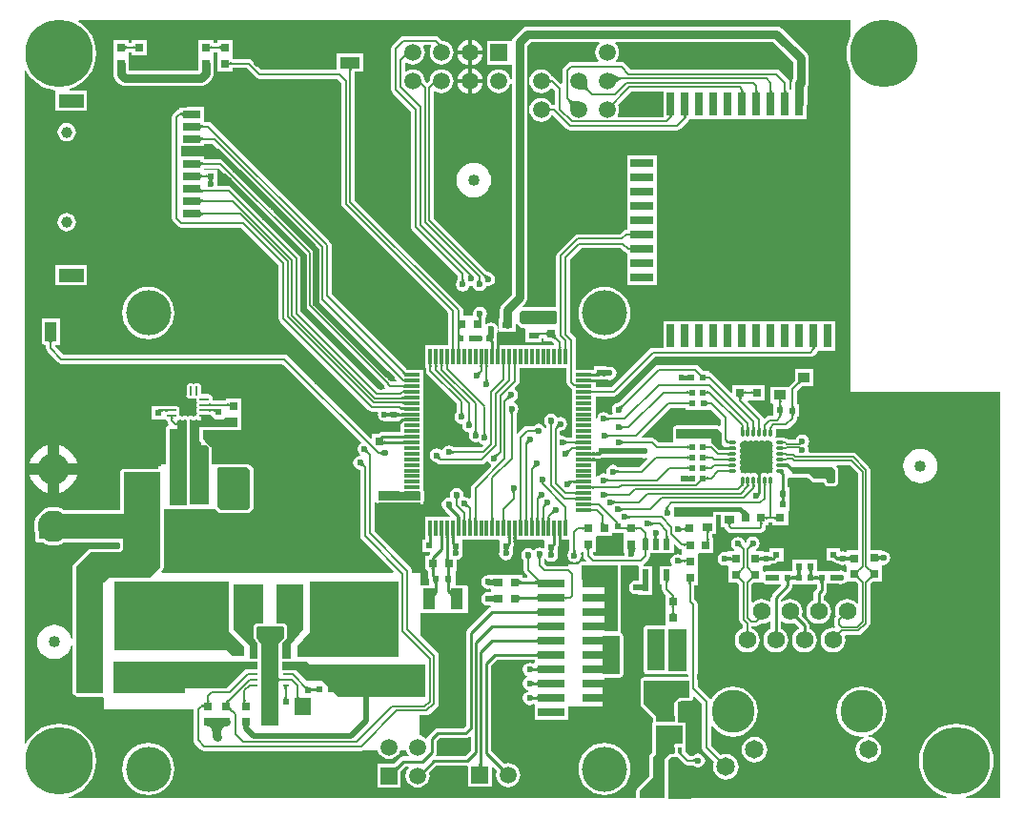
<source format=gtl>
G04 Layer_Physical_Order=1*
G04 Layer_Color=255*
%FSTAX24Y24*%
%MOIN*%
G70*
G01*
G75*
%ADD10R,0.0236X0.0394*%
%ADD11R,0.0300X0.0300*%
%ADD12R,0.0945X0.0291*%
%ADD13R,0.0197X0.0236*%
%ADD14R,0.0236X0.0197*%
%ADD15R,0.0500X0.0550*%
%ADD16R,0.0300X0.0300*%
%ADD17R,0.0354X0.0276*%
%ADD18R,0.0550X0.0500*%
%ADD19O,0.0335X0.0098*%
%ADD20O,0.0098X0.0335*%
%ADD21R,0.0591X0.0591*%
%ADD22R,0.0575X0.0118*%
%ADD23R,0.0118X0.0575*%
%ADD24O,0.0315X0.0118*%
%ADD25O,0.0118X0.0315*%
%ADD26R,0.0984X0.0984*%
%ADD27R,0.0433X0.0748*%
%ADD28R,0.0394X0.0354*%
%ADD29R,0.0965X0.0965*%
%ADD30R,0.0386X0.1339*%
%ADD31R,0.0622X0.1122*%
%ADD32O,0.0236X0.0094*%
%ADD33R,0.0079X0.0335*%
%ADD34R,0.0118X0.0236*%
%ADD35R,0.0945X0.0622*%
%ADD36R,0.0394X0.0709*%
%ADD37C,0.0400*%
%ADD38R,0.0846X0.0650*%
%ADD39R,0.0866X0.0472*%
%ADD40R,0.0630X0.0276*%
%ADD41R,0.0551X0.0472*%
%ADD42R,0.0551X0.0630*%
%ADD43R,0.0709X0.0394*%
%ADD44R,0.0276X0.0787*%
%ADD45R,0.0787X0.0276*%
%ADD46R,0.0354X0.0236*%
%ADD47C,0.0240*%
%ADD48C,0.0080*%
%ADD49C,0.0100*%
%ADD50C,0.0150*%
%ADD51C,0.0200*%
%ADD52C,0.0230*%
%ADD53C,0.0300*%
%ADD54C,0.0060*%
%ADD55C,0.2362*%
%ADD56C,0.1575*%
%ADD57C,0.0620*%
%ADD58C,0.0866*%
%ADD59C,0.0650*%
%ADD60C,0.1500*%
%ADD61C,0.0591*%
%ADD62R,0.0591X0.0591*%
%ADD63C,0.1100*%
%ADD64C,0.0394*%
%ADD65C,0.0236*%
%ADD66C,0.0260*%
G36*
X431149Y368792D02*
X431148Y3688D01*
X431145Y368806D01*
X431141Y368812D01*
X431136Y368818D01*
X431129Y368822D01*
X43112Y368826D01*
X431109Y368828D01*
X431097Y36883D01*
X431084Y368832D01*
X431069Y368832D01*
Y368912D01*
X431084Y368912D01*
X431097Y368914D01*
X431109Y368916D01*
X43112Y368918D01*
X431129Y368922D01*
X431136Y368926D01*
X431141Y368932D01*
X431145Y368938D01*
X431148Y368944D01*
X431149Y368952D01*
Y368792D01*
D02*
G37*
G36*
X434524Y368913D02*
X434533Y368905D01*
X434542Y368899D01*
X434551Y368894D01*
X434561Y368889D01*
X434571Y368885D01*
X434581Y368882D01*
X434591Y36888D01*
X434602Y368879D01*
X434613Y368878D01*
X434628Y368879D01*
X434642Y36888D01*
X434654Y368882D01*
X434664Y368885D01*
X434673Y368888D01*
X434681Y368893D01*
X434686Y368898D01*
X43469Y368904D01*
X434693Y368911D01*
X434693Y368918D01*
Y368758D01*
X434693Y368766D01*
X43469Y368773D01*
X434686Y368779D01*
X434681Y368784D01*
X434673Y368788D01*
X434664Y368792D01*
X434654Y368795D01*
X434642Y368797D01*
X434628Y368798D01*
X434613Y368798D01*
X434602Y368798D01*
X434591Y368796D01*
X434581Y368794D01*
X434571Y368791D01*
X434561Y368788D01*
X434551Y368783D01*
X434542Y368777D01*
X434533Y368771D01*
X434524Y368764D01*
X434515Y368755D01*
Y368921D01*
X434524Y368913D01*
D02*
G37*
G36*
X43267Y368792D02*
X432669Y3688D01*
X432666Y368806D01*
X432662Y368812D01*
X432657Y368818D01*
X432649Y368822D01*
X43264Y368826D01*
X43263Y368828D01*
X432618Y36883D01*
X432604Y368832D01*
X432589Y368832D01*
Y368912D01*
X432604Y368912D01*
X432618Y368914D01*
X43263Y368916D01*
X43264Y368918D01*
X432649Y368922D01*
X432657Y368926D01*
X432662Y368932D01*
X432666Y368938D01*
X432669Y368944D01*
X43267Y368952D01*
Y368792D01*
D02*
G37*
G36*
X432424Y368944D02*
X432427Y368938D01*
X432431Y368932D01*
X432437Y368926D01*
X432444Y368922D01*
X432453Y368918D01*
X432463Y368916D01*
X432475Y368914D01*
X432489Y368912D01*
X432505Y368912D01*
Y368832D01*
X432425D01*
X432423Y368952D01*
X432424Y368944D01*
D02*
G37*
G36*
X432967D02*
X432969Y368938D01*
X432973Y368932D01*
X432979Y368926D01*
X432986Y368922D01*
X432995Y368918D01*
X433005Y368916D01*
X433017Y368914D01*
X433031Y368912D01*
X433046Y368912D01*
Y368832D01*
X433031Y368832D01*
X433017Y36883D01*
X433005Y368828D01*
X432995Y368826D01*
X432986Y368822D01*
X432979Y368818D01*
X432973Y368812D01*
X432969Y368806D01*
X432967Y3688D01*
X432966Y368792D01*
Y368952D01*
X432967Y368944D01*
D02*
G37*
G36*
X43556Y368786D02*
X435553Y368784D01*
X435547Y36878D01*
X435541Y368774D01*
X435537Y368767D01*
X435533Y368758D01*
X435531Y368747D01*
X435529Y368735D01*
X435527Y368721D01*
X435527Y368706D01*
X435447D01*
X435447Y368721D01*
X435445Y368735D01*
X435443Y368747D01*
X435441Y368758D01*
X435437Y368767D01*
X435433Y368774D01*
X435427Y36878D01*
X435421Y368784D01*
X435415Y368786D01*
X435407Y368787D01*
X435567D01*
X43556Y368786D01*
D02*
G37*
G36*
X430369Y368583D02*
X430368Y36858D01*
X430367Y368575D01*
X430365Y368568D01*
X430364Y368548D01*
X430363Y368484D01*
X430263D01*
X430263Y368503D01*
X430258Y36858D01*
X430256Y368583D01*
X430255Y368584D01*
X430371D01*
X430369Y368583D01*
D02*
G37*
G36*
X430172D02*
X430171Y36858D01*
X43017Y368575D01*
X430169Y368568D01*
X430167Y368548D01*
X430166Y368484D01*
X430066D01*
X430066Y368503D01*
X430061Y36858D01*
X430059Y368583D01*
X430058Y368584D01*
X430174D01*
X430172Y368583D01*
D02*
G37*
G36*
X433344Y368584D02*
X433345Y36857D01*
X433347Y368558D01*
X43335Y368548D01*
X433353Y368539D01*
X433358Y368532D01*
X433363Y368526D01*
X433369Y368522D01*
X433376Y36852D01*
X433383Y368519D01*
X433223D01*
X433231Y36852D01*
X433238Y368522D01*
X433244Y368526D01*
X433249Y368532D01*
X433253Y368539D01*
X433257Y368548D01*
X43326Y368558D01*
X433262Y36857D01*
X433263Y368584D01*
X433263Y368599D01*
X433343D01*
X433344Y368584D01*
D02*
G37*
G36*
X434092D02*
X434093Y36857D01*
X434095Y368558D01*
X434098Y368548D01*
X434101Y368539D01*
X434106Y368532D01*
X434111Y368526D01*
X434117Y368522D01*
X434124Y36852D01*
X434131Y368519D01*
X433971D01*
X433979Y36852D01*
X433986Y368522D01*
X433992Y368526D01*
X433997Y368532D01*
X434001Y368539D01*
X434005Y368548D01*
X434008Y368558D01*
X43401Y36857D01*
X434011Y368584D01*
X434011Y368599D01*
X434091D01*
X434092Y368584D01*
D02*
G37*
G36*
X433732Y368609D02*
X433725Y3686D01*
X433718Y368591D01*
X433713Y368582D01*
X433708Y368572D01*
X433704Y368562D01*
X433702Y368555D01*
X433704Y368548D01*
X433707Y368539D01*
X433712Y368532D01*
X433717Y368526D01*
X433723Y368522D01*
X43373Y36852D01*
X433737Y368519D01*
X433577D01*
X433585Y36852D01*
X433592Y368522D01*
X433598Y368526D01*
X433603Y368532D01*
X433607Y368539D01*
X433611Y368548D01*
X433613Y368555D01*
X43361Y368562D01*
X433607Y368572D01*
X433602Y368582D01*
X433596Y368591D01*
X43359Y3686D01*
X433583Y368609D01*
X433575Y368618D01*
X43374D01*
X433732Y368609D01*
D02*
G37*
G36*
X427006Y369221D02*
X427009Y369185D01*
X427011Y369176D01*
X427013Y369169D01*
X427015Y369164D01*
X427018Y36916D01*
X427021Y369157D01*
X427024Y369156D01*
X426908D01*
X426912Y369157D01*
X426915Y36916D01*
X426917Y369164D01*
X42692Y369169D01*
X426922Y369176D01*
X426923Y369185D01*
X426925Y369196D01*
X426926Y369221D01*
X426926Y369236D01*
X427006D01*
X427006Y369221D01*
D02*
G37*
G36*
X426819Y369237D02*
X426824Y36916D01*
X426826Y369157D01*
X426827Y369156D01*
X426712D01*
X426713Y369157D01*
X426714Y36916D01*
X426716Y369165D01*
X426717Y369172D01*
X426718Y369192D01*
X426719Y369256D01*
X426819D01*
X426819Y369237D01*
D02*
G37*
G36*
X427203Y369221D02*
X427206Y369185D01*
X427208Y369176D01*
X42721Y369169D01*
X427212Y369164D01*
X427215Y36916D01*
X427218Y369157D01*
X427221Y369156D01*
X427105D01*
X427109Y369157D01*
X427112Y36916D01*
X427114Y369164D01*
X427117Y369169D01*
X427119Y369176D01*
X42712Y369185D01*
X427121Y369196D01*
X427123Y369221D01*
X427123Y369236D01*
X427203D01*
X427203Y369221D01*
D02*
G37*
G36*
X427991D02*
X427993Y369185D01*
X427995Y369176D01*
X427997Y369169D01*
X427999Y369164D01*
X428002Y36916D01*
X428005Y369157D01*
X428008Y369156D01*
X427893D01*
X427896Y369157D01*
X427899Y36916D01*
X427902Y369164D01*
X427904Y369169D01*
X427906Y369176D01*
X427908Y369185D01*
X427909Y369196D01*
X42791Y369221D01*
X42791Y369236D01*
X42799D01*
X427991Y369221D01*
D02*
G37*
G36*
X4274D02*
X427403Y369185D01*
X427404Y369176D01*
X427406Y369169D01*
X427409Y369164D01*
X427411Y36916D01*
X427414Y369157D01*
X427418Y369156D01*
X427302D01*
X427305Y369157D01*
X427309Y36916D01*
X427311Y369164D01*
X427313Y369169D01*
X427315Y369176D01*
X427317Y369185D01*
X427318Y369196D01*
X42732Y369221D01*
X42732Y369236D01*
X4274D01*
X4274Y369221D01*
D02*
G37*
G36*
X437873Y369148D02*
X437873Y369156D01*
X43787Y369163D01*
X437866Y369169D01*
X437861Y369174D01*
X437853Y369178D01*
X437844Y369182D01*
X437834Y369185D01*
X437822Y369187D01*
X437808Y369188D01*
X437792Y369188D01*
Y369268D01*
X437808Y369269D01*
X437822Y36927D01*
X437834Y369272D01*
X437844Y369275D01*
X437853Y369278D01*
X437861Y369283D01*
X437866Y369288D01*
X43787Y369294D01*
X437873Y369301D01*
X437873Y369308D01*
Y369148D01*
D02*
G37*
G36*
X436308Y369042D02*
X436301Y36904D01*
X436295Y369035D01*
X43629Y36903D01*
X436285Y369022D01*
X436282Y369014D01*
X436279Y369003D01*
X436277Y368991D01*
X436276Y368977D01*
X436275Y368962D01*
X436195D01*
X436195Y368977D01*
X436194Y368991D01*
X436192Y369003D01*
X436189Y369014D01*
X436185Y369022D01*
X436181Y36903D01*
X436176Y369035D01*
X43617Y36904D01*
X436163Y369042D01*
X436155Y369043D01*
X436315D01*
X436308Y369042D01*
D02*
G37*
G36*
X43348Y369107D02*
X433489Y369099D01*
X433498Y369093D01*
X433507Y369087D01*
X433517Y369083D01*
X433527Y369079D01*
X433537Y369076D01*
X433548Y369074D01*
X433558Y369072D01*
X433569Y369072D01*
Y368992D01*
X433558Y368992D01*
X433548Y36899D01*
X433537Y368988D01*
X433527Y368985D01*
X433517Y368981D01*
X433507Y368977D01*
X433498Y368971D01*
X433489Y368965D01*
X43348Y368957D01*
X433472Y368949D01*
Y369115D01*
X43348Y369107D01*
D02*
G37*
G36*
X437424Y369079D02*
X437417Y369076D01*
X437411Y369072D01*
X437406Y369067D01*
X437401Y369059D01*
X437397Y369051D01*
X437395Y36904D01*
X437393Y369028D01*
X437392Y369015D01*
X437391Y368999D01*
X437311D01*
X437311Y369015D01*
X437309Y369028D01*
X437308Y36904D01*
X437305Y369051D01*
X437301Y369059D01*
X437297Y369067D01*
X437292Y369072D01*
X437285Y369076D01*
X437279Y369079D01*
X437271Y369079D01*
X437431D01*
X437424Y369079D01*
D02*
G37*
G36*
X4375Y369301D02*
X437502Y369294D01*
X437506Y369288D01*
X437512Y369283D01*
X437519Y369278D01*
X437528Y369275D01*
X437538Y369272D01*
X437551Y36927D01*
X437564Y369269D01*
X43758Y369268D01*
Y369188D01*
X437564Y369188D01*
X437551Y369187D01*
X437538Y369185D01*
X437528Y369182D01*
X437519Y369178D01*
X437512Y369174D01*
X437506Y369169D01*
X437502Y369163D01*
X4375Y369156D01*
X437499Y369148D01*
Y369308D01*
X4375Y369301D01*
D02*
G37*
G36*
X431838Y369085D02*
X431839Y369072D01*
X431841Y369059D01*
X431844Y369049D01*
X431847Y36904D01*
X431852Y369033D01*
X431857Y369027D01*
X431863Y369023D01*
X43187Y36902D01*
X431877Y36902D01*
X431719Y369021D01*
X431726Y369022D01*
X431732Y369024D01*
X431738Y369028D01*
X431743Y369034D01*
X431748Y369041D01*
X431751Y36905D01*
X431754Y36906D01*
X431756Y369072D01*
X431757Y369086D01*
X431757Y369101D01*
X431837D01*
X431838Y369085D01*
D02*
G37*
G36*
X433376Y368128D02*
X433369Y368126D01*
X433363Y368122D01*
X433358Y368116D01*
X433353Y368109D01*
X43335Y3681D01*
X433347Y368089D01*
X433345Y368077D01*
X433344Y368063D01*
X433343Y368048D01*
X433263D01*
X433263Y368063D01*
X433262Y368077D01*
X43326Y368089D01*
X433257Y3681D01*
X433253Y368109D01*
X433249Y368116D01*
X433244Y368122D01*
X433238Y368126D01*
X433231Y368128D01*
X433223Y368129D01*
X433383D01*
X433376Y368128D01*
D02*
G37*
G36*
X430101Y368125D02*
X430092Y368122D01*
X430085Y368117D01*
X430078Y36811D01*
X430073Y368101D01*
X430068Y36809D01*
X430065Y368076D01*
X430065Y368076D01*
X430066Y368072D01*
X430069Y368063D01*
X430072Y368054D01*
X430076Y368045D01*
X430081Y368037D01*
X430087Y36803D01*
X430093Y368023D01*
X429928D01*
X429934Y36803D01*
X42994Y368037D01*
X429944Y368045D01*
X429949Y368054D01*
X429952Y368063D01*
X429955Y368072D01*
X429956Y368076D01*
X429956Y368076D01*
X429952Y36809D01*
X429948Y368101D01*
X429942Y36811D01*
X429936Y368117D01*
X429928Y368122D01*
X42992Y368125D01*
X42991Y368126D01*
X43011D01*
X430101Y368125D01*
D02*
G37*
G36*
X426721Y368161D02*
X426721Y368156D01*
X42677D01*
X426761Y368155D01*
X426752Y368152D01*
X426745Y368147D01*
X426738Y36814D01*
X426733Y368131D01*
X426728Y36812D01*
X426728Y368119D01*
X426729Y368119D01*
X426732Y36811D01*
X426736Y368101D01*
X426741Y368093D01*
X426747Y368086D01*
X426753Y368079D01*
X426721D01*
X426721Y368074D01*
X42672Y368055D01*
X42662D01*
X42662Y368074D01*
X426619Y368079D01*
X426588D01*
X426594Y368086D01*
X4266Y368093D01*
X426604Y368101D01*
X426609Y36811D01*
X426612Y368119D01*
X426612Y368119D01*
X426612Y36812D01*
X426608Y368131D01*
X426602Y36814D01*
X426596Y368147D01*
X426588Y368152D01*
X42658Y368155D01*
X42657Y368156D01*
X42662D01*
X42662Y368161D01*
X42662Y368173D01*
X42672D01*
X426721Y368161D01*
D02*
G37*
G36*
X43137Y368164D02*
X431363Y368161D01*
X431357Y368157D01*
X431352Y368151D01*
X431347Y368144D01*
X431344Y368135D01*
X431341Y368125D01*
X431339Y368112D01*
X431338Y368099D01*
X431337Y368083D01*
X431257D01*
X431257Y368099D01*
X431256Y368112D01*
X431254Y368125D01*
X431251Y368135D01*
X431247Y368144D01*
X431243Y368151D01*
X431238Y368157D01*
X431232Y368161D01*
X431225Y368164D01*
X431217Y368164D01*
X431377D01*
X43137Y368164D01*
D02*
G37*
G36*
X42848Y368168D02*
X428481Y368156D01*
X428482Y368145D01*
X428483Y368136D01*
X42853D01*
X428521Y368135D01*
X428512Y368132D01*
X428505Y368127D01*
X428498Y36812D01*
X428493Y368111D01*
X428491Y368106D01*
X428492Y368105D01*
X428496Y368096D01*
X428501Y368088D01*
X428506Y368081D01*
X428512Y368074D01*
X428483Y368075D01*
X428482Y368071D01*
X428481Y368054D01*
X42848Y368035D01*
X42838D01*
X42838Y368054D01*
X428378Y368071D01*
X428377Y368078D01*
X428347Y368078D01*
X428353Y368085D01*
X428359Y368092D01*
X428364Y3681D01*
X428368Y368108D01*
X428369Y368109D01*
X428368Y368111D01*
X428362Y36812D01*
X428356Y368127D01*
X428348Y368132D01*
X42834Y368135D01*
X42833Y368136D01*
X428377D01*
X428377Y368137D01*
X428379Y368148D01*
X42838Y368159D01*
X42838Y368171D01*
X42848Y368168D01*
D02*
G37*
G36*
X430858Y368093D02*
X430859Y368082D01*
X430861Y368072D01*
X430864Y368062D01*
X430868Y368052D01*
X430873Y368042D01*
X430878Y368033D01*
X430885Y368024D01*
X430892Y368015D01*
X4309Y368006D01*
X430735D01*
X430743Y368015D01*
X43075Y368024D01*
X430756Y368033D01*
X430762Y368042D01*
X430767Y368052D01*
X43077Y368062D01*
X430773Y368072D01*
X430776Y368082D01*
X430777Y368093D01*
X430777Y368104D01*
X430857D01*
X430858Y368093D01*
D02*
G37*
G36*
X436319Y367712D02*
X436318Y367721D01*
X436315Y36773D01*
X43631Y367737D01*
X436303Y367744D01*
X436294Y367749D01*
X436283Y367754D01*
X43627Y367757D01*
X436255Y36776D01*
X436239Y367761D01*
X436232Y367761D01*
X436221Y367759D01*
X436211Y367757D01*
X436201Y367754D01*
X436192Y36775D01*
X436184Y367746D01*
X436176Y367741D01*
X436168Y367735D01*
X436162Y367729D01*
Y367895D01*
X436168Y367888D01*
X436176Y367883D01*
X436184Y367878D01*
X436192Y367874D01*
X436201Y36787D01*
X436211Y367867D01*
X436221Y367865D01*
X436232Y367863D01*
X436239Y367863D01*
X436255Y367864D01*
X43627Y367866D01*
X436283Y36787D01*
X436294Y367874D01*
X436303Y36788D01*
X43631Y367886D01*
X436315Y367894D01*
X436318Y367902D01*
X436319Y367912D01*
Y367712D01*
D02*
G37*
G36*
X426426Y367862D02*
X426428Y367845D01*
X42643Y36783D01*
X426434Y367817D01*
X426438Y367806D01*
X426444Y367797D01*
X42645Y36779D01*
X426458Y367785D01*
X426466Y367782D01*
X426476Y367781D01*
X426289D01*
X426296Y367782D01*
X426302Y367785D01*
X426307Y36779D01*
X426312Y367797D01*
X426316Y367806D01*
X42632Y367817D01*
X426322Y36783D01*
X426324Y367845D01*
X426325Y367862D01*
X426326Y367881D01*
X426426D01*
X426426Y367862D01*
D02*
G37*
G36*
X440459Y367722D02*
X440458Y367731D01*
X440455Y36774D01*
X44045Y367747D01*
X440443Y367754D01*
X440434Y367759D01*
X440423Y367764D01*
X44041Y367767D01*
X440395Y36777D01*
X440378Y367771D01*
X440367Y367772D01*
X440363Y367772D01*
X440352Y367771D01*
X440341Y367769D01*
X440331Y367767D01*
X440321Y367764D01*
X440312Y36776D01*
X440304Y367756D01*
X440296Y367751D01*
X440288Y367746D01*
X440282Y367739D01*
X440197Y367822D01*
X440282Y367905D01*
X440288Y367898D01*
X440296Y367893D01*
X440304Y367888D01*
X440312Y367884D01*
X440321Y36788D01*
X440331Y367877D01*
X440341Y367875D01*
X440352Y367873D01*
X440363Y367872D01*
X440367Y367872D01*
X440378Y367872D01*
X440395Y367874D01*
X44041Y367876D01*
X440423Y36788D01*
X440434Y367884D01*
X440443Y36789D01*
X44045Y367896D01*
X440455Y367904D01*
X440458Y367912D01*
X440459Y367922D01*
Y367722D01*
D02*
G37*
G36*
X432957Y368161D02*
X432949Y368156D01*
X432941Y368147D01*
X432935Y368134D01*
X43293Y368118D01*
X432925Y368098D01*
X432922Y368074D01*
X432919Y368047D01*
X432917Y367982D01*
X432717D01*
X432717Y368016D01*
X432713Y368074D01*
X43271Y368098D01*
X432705Y368118D01*
X4327Y368134D01*
X432693Y368147D01*
X432686Y368156D01*
X432678Y368161D01*
X432669Y368163D01*
X432966D01*
X432957Y368161D01*
D02*
G37*
G36*
X432384Y368709D02*
X432547D01*
Y368602D01*
X432547D01*
Y368582D01*
X432547D01*
Y368169D01*
X432546Y368163D01*
X432547Y368157D01*
Y368042D01*
X432547D01*
X432579Y368004D01*
X432575Y367982D01*
X432584Y367934D01*
X432552Y367895D01*
X431545D01*
X43146Y36798D01*
Y368042D01*
X431567D01*
Y368564D01*
X43159Y368593D01*
X431609Y368602D01*
X432137D01*
Y368711D01*
X432375D01*
X432384Y368709D01*
D02*
G37*
G36*
X426432Y368583D02*
X426431Y36858D01*
X42643Y368575D01*
X426428Y368568D01*
X426427Y368548D01*
X426426Y368484D01*
X426326D01*
X426326Y368503D01*
X426321Y36858D01*
X426319Y368583D01*
X426318Y368584D01*
X426434D01*
X426432Y368583D01*
D02*
G37*
G36*
X426235D02*
X426234Y36858D01*
X426233Y368575D01*
X426232Y368568D01*
X42623Y368548D01*
X426229Y368484D01*
X426129D01*
X426129Y368503D01*
X426124Y36858D01*
X426122Y368583D01*
X426121Y368584D01*
X426237D01*
X426235Y368583D01*
D02*
G37*
G36*
X426629D02*
X426628Y36858D01*
X426626Y368575D01*
X426625Y368568D01*
X426624Y368548D01*
X426623Y368484D01*
X426523D01*
X426522Y368503D01*
X426517Y36858D01*
X426516Y368583D01*
X426515Y368584D01*
X42663D01*
X426629Y368583D01*
D02*
G37*
G36*
X428794D02*
X428793Y36858D01*
X428792Y368575D01*
X428791Y368568D01*
X428789Y368548D01*
X428788Y368484D01*
X428688D01*
X428688Y368503D01*
X428683Y36858D01*
X428682Y368583D01*
X42868Y368584D01*
X428796D01*
X428794Y368583D01*
D02*
G37*
G36*
X428597D02*
X428596Y36858D01*
X428595Y368575D01*
X428594Y368568D01*
X428592Y368548D01*
X428591Y368484D01*
X428491D01*
X428491Y368503D01*
X428486Y36858D01*
X428485Y368583D01*
X428483Y368584D01*
X428599D01*
X428597Y368583D01*
D02*
G37*
G36*
X425841D02*
X42584Y36858D01*
X425839Y368575D01*
X425838Y368568D01*
X425836Y368548D01*
X425835Y368484D01*
X425735D01*
X425735Y368503D01*
X42573Y36858D01*
X425729Y368583D01*
X425727Y368584D01*
X425843D01*
X425841Y368583D01*
D02*
G37*
G36*
X437056Y368224D02*
X437042Y368224D01*
X437028Y368223D01*
X437015Y368221D01*
X437003Y368219D01*
X436992Y368216D01*
X436982Y368212D01*
X436972Y368208D01*
X436963Y368202D01*
X436955Y368196D01*
X436948Y36819D01*
X436905Y368232D01*
X436912Y36824D01*
X436918Y368248D01*
X436923Y368257D01*
X436927Y368266D01*
X436931Y368277D01*
X436934Y368288D01*
X436936Y3683D01*
X436938Y368313D01*
X436939Y368326D01*
X436939Y368341D01*
X437056Y368224D01*
D02*
G37*
G36*
X436656Y368316D02*
X436657Y368303D01*
X436658Y36829D01*
X43666Y368278D01*
X436664Y368267D01*
X436667Y368256D01*
X436672Y368247D01*
X436677Y368238D01*
X436683Y36823D01*
X436689Y368222D01*
X436647Y36818D01*
X43664Y368186D01*
X436632Y368192D01*
X436623Y368198D01*
X436613Y368202D01*
X436603Y368206D01*
X436591Y368209D01*
X436579Y368211D01*
X436566Y368213D01*
X436553Y368214D01*
X436539Y368214D01*
X436655Y368331D01*
X436656Y368316D01*
D02*
G37*
G36*
X43471Y368218D02*
X434709Y368226D01*
X434706Y368233D01*
X434702Y368239D01*
X434697Y368244D01*
X434689Y368248D01*
X43468Y368252D01*
X43467Y368255D01*
X434658Y368257D01*
X434644Y368258D01*
X434629Y368258D01*
Y368338D01*
X434644Y368339D01*
X434658Y36834D01*
X43467Y368342D01*
X43468Y368345D01*
X434689Y368348D01*
X434697Y368353D01*
X434702Y368358D01*
X434706Y368364D01*
X434709Y368371D01*
X43471Y368378D01*
Y368218D01*
D02*
G37*
G36*
X435527Y368496D02*
X435529Y368482D01*
X435531Y36847D01*
X435533Y36846D01*
X435537Y368451D01*
X435541Y368444D01*
X435546Y368438D01*
X435552Y368434D01*
X435559Y368432D01*
X435566Y368431D01*
X435407Y36843D01*
X435415Y36843D01*
X435421Y368433D01*
X435427Y368437D01*
X435433Y368443D01*
X435437Y36845D01*
X435441Y368459D01*
X435443Y368469D01*
X435445Y368482D01*
X435447Y368495D01*
X435447Y368511D01*
X435527D01*
X435527Y368496D01*
D02*
G37*
G36*
X425835Y36844D02*
X425839Y368384D01*
X425841Y368375D01*
X425843Y368368D01*
X425845Y368363D01*
X425848Y36836D01*
X425851Y368359D01*
X425685Y368358D01*
X425695Y368359D01*
X425703Y368362D01*
X425711Y368367D01*
X425717Y368374D01*
X425723Y368383D01*
X425727Y368395D01*
X425731Y368408D01*
X425733Y368423D01*
X425735Y36844D01*
X425735Y368459D01*
X425835D01*
X425835Y36844D01*
D02*
G37*
G36*
X428384Y369221D02*
X428387Y369185D01*
X428389Y369176D01*
X428391Y369169D01*
X428393Y369164D01*
X428396Y36916D01*
X428399Y369157D01*
X428402Y369156D01*
X428286D01*
X42829Y369157D01*
X428293Y36916D01*
X428295Y369164D01*
X428298Y369169D01*
X4283Y369176D01*
X428301Y369185D01*
X428303Y369196D01*
X428304Y369221D01*
X428304Y369236D01*
X428384D01*
X428384Y369221D01*
D02*
G37*
G36*
X430863Y370042D02*
X430862Y370046D01*
X43086Y370049D01*
X430856Y370052D01*
X43085Y370054D01*
X430843Y370056D01*
X430834Y370057D01*
X430824Y370059D01*
X430798Y37006D01*
X430783Y37006D01*
Y37014D01*
X430798Y37014D01*
X430834Y370143D01*
X430843Y370145D01*
X43085Y370147D01*
X430856Y370149D01*
X43086Y370152D01*
X430862Y370155D01*
X430863Y370158D01*
Y370042D01*
D02*
G37*
G36*
X43193Y370117D02*
X431939Y370109D01*
X431948Y370103D01*
X431957Y370097D01*
X431967Y370093D01*
X431977Y370089D01*
X431987Y370086D01*
X431998Y370084D01*
X432008Y370082D01*
X432019Y370082D01*
Y370002D01*
X432008Y370002D01*
X431998Y37D01*
X431987Y369998D01*
X431977Y369995D01*
X431967Y369991D01*
X431957Y369987D01*
X431948Y369981D01*
X431939Y369975D01*
X43193Y369967D01*
X431922Y369959D01*
Y370125D01*
X43193Y370117D01*
D02*
G37*
G36*
X428772Y370189D02*
X428765Y37018D01*
X428758Y370171D01*
X428753Y370162D01*
X428748Y370152D01*
X428744Y370142D01*
X428741Y370132D01*
X428739Y370122D01*
X428738Y370111D01*
X428737Y3701D01*
X428657D01*
X428657Y370111D01*
X428656Y370122D01*
X428653Y370132D01*
X428651Y370142D01*
X428647Y370152D01*
X428642Y370162D01*
X428636Y370171D01*
X42863Y37018D01*
X428623Y370189D01*
X428615Y370198D01*
X42878D01*
X428772Y370189D01*
D02*
G37*
G36*
X431437Y370352D02*
X431439Y370349D01*
X431443Y370346D01*
X431449Y370344D01*
X431456Y370342D01*
X431465Y37034D01*
X431475Y370339D01*
X431501Y370337D01*
X431516Y370337D01*
Y370257D01*
X431501Y370257D01*
X431465Y370254D01*
X431456Y370253D01*
X431449Y370251D01*
X431443Y370248D01*
X431439Y370246D01*
X431437Y370243D01*
X431436Y370239D01*
Y370355D01*
X431437Y370352D01*
D02*
G37*
G36*
X438165Y370256D02*
X438166Y370239D01*
X438169Y370224D01*
X438172Y370211D01*
X438177Y3702D01*
X438182Y37019D01*
X438189Y370183D01*
X438196Y370178D01*
X438205Y370175D01*
X438214Y370174D01*
X438014D01*
X438024Y370175D01*
X438032Y370178D01*
X43804Y370183D01*
X438046Y37019D01*
X438052Y3702D01*
X438056Y370211D01*
X43806Y370224D01*
X438062Y370239D01*
X438064Y370256D01*
X438064Y370275D01*
X438164D01*
X438165Y370256D01*
D02*
G37*
G36*
X429666Y369924D02*
X429654Y369924D01*
X429643Y369922D01*
X429632Y369921D01*
X429622Y369918D01*
X429611Y369914D01*
X429602Y36991D01*
X429592Y369905D01*
X429584Y369899D01*
X429575Y369893D01*
X429567Y369885D01*
X42951Y369942D01*
X429518Y36995D01*
X429525Y369958D01*
X42953Y369967D01*
X429536Y369976D01*
X42954Y369986D01*
X429543Y369996D01*
X429546Y370007D01*
X429548Y370018D01*
X429549Y370029D01*
X429549Y370041D01*
X429666Y369924D01*
D02*
G37*
G36*
X438205Y369981D02*
X438196Y369978D01*
X438189Y369973D01*
X438182Y369966D01*
X438177Y369957D01*
X438172Y369946D01*
X438169Y369933D01*
X438166Y369917D01*
X438165Y3699D01*
X438165Y369893D01*
X438165Y369886D01*
X438166Y369869D01*
X438169Y369854D01*
X438172Y369841D01*
X438177Y36983D01*
X438182Y36982D01*
X438189Y369813D01*
X438196Y369808D01*
X438205Y369805D01*
X438214Y369804D01*
X438014D01*
X438024Y369805D01*
X438032Y369808D01*
X43804Y369813D01*
X438046Y36982D01*
X438052Y36983D01*
X438056Y369841D01*
X43806Y369854D01*
X438062Y369869D01*
X438064Y369886D01*
X438064Y369893D01*
X438064Y3699D01*
X438062Y369917D01*
X43806Y369933D01*
X438056Y369946D01*
X438052Y369957D01*
X438046Y369966D01*
X43804Y369973D01*
X438032Y369978D01*
X438024Y369981D01*
X438014Y369982D01*
X438214D01*
X438205Y369981D01*
D02*
G37*
G36*
X43218Y369857D02*
X432189Y369849D01*
X432198Y369843D01*
X432207Y369837D01*
X432217Y369833D01*
X432227Y369829D01*
X432237Y369826D01*
X432248Y369824D01*
X432258Y369822D01*
X432269Y369822D01*
Y369742D01*
X432258Y369742D01*
X432248Y36974D01*
X432237Y369738D01*
X432227Y369735D01*
X432217Y369731D01*
X432207Y369727D01*
X432198Y369721D01*
X432189Y369715D01*
X43218Y369707D01*
X432172Y369699D01*
Y369865D01*
X43218Y369857D01*
D02*
G37*
G36*
X430863Y369846D02*
X430862Y369849D01*
X43086Y369852D01*
X430856Y369855D01*
X43085Y369857D01*
X430843Y369859D01*
X430834Y369861D01*
X430824Y369862D01*
X430798Y369863D01*
X430783Y369863D01*
Y369943D01*
X430798Y369944D01*
X430834Y369946D01*
X430843Y369948D01*
X43085Y36995D01*
X430856Y369952D01*
X43086Y369955D01*
X430862Y369958D01*
X430863Y369961D01*
Y369846D01*
D02*
G37*
G36*
X426782Y369949D02*
X426775Y36994D01*
X426768Y369931D01*
X426763Y369922D01*
X426758Y369912D01*
X426754Y369902D01*
X426751Y369892D01*
X426749Y369882D01*
X426748Y369871D01*
X426747Y36986D01*
X426667D01*
X426667Y369871D01*
X426666Y369882D01*
X426663Y369892D01*
X42666Y369902D01*
X426657Y369912D01*
X426652Y369922D01*
X426646Y369931D01*
X42664Y36994D01*
X426633Y369949D01*
X426625Y369958D01*
X42679D01*
X426782Y369949D01*
D02*
G37*
G36*
X425437Y370152D02*
Y369852D01*
X423977D01*
Y370174D01*
X425437Y370152D01*
D02*
G37*
G36*
X430863Y370436D02*
X430862Y37044D01*
X43086Y370443D01*
X430856Y370445D01*
X43085Y370448D01*
X430843Y37045D01*
X430834Y370451D01*
X430824Y370452D01*
X430798Y370454D01*
X430783Y370454D01*
Y370534D01*
X430798Y370534D01*
X430834Y370537D01*
X430843Y370538D01*
X43085Y37054D01*
X430856Y370543D01*
X43086Y370545D01*
X430862Y370548D01*
X430863Y370552D01*
Y370436D01*
D02*
G37*
G36*
X430598Y370536D02*
X430604Y370536D01*
X43065Y370534D01*
X430732Y370534D01*
X430752Y370454D01*
X43074Y370454D01*
X430729Y370452D01*
X43072Y37045D01*
X430711Y370447D01*
X430704Y370443D01*
X430698Y370437D01*
X430693Y370431D01*
X430689Y370424D01*
X430686Y370417D01*
X430685Y370408D01*
X430595Y370537D01*
X430598Y370536D01*
D02*
G37*
G36*
X438427Y371002D02*
X439847Y371002D01*
X439927Y370922D01*
X439927Y370642D01*
Y370482D01*
X439877Y370452D01*
X439687D01*
X439617Y370592D01*
X439207D01*
X439037Y370762D01*
X438427Y370762D01*
Y370832D01*
X438247Y371012D01*
X437897D01*
Y371132D01*
X438297D01*
X438427Y371002D01*
D02*
G37*
G36*
X435334Y370522D02*
X435327Y370526D01*
X435319Y370527D01*
X43531Y370527D01*
X4353Y370524D01*
X435289Y370519D01*
X435278Y370512D01*
X435265Y370503D01*
X435251Y370492D01*
X435221Y370464D01*
X435144Y370501D01*
X435161Y370519D01*
X435188Y370549D01*
X435197Y370563D01*
X435204Y370575D01*
X435209Y370585D01*
X435211Y370595D01*
X43521Y370603D01*
X435208Y370609D01*
X435202Y370614D01*
X435334Y370522D01*
D02*
G37*
G36*
X43192Y370627D02*
X431929Y370619D01*
X431938Y370613D01*
X431947Y370607D01*
X431957Y370603D01*
X431967Y370599D01*
X431977Y370596D01*
X431988Y370594D01*
X431998Y370592D01*
X432009Y370592D01*
Y370512D01*
X431998Y370512D01*
X431988Y37051D01*
X431977Y370508D01*
X431967Y370505D01*
X431957Y370501D01*
X431947Y370497D01*
X431938Y370491D01*
X431929Y370485D01*
X43192Y370477D01*
X431912Y370469D01*
Y370635D01*
X43192Y370627D01*
D02*
G37*
G36*
X436927Y3704D02*
X436927Y370398D01*
X436927Y370395D01*
X436926Y370371D01*
X436926Y37034D01*
X436846D01*
X436844Y370401D01*
X436928D01*
X436927Y3704D01*
D02*
G37*
G36*
X437333Y370418D02*
X437332Y370414D01*
X437332Y370408D01*
X43733Y370379D01*
X43733Y370314D01*
X43723D01*
X437225Y37042D01*
X437334D01*
X437333Y370418D01*
D02*
G37*
G36*
X436731Y370401D02*
X436742Y370408D01*
X436749Y370412D01*
X436752Y370411D01*
X436751Y370407D01*
X436745Y370399D01*
X436735Y370387D01*
X436702Y370351D01*
X436653Y370301D01*
X436588Y370349D01*
X436603Y370365D01*
X436626Y370392D01*
X436634Y370404D01*
X436639Y370414D01*
X436642Y370424D01*
X436643Y370431D01*
X436642Y370438D01*
X436638Y370444D01*
X436631Y370448D01*
X436731Y370401D01*
D02*
G37*
G36*
X437134Y370415D02*
X437132Y370409D01*
X43713Y370402D01*
X437128Y370394D01*
X437126Y370384D01*
X437124Y370362D01*
X437123Y370335D01*
X437123Y37032D01*
X437043D01*
X437043Y370335D01*
X437039Y370384D01*
X437037Y370394D01*
X437036Y370402D01*
X437033Y370409D01*
X437031Y370415D01*
X437028Y37042D01*
X437137D01*
X437134Y370415D01*
D02*
G37*
G36*
X437725D02*
X437723Y370409D01*
X43772Y370402D01*
X437718Y370394D01*
X437717Y370384D01*
X437715Y370362D01*
X437713Y370335D01*
X437713Y37032D01*
X437633D01*
X437633Y370335D01*
X43763Y370384D01*
X437628Y370394D01*
X437626Y370402D01*
X437624Y370409D01*
X437621Y370415D01*
X437619Y37042D01*
X437728D01*
X437725Y370415D01*
D02*
G37*
G36*
X437528D02*
X437526Y370409D01*
X437523Y370402D01*
X437522Y370394D01*
X43752Y370384D01*
X437518Y370362D01*
X437517Y370335D01*
X437516Y37032D01*
X437436D01*
X437436Y370335D01*
X437433Y370384D01*
X437431Y370394D01*
X437429Y370402D01*
X437427Y370409D01*
X437425Y370415D01*
X437422Y37042D01*
X437531D01*
X437528Y370415D01*
D02*
G37*
G36*
X43267Y369337D02*
X432679Y369329D01*
X432688Y369323D01*
X432697Y369317D01*
X432707Y369313D01*
X432717Y369309D01*
X432727Y369306D01*
X432738Y369304D01*
X432748Y369302D01*
X432759Y369302D01*
Y369222D01*
X432748Y369222D01*
X432738Y36922D01*
X432727Y369218D01*
X432717Y369215D01*
X432707Y369211D01*
X432697Y369207D01*
X432688Y369201D01*
X432679Y369195D01*
X43267Y369187D01*
X432662Y369179D01*
Y369345D01*
X43267Y369337D01*
D02*
G37*
G36*
X43055Y369221D02*
X430552Y369185D01*
X430554Y369176D01*
X430556Y369169D01*
X430558Y369164D01*
X430561Y36916D01*
X430564Y369157D01*
X430567Y369156D01*
X430452D01*
X430455Y369157D01*
X430458Y36916D01*
X430461Y369164D01*
X430463Y369169D01*
X430465Y369176D01*
X430467Y369185D01*
X430468Y369196D01*
X430469Y369221D01*
X43047Y369236D01*
X43055D01*
X43055Y369221D01*
D02*
G37*
G36*
X435671Y369598D02*
X435661Y369588D01*
Y369258D01*
X434321D01*
Y369618D01*
X435651D01*
X435671Y369598D01*
D02*
G37*
G36*
X43675Y369506D02*
X436854Y369417D01*
X436875Y369402D01*
X436894Y369391D01*
X436911Y369383D01*
X436927Y369379D01*
X43694Y369377D01*
X436642D01*
X436646Y369378D01*
X436647Y369381D01*
X436645Y369387D01*
X436641Y369394D01*
X436634Y369403D01*
X436624Y369415D01*
X43658Y369463D01*
X43656Y369483D01*
X436719Y369536D01*
X43675Y369506D01*
D02*
G37*
G36*
X430166Y369404D02*
X430154Y369404D01*
X430143Y369403D01*
X430132Y369401D01*
X430122Y369398D01*
X430111Y369394D01*
X430102Y36939D01*
X430092Y369385D01*
X430084Y369379D01*
X430075Y369372D01*
X430067Y369365D01*
X43001Y369422D01*
X430018Y36943D01*
X430025Y369438D01*
X43003Y369447D01*
X430036Y369456D01*
X43004Y369466D01*
X430043Y369476D01*
X430046Y369487D01*
X430048Y369498D01*
X430049Y369509D01*
X430049Y369521D01*
X430166Y369404D01*
D02*
G37*
G36*
X429959Y369221D02*
X429962Y369185D01*
X429963Y369176D01*
X429965Y369169D01*
X429968Y369164D01*
X42997Y36916D01*
X429973Y369157D01*
X429977Y369156D01*
X429861D01*
X429865Y369157D01*
X429868Y36916D01*
X42987Y369164D01*
X429873Y369169D01*
X429874Y369176D01*
X429876Y369185D01*
X429877Y369196D01*
X429879Y369221D01*
X429879Y369236D01*
X429959D01*
X429959Y369221D01*
D02*
G37*
G36*
X429172D02*
X429174Y369185D01*
X429176Y369176D01*
X429178Y369169D01*
X42918Y369164D01*
X429183Y36916D01*
X429186Y369157D01*
X429189Y369156D01*
X429074D01*
X429077Y369157D01*
X42908Y36916D01*
X429083Y369164D01*
X429085Y369169D01*
X429087Y369176D01*
X429089Y369185D01*
X42909Y369196D01*
X429091Y369221D01*
X429092Y369236D01*
X429172D01*
X429172Y369221D01*
D02*
G37*
G36*
X428975D02*
X428978Y369185D01*
X428979Y369176D01*
X428981Y369169D01*
X428983Y369164D01*
X428986Y36916D01*
X428989Y369157D01*
X428993Y369156D01*
X428877D01*
X42888Y369157D01*
X428883Y36916D01*
X428886Y369164D01*
X428888Y369169D01*
X42889Y369176D01*
X428892Y369185D01*
X428893Y369196D01*
X428895Y369221D01*
X428895Y369236D01*
X428975D01*
X428975Y369221D01*
D02*
G37*
G36*
X429369D02*
X429371Y369185D01*
X429373Y369176D01*
X429375Y369169D01*
X429377Y369164D01*
X42938Y36916D01*
X429383Y369157D01*
X429386Y369156D01*
X429271D01*
X429274Y369157D01*
X429277Y36916D01*
X42928Y369164D01*
X429282Y369169D01*
X429284Y369176D01*
X429286Y369185D01*
X429287Y369196D01*
X429288Y369221D01*
X429288Y369236D01*
X429368D01*
X429369Y369221D01*
D02*
G37*
G36*
X429762D02*
X429765Y369185D01*
X429767Y369176D01*
X429769Y369169D01*
X429771Y369164D01*
X429774Y36916D01*
X429777Y369157D01*
X42978Y369156D01*
X429664D01*
X429668Y369157D01*
X429671Y36916D01*
X429673Y369164D01*
X429676Y369169D01*
X429678Y369176D01*
X429679Y369185D01*
X429681Y369196D01*
X429682Y369221D01*
X429682Y369236D01*
X429762D01*
X429762Y369221D01*
D02*
G37*
G36*
X429565D02*
X429568Y369185D01*
X42957Y369176D01*
X429572Y369169D01*
X429574Y369164D01*
X429577Y36916D01*
X42958Y369157D01*
X429583Y369156D01*
X429467D01*
X429471Y369157D01*
X429474Y36916D01*
X429477Y369164D01*
X429479Y369169D01*
X429481Y369176D01*
X429482Y369185D01*
X429484Y369196D01*
X429485Y369221D01*
X429485Y369236D01*
X429565D01*
X429565Y369221D01*
D02*
G37*
G36*
X427106Y369737D02*
X427109Y369726D01*
X427112Y369715D01*
X427116Y369704D01*
X42712Y369694D01*
X427125Y369684D01*
X427131Y369675D01*
X427137Y369667D01*
X427144Y369658D01*
X427151Y36965D01*
X427104Y369584D01*
X427096Y369592D01*
X427087Y369599D01*
X427078Y369604D01*
X427069Y369609D01*
X427059Y369612D01*
X42705Y369615D01*
X427039Y369617D01*
X427029Y369617D01*
X427018Y369617D01*
X427007Y369615D01*
X427104Y369749D01*
X427106Y369737D01*
D02*
G37*
G36*
X419477Y370912D02*
X419477Y369622D01*
X419377Y369522D01*
X418467Y369522D01*
X418347Y369642D01*
X418347Y370942D01*
X418387Y371002D01*
X419387D01*
X419477Y370912D01*
D02*
G37*
G36*
X429886Y369664D02*
X429874Y369664D01*
X429863Y369663D01*
X429852Y369661D01*
X429842Y369658D01*
X429831Y369654D01*
X429822Y36965D01*
X429812Y369645D01*
X429804Y369639D01*
X429795Y369632D01*
X429787Y369625D01*
X42973Y369682D01*
X429738Y36969D01*
X429745Y369698D01*
X42975Y369707D01*
X429756Y369716D01*
X42976Y369726D01*
X429763Y369736D01*
X429766Y369747D01*
X429768Y369758D01*
X429769Y369769D01*
X429769Y369781D01*
X429886Y369664D01*
D02*
G37*
G36*
X417267Y369682D02*
X416657Y369682D01*
X416657Y372123D01*
X416657Y372342D01*
X416947D01*
X416947Y372474D01*
X416945Y372475D01*
X416935Y372477D01*
X416922Y37248D01*
X416909Y372481D01*
X416893Y372481D01*
Y372561D01*
X416909Y372561D01*
X416922Y372563D01*
X416935Y372565D01*
X416945Y372567D01*
X416947Y372568D01*
X416947Y372652D01*
X417267Y372652D01*
X417267Y369682D01*
D02*
G37*
G36*
X431437Y369761D02*
X431439Y369758D01*
X431443Y369755D01*
X431449Y369753D01*
X431456Y369751D01*
X431465Y369749D01*
X431475Y369748D01*
X431501Y369747D01*
X431516Y369747D01*
Y369667D01*
X431501Y369666D01*
X431465Y369664D01*
X431456Y369662D01*
X431449Y36966D01*
X431443Y369658D01*
X431439Y369655D01*
X431437Y369652D01*
X431436Y369649D01*
Y369764D01*
X431437Y369761D01*
D02*
G37*
G36*
X426523Y369631D02*
X42652Y369624D01*
X42652Y369617D01*
X42652Y369609D01*
X426522Y369602D01*
X426525Y369594D01*
X426529Y369585D01*
X426535Y369577D01*
X426542Y369568D01*
X426551Y369559D01*
X426467Y369501D01*
X426371Y369598D01*
X426526Y369637D01*
X426523Y369631D01*
D02*
G37*
G36*
X435813Y369473D02*
X435785Y369472D01*
X435759Y36947D01*
X435737Y369466D01*
X435717Y369461D01*
X435701Y369454D01*
X435687Y369446D01*
X435677Y369436D01*
X435669Y369425D01*
X435665Y369412D01*
X435663Y369398D01*
Y369571D01*
X435665Y369581D01*
X435669Y36959D01*
X435677Y369597D01*
X435687Y369604D01*
X435701Y36961D01*
X435717Y369615D01*
X435737Y369618D01*
X435759Y369621D01*
X435785Y369623D01*
X435813Y369623D01*
Y369473D01*
D02*
G37*
G36*
X416347Y368572D02*
X416337Y368562D01*
Y367502D01*
X415977Y367142D01*
X414766D01*
X414747Y367146D01*
X414729Y367142D01*
X414527D01*
X414357Y366972D01*
X414337D01*
Y363112D01*
X413436Y363112D01*
X4134Y363147D01*
Y367535D01*
X413597Y367732D01*
X413897Y368032D01*
X414937D01*
X415047Y368142D01*
Y368522D01*
X414927Y368522D01*
X414907Y368502D01*
X412097Y368502D01*
X412097Y369092D01*
X412358Y369382D01*
X415047Y369382D01*
Y369382D01*
X415057D01*
X415057Y370832D01*
X416347D01*
Y368572D01*
D02*
G37*
G36*
X43242Y369607D02*
X432429Y369599D01*
X432438Y369593D01*
X432447Y369587D01*
X432457Y369583D01*
X432467Y369579D01*
X432477Y369576D01*
X432488Y369574D01*
X432498Y369572D01*
X432509Y369572D01*
Y369492D01*
X432498Y369492D01*
X432488Y36949D01*
X432477Y369488D01*
X432467Y369485D01*
X432457Y369481D01*
X432447Y369477D01*
X432438Y369471D01*
X432429Y369465D01*
X43242Y369457D01*
X432412Y369449D01*
Y369615D01*
X43242Y369607D01*
D02*
G37*
G36*
X434098Y369594D02*
X434099Y369583D01*
X4341Y369572D01*
X434102Y369561D01*
X434105Y369551D01*
X434109Y369541D01*
X434114Y369532D01*
X434119Y369522D01*
X434125Y369513D01*
X434133Y369504D01*
X434141Y369496D01*
X433975Y369497D01*
X433984Y369505D01*
X433991Y369514D01*
X433997Y369523D01*
X434003Y369532D01*
X434008Y369542D01*
X434011Y369552D01*
X434014Y369562D01*
X434017Y369573D01*
X434018Y369583D01*
X434018Y369594D01*
X434098Y369594D01*
D02*
G37*
G36*
X431437Y369564D02*
X431439Y369561D01*
X431443Y369559D01*
X431449Y369556D01*
X431456Y369554D01*
X431465Y369553D01*
X431475Y369551D01*
X431501Y36955D01*
X431516Y36955D01*
Y36947D01*
X431501Y36947D01*
X431465Y369467D01*
X431456Y369465D01*
X431449Y369463D01*
X431443Y369461D01*
X431439Y369458D01*
X431437Y369455D01*
X431436Y369452D01*
Y369568D01*
X431437Y369564D01*
D02*
G37*
G36*
X425927Y36783D02*
X42593Y367796D01*
X425931Y367791D01*
X425933Y367786D01*
X425934Y367783D01*
X425936Y367781D01*
X425939Y367781D01*
X425816D01*
X425818Y367781D01*
X42582Y367783D01*
X425822Y367786D01*
X425823Y367791D01*
X425825Y367796D01*
X425826Y367803D01*
X425827Y36782D01*
X425827Y367842D01*
X425927D01*
X425927Y36783D01*
D02*
G37*
G36*
X42955Y363835D02*
X429549Y363845D01*
X429546Y363853D01*
X429541Y363861D01*
X429533Y363867D01*
X429524Y363873D01*
X429513Y363877D01*
X4295Y363881D01*
X429485Y363883D01*
X429468Y363885D01*
X429448Y363885D01*
Y363985D01*
X429468Y363986D01*
X429485Y363987D01*
X4295Y36399D01*
X429513Y363993D01*
X429524Y363998D01*
X429533Y364003D01*
X429541Y36401D01*
X429546Y364017D01*
X429549Y364026D01*
X42955Y364035D01*
Y363835D01*
D02*
G37*
G36*
X432407Y363772D02*
X431797D01*
Y365092D01*
X432407D01*
Y363772D01*
D02*
G37*
G36*
X429346Y364011D02*
X429354Y364005D01*
X429362Y364001D01*
X42937Y363996D01*
X429379Y363993D01*
X429389Y36399D01*
X429399Y363988D01*
X42941Y363986D01*
X429422Y363985D01*
X429434Y363985D01*
X429437Y363885D01*
X429425Y363885D01*
X429413Y363884D01*
X429402Y363882D01*
X429392Y36388D01*
X429383Y363877D01*
X429374Y363873D01*
X429365Y363869D01*
X429357Y363864D01*
X42935Y363858D01*
X429344Y363852D01*
X429339Y364017D01*
X429346Y364011D01*
D02*
G37*
G36*
X433987Y363912D02*
X433977Y363902D01*
X433367D01*
Y365352D01*
X433987D01*
Y363912D01*
D02*
G37*
G36*
X434737Y363892D02*
X434727Y363882D01*
X434117D01*
Y365332D01*
X434737D01*
Y363892D01*
D02*
G37*
G36*
X420819Y363818D02*
X420822Y363817D01*
X420827Y363817D01*
X42085Y363816D01*
X420902Y363815D01*
Y363735D01*
X420817Y363732D01*
Y363818D01*
X420819Y363818D01*
D02*
G37*
G36*
X419537Y363535D02*
X419536Y363536D01*
X419533Y363536D01*
X419528Y363537D01*
X419516Y363537D01*
X419462Y363538D01*
Y363618D01*
X419537Y363622D01*
Y363535D01*
D02*
G37*
G36*
X429353Y363513D02*
X42936Y363507D01*
X429367Y363502D01*
X429375Y363497D01*
X429384Y363494D01*
X429394Y363491D01*
X429404Y363488D01*
X429415Y363486D01*
X429426Y363485D01*
X429438Y363485D01*
X429432Y363385D01*
X42942Y363385D01*
X429408Y363384D01*
X429397Y363382D01*
X429387Y36338D01*
X429377Y363377D01*
X429368Y363374D01*
X429359Y36337D01*
X429351Y363365D01*
X429344Y36336D01*
X429337Y363354D01*
X429346Y36352D01*
X429353Y363513D01*
D02*
G37*
G36*
X420627Y365432D02*
X420657Y365402D01*
Y365052D01*
X420487Y364832D01*
X420487Y363649D01*
X420489Y363644D01*
X420493Y363638D01*
X420499Y363633D01*
X420506Y363628D01*
X420515Y363625D01*
X420526Y363622D01*
X420538Y36362D01*
X420552Y363619D01*
X42056Y363618D01*
X42064Y363622D01*
Y363535D01*
X420638Y363536D01*
X420635Y363536D01*
X42063Y363537D01*
X420607Y363538D01*
X420564Y363538D01*
X420552Y363538D01*
X420538Y363537D01*
X420526Y363535D01*
X420515Y363532D01*
X420506Y363528D01*
X420499Y363524D01*
X420493Y363519D01*
X420489Y363513D01*
X420487Y363507D01*
X420487Y361972D01*
X419867D01*
Y363215D01*
X419867Y364822D01*
X419717Y365052D01*
X419717Y365402D01*
X419747Y365432D01*
X420627Y365432D01*
D02*
G37*
G36*
X419537Y363732D02*
X419536Y363732D01*
X419532Y363733D01*
X419528Y363733D01*
X419504Y363735D01*
X419452Y363735D01*
Y363815D01*
X419537Y363818D01*
Y363732D01*
D02*
G37*
G36*
X420819Y363621D02*
X420822Y36362D01*
X420827Y36362D01*
X42085Y363619D01*
X420902Y363618D01*
Y363538D01*
X420817Y363535D01*
Y363622D01*
X420819Y363621D01*
D02*
G37*
G36*
X42955Y365335D02*
X429549Y365345D01*
X429546Y365353D01*
X429541Y365361D01*
X429533Y365367D01*
X429524Y365373D01*
X429513Y365377D01*
X4295Y365381D01*
X429485Y365383D01*
X429468Y365385D01*
X429448Y365385D01*
Y365485D01*
X429468Y365486D01*
X429485Y365487D01*
X4295Y36549D01*
X429513Y365493D01*
X429524Y365498D01*
X429533Y365503D01*
X429541Y36551D01*
X429546Y365517D01*
X429549Y365526D01*
X42955Y365535D01*
Y365335D01*
D02*
G37*
G36*
X432327Y365282D02*
X431877D01*
Y367062D01*
X431087D01*
Y367582D01*
X432327Y367582D01*
X432327Y365282D01*
D02*
G37*
G36*
X419032Y366897D02*
X419932D01*
Y365527D01*
X419663Y365527D01*
X419612Y365444D01*
Y365027D01*
X419742Y364827D01*
Y364317D01*
X419492D01*
X419462Y364347D01*
Y364787D01*
X418912Y365337D01*
Y366897D01*
X419032Y366897D01*
D02*
G37*
G36*
X434308Y365945D02*
X434309Y365932D01*
X434311Y365919D01*
X434314Y365909D01*
X434317Y3659D01*
X434322Y365893D01*
X434327Y365887D01*
X434333Y365883D01*
X43434Y36588D01*
X434347Y36588D01*
X434187D01*
X434195Y36588D01*
X434202Y365883D01*
X434208Y365887D01*
X434213Y365893D01*
X434217Y3659D01*
X434221Y365909D01*
X434224Y365919D01*
X434226Y365932D01*
X434227Y365945D01*
X434227Y365961D01*
X434307D01*
X434308Y365945D01*
D02*
G37*
G36*
X42955Y365835D02*
X429549Y365845D01*
X429546Y365853D01*
X429541Y365861D01*
X429533Y365867D01*
X429524Y365873D01*
X429513Y365877D01*
X4295Y365881D01*
X429485Y365883D01*
X429468Y365885D01*
X429448Y365885D01*
Y365985D01*
X429468Y365986D01*
X429485Y365987D01*
X4295Y36599D01*
X429513Y365993D01*
X429524Y365998D01*
X429533Y366003D01*
X429541Y36601D01*
X429546Y366017D01*
X429549Y366026D01*
X42955Y366035D01*
Y365835D01*
D02*
G37*
G36*
Y364835D02*
X429549Y364845D01*
X429546Y364853D01*
X429541Y364861D01*
X429533Y364867D01*
X429524Y364873D01*
X429513Y364877D01*
X4295Y364881D01*
X429485Y364883D01*
X429468Y364885D01*
X429448Y364885D01*
Y364985D01*
X429468Y364986D01*
X429485Y364987D01*
X4295Y36499D01*
X429513Y364993D01*
X429524Y364998D01*
X429533Y365003D01*
X429541Y36501D01*
X429546Y365017D01*
X429549Y365026D01*
X42955Y365035D01*
Y364835D01*
D02*
G37*
G36*
X421347Y3669D02*
Y365335D01*
X420907Y364809D01*
X420907Y36432D01*
X420617Y36432D01*
Y36483D01*
X420767Y36503D01*
Y36546D01*
X420697Y36553D01*
X420417Y36553D01*
Y3669D01*
X421347Y3669D01*
D02*
G37*
G36*
X417217Y364213D02*
X419737D01*
Y363933D01*
X419307Y363933D01*
X418637Y363263D01*
X417217Y363263D01*
X417217Y363111D01*
X416091Y363113D01*
X414707Y363115D01*
X414707Y364213D01*
X417217Y364213D01*
D02*
G37*
G36*
X42955Y364335D02*
X429549Y364345D01*
X429546Y364353D01*
X429541Y364361D01*
X429533Y364367D01*
X429524Y364373D01*
X429513Y364377D01*
X4295Y364381D01*
X429485Y364383D01*
X429468Y364385D01*
X429448Y364385D01*
Y364485D01*
X429468Y364486D01*
X429485Y364487D01*
X4295Y36449D01*
X429513Y364493D01*
X429524Y364498D01*
X429533Y364503D01*
X429541Y36451D01*
X429546Y364517D01*
X429549Y364526D01*
X42955Y364535D01*
Y364335D01*
D02*
G37*
G36*
X414757Y367013D02*
X418737D01*
X418727Y367003D01*
Y365263D01*
X419257Y364733D01*
Y364393D01*
X418877D01*
X418657Y364613D01*
X414747D01*
Y367023D01*
X414757Y367013D01*
D02*
G37*
G36*
X424657Y364363D02*
X421127D01*
X421127Y364783D01*
X421327Y364983D01*
X421572Y365228D01*
Y367012D01*
X424657D01*
Y364363D01*
D02*
G37*
G36*
X421188Y362975D02*
X421189Y362961D01*
X421191Y362949D01*
X421192Y362943D01*
X421617D01*
Y362343D01*
X421027D01*
Y362943D01*
X421102D01*
X421104Y362949D01*
X421106Y362961D01*
X421107Y362975D01*
X421107Y362991D01*
X421187D01*
X421188Y362975D01*
D02*
G37*
G36*
X434847Y362952D02*
X434487D01*
X434317Y362782D01*
Y362092D01*
X433687D01*
X433677Y362102D01*
Y362292D01*
X433247Y362722D01*
Y363542D01*
X434837D01*
X434847Y363552D01*
Y362952D01*
D02*
G37*
G36*
X418784Y362658D02*
X418783Y362649D01*
X418784Y362639D01*
X418787Y362629D01*
X418792Y362618D01*
X418799Y362606D01*
X418807Y362594D01*
X418817Y362581D01*
X418829Y362567D01*
X418843Y362553D01*
X418835Y362448D01*
X418816Y362466D01*
X418784Y362494D01*
X41877Y362504D01*
X418758Y362511D01*
X418747Y362515D01*
X418739Y362516D01*
X418731Y362515D01*
X418726Y362511D01*
X418722Y362505D01*
X418786Y362666D01*
X418784Y362658D01*
D02*
G37*
G36*
X419328Y362867D02*
X419329Y362853D01*
X419331Y362841D01*
X419334Y36283D01*
X419337Y362821D01*
X419342Y362814D01*
X419347Y362808D01*
X419353Y362804D01*
X41936Y362802D01*
X419367Y362801D01*
X419207D01*
X419215Y362802D01*
X419222Y362804D01*
X419228Y362808D01*
X419233Y362814D01*
X419237Y362821D01*
X419241Y36283D01*
X419244Y362841D01*
X419246Y362853D01*
X419247Y362867D01*
X419247Y362882D01*
X419327D01*
X419328Y362867D01*
D02*
G37*
G36*
X417863Y362576D02*
X417862Y362584D01*
X417859Y362591D01*
X417855Y362597D01*
X41785Y362602D01*
X417842Y362606D01*
X417833Y36261D01*
X417823Y362613D01*
X417811Y362615D01*
X417797Y362616D01*
X417781Y362616D01*
Y362696D01*
X417797Y362697D01*
X417811Y362698D01*
X417823Y3627D01*
X417833Y362703D01*
X417842Y362706D01*
X41785Y362711D01*
X417855Y362716D01*
X417859Y362722D01*
X417862Y362729D01*
X417863Y362736D01*
Y362576D01*
D02*
G37*
G36*
X418634Y361946D02*
X418603Y361943D01*
X418574Y361934D01*
X418549Y361919D01*
X418527Y361898D01*
X418509Y361871D01*
X418494Y361838D01*
X418482Y361799D01*
X418474Y361754D01*
X418469Y361703D01*
X418467Y361646D01*
X418167D01*
X418166Y361703D01*
X418161Y361754D01*
X418153Y361799D01*
X418142Y361838D01*
X418128Y361871D01*
X418111Y361898D01*
X41809Y361919D01*
X418067Y361934D01*
X41804Y361943D01*
X41801Y361946D01*
X418317Y362246D01*
X418634Y361946D01*
D02*
G37*
G36*
X424702Y360516D02*
X424682Y360495D01*
X424651Y360459D01*
X424639Y360442D01*
X424631Y360427D01*
X424625Y360414D01*
X424622Y360402D01*
X424622Y360391D01*
X424625Y360382D01*
X42463Y360375D01*
X42449Y360515D01*
X424498Y360509D01*
X424507Y360507D01*
X424517Y360507D01*
X424529Y36051D01*
X424543Y360515D01*
X424558Y360524D01*
X424574Y360535D01*
X424592Y36055D01*
X424631Y360587D01*
X424702Y360516D01*
D02*
G37*
G36*
X434597Y361352D02*
X434377D01*
X434317Y361292D01*
Y360982D01*
X434167D01*
X433987Y360802D01*
X433987Y359442D01*
X433107D01*
X433107Y359692D01*
X433567Y360152D01*
Y360872D01*
X433657Y360962D01*
Y361962D01*
X434597D01*
Y361352D01*
D02*
G37*
G36*
X427588Y360617D02*
X427589Y3606D01*
X427592Y360584D01*
X427595Y360571D01*
X4276Y36056D01*
X427605Y360551D01*
X427612Y360544D01*
X427619Y360539D01*
X427628Y360536D01*
X427637Y360535D01*
X427437D01*
X427447Y360536D01*
X427455Y360539D01*
X427463Y360544D01*
X427469Y360551D01*
X427475Y36056D01*
X427479Y360571D01*
X427483Y360584D01*
X427485Y3606D01*
X427487Y360617D01*
X427487Y360636D01*
X427587D01*
X427588Y360617D01*
D02*
G37*
G36*
X427194Y361568D02*
Y361104D01*
X426996Y360905D01*
X426014D01*
X425987Y360955D01*
X426007Y360986D01*
X426021Y361052D01*
Y36143D01*
X426119Y361529D01*
X427017D01*
X427084Y361542D01*
X42714Y361579D01*
X427148Y361587D01*
X427194Y361568D01*
D02*
G37*
G36*
X435063Y360669D02*
X435054Y360677D01*
X435046Y360685D01*
X435037Y360691D01*
X435027Y360697D01*
X435018Y360701D01*
X435008Y360705D01*
X434998Y360708D01*
X434987Y36071D01*
X434976Y360712D01*
X434965Y360712D01*
Y360792D01*
X434976Y360792D01*
X434987Y360794D01*
X434998Y360796D01*
X435008Y360799D01*
X435018Y360803D01*
X435027Y360807D01*
X435037Y360813D01*
X435046Y360819D01*
X435054Y360827D01*
X435063Y360835D01*
Y360669D01*
D02*
G37*
G36*
X421794Y363146D02*
X421793Y363153D01*
X42179Y363158D01*
X421786Y363163D01*
X421781Y363168D01*
X421774Y363172D01*
X421765Y363175D01*
X421754Y363177D01*
X421742Y363179D01*
X421729Y36318D01*
X421714Y36318D01*
Y36326D01*
X421729Y363261D01*
X421743Y363262D01*
X421755Y363264D01*
X421765Y363267D01*
X421774Y36327D01*
X421782Y363275D01*
X421787Y36328D01*
X421791Y363286D01*
X421794Y363293D01*
X421795Y3633D01*
X421794Y363146D01*
D02*
G37*
G36*
X421614Y363293D02*
X421617Y363286D01*
X421621Y36328D01*
X421626Y363275D01*
X421634Y36327D01*
X421643Y363267D01*
X421653Y363264D01*
X421665Y363262D01*
X421679Y363261D01*
X421695Y36326D01*
Y36318D01*
X421679Y36318D01*
X421665Y363179D01*
X421653Y363177D01*
X421643Y363174D01*
X421634Y36317D01*
X421626Y363166D01*
X421621Y363161D01*
X421617Y363155D01*
X421614Y363148D01*
X421613Y36314D01*
Y3633D01*
X421614Y363293D01*
D02*
G37*
G36*
X421421Y363377D02*
X421451Y363351D01*
X421465Y363341D01*
X421477Y363334D01*
X421487Y36333D01*
X421497Y363328D01*
X421505Y363328D01*
X421511Y363331D01*
X421517Y363336D01*
X421421Y363207D01*
X421425Y363214D01*
X421427Y363222D01*
X421426Y363231D01*
X421423Y363241D01*
X421419Y363252D01*
X421412Y363263D01*
X421403Y363276D01*
X421392Y36329D01*
X421364Y363321D01*
X421404Y363394D01*
X421421Y363377D01*
D02*
G37*
G36*
X42955Y363335D02*
X429549Y363345D01*
X429546Y363353D01*
X429541Y363361D01*
X429533Y363367D01*
X429524Y363373D01*
X429513Y363377D01*
X4295Y363381D01*
X429485Y363383D01*
X429468Y363385D01*
X429448Y363385D01*
Y363485D01*
X429468Y363486D01*
X429485Y363487D01*
X4295Y36349D01*
X429513Y363493D01*
X429524Y363498D01*
X429533Y363503D01*
X429541Y36351D01*
X429546Y363517D01*
X429549Y363526D01*
X42955Y363535D01*
Y363335D01*
D02*
G37*
G36*
X420801Y363337D02*
X420794Y363334D01*
X420788Y36333D01*
X420783Y363324D01*
X420778Y363317D01*
X420775Y363308D01*
X420772Y363297D01*
X42077Y363284D01*
X420769Y36327D01*
X420769Y363254D01*
X420689D01*
X420688Y36327D01*
X420687Y363284D01*
X420685Y363297D01*
X420682Y363308D01*
X420679Y363317D01*
X420674Y363324D01*
X420669Y36333D01*
X420663Y363334D01*
X420656Y363337D01*
X420649Y363337D01*
X420808D01*
X420801Y363337D01*
D02*
G37*
G36*
X421547Y364123D02*
X425591D01*
Y362988D01*
X422574Y362988D01*
X421959Y363543D01*
X421467Y363543D01*
X421087Y363923D01*
X420617D01*
Y364213D01*
X421457D01*
X421547Y364123D01*
D02*
G37*
G36*
X418051Y36287D02*
X418052Y362856D01*
X418054Y362844D01*
X418057Y362833D01*
X41806Y362824D01*
X418065Y362817D01*
X41807Y362811D01*
X418076Y362807D01*
X418083Y362805D01*
X41809Y362804D01*
X41793D01*
X417938Y362805D01*
X417945Y362807D01*
X417951Y362811D01*
X417956Y362817D01*
X41796Y362824D01*
X417964Y362833D01*
X417967Y362844D01*
X417969Y362856D01*
X41797Y36287D01*
X41797Y362885D01*
X41805D01*
X418051Y36287D01*
D02*
G37*
G36*
X418797Y362856D02*
X418795Y362852D01*
X418793Y362848D01*
X418791Y362843D01*
X418789Y362838D01*
X418788Y362832D01*
X418787Y362825D01*
X418786Y362811D01*
X418786Y362802D01*
X418573Y362801D01*
X418584Y362802D01*
X418595Y362803D01*
X418607Y362806D01*
X418618Y36281D01*
X418629Y362816D01*
X41864Y362822D01*
X418652Y362829D01*
X418663Y362838D01*
X418675Y362848D01*
X418686Y362859D01*
X418799D01*
X418797Y362856D01*
D02*
G37*
G36*
X42955Y362835D02*
X429549Y362845D01*
X429546Y362853D01*
X429541Y362861D01*
X429533Y362867D01*
X429524Y362873D01*
X429513Y362877D01*
X4295Y362881D01*
X429485Y362883D01*
X429468Y362885D01*
X429448Y362885D01*
Y362985D01*
X429468Y362986D01*
X429485Y362987D01*
X4295Y36299D01*
X429513Y362993D01*
X429524Y362998D01*
X429533Y363003D01*
X429541Y36301D01*
X429546Y363017D01*
X429549Y363026D01*
X42955Y363035D01*
Y362835D01*
D02*
G37*
G36*
X420769Y362975D02*
X42077Y362961D01*
X420772Y362949D01*
X420775Y362939D01*
X420779Y36293D01*
X420783Y362922D01*
X420788Y362917D01*
X420794Y362913D01*
X420801Y36291D01*
X420809Y362909D01*
X420648D01*
X420656Y36291D01*
X420663Y362913D01*
X420669Y362917D01*
X420674Y362922D01*
X420679Y36293D01*
X420682Y362939D01*
X420685Y362949D01*
X420687Y362961D01*
X420688Y362975D01*
X420689Y362991D01*
X420769D01*
X420769Y362975D01*
D02*
G37*
G36*
X429346Y363011D02*
X429354Y363005D01*
X429362Y363001D01*
X42937Y362996D01*
X429379Y362993D01*
X429389Y36299D01*
X429399Y362988D01*
X42941Y362986D01*
X429422Y362985D01*
X429434Y362985D01*
X429437Y362885D01*
X429425Y362885D01*
X429413Y362884D01*
X429402Y362882D01*
X429392Y36288D01*
X429383Y362877D01*
X429374Y362873D01*
X429365Y362869D01*
X429357Y362864D01*
X42935Y362858D01*
X429344Y362852D01*
X429339Y363017D01*
X429346Y363011D01*
D02*
G37*
G36*
X43434Y366152D02*
X434333Y36615D01*
X434327Y366146D01*
X434322Y36614D01*
X434317Y366133D01*
X434314Y366124D01*
X434311Y366114D01*
X434309Y366102D01*
X434308Y366088D01*
X434307Y366073D01*
X434227D01*
X434227Y366088D01*
X434226Y366102D01*
X434224Y366114D01*
X434221Y366124D01*
X434217Y366133D01*
X434213Y36614D01*
X434208Y366146D01*
X434202Y36615D01*
X434195Y366152D01*
X434187Y366153D01*
X434347D01*
X43434Y366152D01*
D02*
G37*
G36*
X436964Y367428D02*
X436995Y367401D01*
X436997Y3674D01*
X436998Y3674D01*
X436999Y367401D01*
Y367266D01*
X436998Y367274D01*
X436997Y367283D01*
X436995Y367291D01*
X436992Y3673D01*
X436988Y367308D01*
X436983Y367317D01*
X436978Y367325D01*
X436971Y367334D01*
X436964Y367342D01*
X436956Y367351D01*
Y367436D01*
X436964Y367428D01*
D02*
G37*
G36*
X439166Y367427D02*
X439157Y367424D01*
X43915Y367419D01*
X439143Y367412D01*
X439138Y367403D01*
X439133Y367392D01*
X43913Y367379D01*
X439127Y367364D01*
X439126Y367347D01*
X439125Y367334D01*
X439126Y36732D01*
X439127Y367303D01*
X43913Y367288D01*
X439133Y367274D01*
X439138Y367263D01*
X439143Y367254D01*
X43915Y367247D01*
X439157Y367242D01*
X439166Y367239D01*
X439175Y367238D01*
X438975D01*
X438985Y367239D01*
X438993Y367242D01*
X439001Y367247D01*
X439007Y367254D01*
X439013Y367263D01*
X439017Y367274D01*
X439021Y367288D01*
X439023Y367303D01*
X439025Y36732D01*
X439025Y367335D01*
X439025Y367347D01*
X439022Y367379D01*
X43902Y367392D01*
X439017Y367403D01*
X439013Y367412D01*
X439008Y367419D01*
X439003Y367424D01*
X438998Y367427D01*
X438991Y367428D01*
X439175D01*
X439166Y367427D01*
D02*
G37*
G36*
X441161Y367451D02*
X441183Y367433D01*
X441193Y367426D01*
X441202Y367421D01*
X44121Y367417D01*
X441217Y367416D01*
X441223D01*
X441229Y367417D01*
X441233Y367421D01*
X441149Y367336D01*
X441152Y367341D01*
X441154Y367346D01*
Y367352D01*
X441152Y36736D01*
X441149Y367368D01*
X441143Y367377D01*
X441137Y367386D01*
X441128Y367397D01*
X441106Y367421D01*
X441149Y367463D01*
X441161Y367451D01*
D02*
G37*
G36*
X426511Y367483D02*
X426502Y36748D01*
X426495Y367475D01*
X426488Y367468D01*
X426483Y367459D01*
X426478Y367448D01*
X426475Y367435D01*
X426472Y36742D01*
X426471Y367402D01*
X42647Y367383D01*
X42637D01*
X42637Y367402D01*
X426368Y36742D01*
X426366Y367435D01*
X426362Y367448D01*
X426358Y367459D01*
X426352Y367468D01*
X426346Y367475D01*
X426338Y36748D01*
X42633Y367483D01*
X42632Y367484D01*
X42652D01*
X426511Y367483D01*
D02*
G37*
G36*
X425968D02*
X425959Y36748D01*
X425952Y367475D01*
X425945Y367468D01*
X42594Y367459D01*
X425935Y367448D01*
X425932Y367435D01*
X425929Y36742D01*
X425928Y367402D01*
X425927Y367383D01*
X425827D01*
X425827Y367402D01*
X425825Y36742D01*
X425823Y367435D01*
X425819Y367448D01*
X425815Y367459D01*
X425809Y367468D01*
X425803Y367475D01*
X425795Y36748D01*
X425787Y367483D01*
X425777Y367484D01*
X425977D01*
X425968Y367483D01*
D02*
G37*
G36*
X438757Y367427D02*
X438749Y367424D01*
X438741Y367419D01*
X438735Y367412D01*
X43873Y367403D01*
X438726Y367392D01*
X438723Y367379D01*
X43872Y367364D01*
X438719Y367347D01*
X438718Y367334D01*
X438719Y36732D01*
X43872Y367303D01*
X438723Y367288D01*
X438726Y367274D01*
X438731Y367263D01*
X438736Y367254D01*
X438743Y367247D01*
X43875Y367242D01*
X438759Y367239D01*
X438768Y367238D01*
X438568D01*
X438578Y367239D01*
X438586Y367242D01*
X438594Y367247D01*
X4386Y367254D01*
X438606Y367263D01*
X43861Y367274D01*
X438614Y367288D01*
X438616Y367303D01*
X438618Y36732D01*
X438618Y367334D01*
X438618Y367347D01*
X438616Y367364D01*
X438614Y367379D01*
X438611Y367392D01*
X438606Y367403D01*
X438601Y367412D01*
X438595Y367419D01*
X438588Y367424D01*
X43858Y367427D01*
X438571Y367428D01*
X438766D01*
X438757Y367427D01*
D02*
G37*
G36*
X438565Y367045D02*
X438564Y367054D01*
X438561Y367062D01*
X438556Y367069D01*
X438549Y367075D01*
X43854Y36708D01*
X438529Y367084D01*
X438516Y367088D01*
X438501Y36709D01*
X438484Y367091D01*
X438481Y367092D01*
X438478Y367091D01*
X438461Y36709D01*
X438446Y367088D01*
X438433Y367084D01*
X438422Y36708D01*
X438413Y367075D01*
X438406Y367069D01*
X438401Y367062D01*
X438398Y367054D01*
X438397Y367045D01*
Y367239D01*
X438398Y36723D01*
X438401Y367222D01*
X438406Y367215D01*
X438413Y367209D01*
X438422Y367204D01*
X438433Y3672D01*
X438446Y367196D01*
X438461Y367194D01*
X438478Y367192D01*
X438481Y367192D01*
X438484Y367192D01*
X438501Y367194D01*
X438516Y367196D01*
X438529Y3672D01*
X43854Y367204D01*
X438549Y367209D01*
X438556Y367215D01*
X438561Y367222D01*
X438564Y36723D01*
X438565Y367239D01*
Y367045D01*
D02*
G37*
G36*
X441233Y367123D02*
X441229Y367127D01*
X441223Y367128D01*
X441217D01*
X44121Y367127D01*
X441202Y367123D01*
X441193Y367118D01*
X441183Y367111D01*
X441172Y367103D01*
X441149Y367081D01*
X441106Y367123D01*
X441118Y367135D01*
X441137Y367158D01*
X441143Y367167D01*
X441149Y367176D01*
X441152Y367184D01*
X441154Y367191D01*
Y367198D01*
X441152Y367203D01*
X441149Y367208D01*
X441233Y367123D01*
D02*
G37*
G36*
X43935Y367055D02*
X439349Y367062D01*
X439346Y367068D01*
X439341Y367074D01*
X439334Y367079D01*
X439325Y367083D01*
X439314Y367086D01*
X439301Y367089D01*
X439286Y36709D01*
X439272Y367091D01*
X439256Y36709D01*
X439241Y367088D01*
X439228Y367084D01*
X439217Y36708D01*
X439208Y367075D01*
X439201Y367069D01*
X439196Y367062D01*
X439193Y367054D01*
X439192Y367045D01*
Y367239D01*
X439193Y36723D01*
X439196Y367222D01*
X439201Y367215D01*
X439208Y367209D01*
X439217Y367204D01*
X439228Y3672D01*
X439241Y367196D01*
X439256Y367194D01*
X439271Y367193D01*
X439286Y367194D01*
X439301Y367196D01*
X439314Y3672D01*
X439325Y367204D01*
X439334Y36721D01*
X439342Y367216D01*
X439347Y367224D01*
X43935Y367232D01*
X439351Y367242D01*
X43935Y367055D01*
D02*
G37*
G36*
X425928Y36729D02*
X425929Y367273D01*
X425932Y367258D01*
X425935Y367245D01*
X42594Y367234D01*
X425945Y367224D01*
X425952Y367217D01*
X425959Y367212D01*
X425968Y367209D01*
X425977Y367208D01*
X425857Y367209D01*
X425852Y36721D01*
X425846Y367213D01*
X425842Y367218D01*
X425838Y367225D01*
X425835Y367234D01*
X425832Y367245D01*
X42583Y367258D01*
X425829Y367273D01*
X425827Y367309D01*
X425927D01*
X425928Y36729D01*
D02*
G37*
G36*
X426471Y36728D02*
X426472Y367263D01*
X426475Y367248D01*
X426478Y367234D01*
X426483Y367223D01*
X426488Y367214D01*
X426495Y367207D01*
X426502Y367202D01*
X426511Y367199D01*
X42652Y367198D01*
X42632D01*
X42633Y367199D01*
X426338Y367202D01*
X426346Y367207D01*
X426352Y367214D01*
X426358Y367223D01*
X426362Y367234D01*
X426366Y367248D01*
X426368Y367263D01*
X42637Y36728D01*
X42637Y367299D01*
X42647D01*
X426471Y36728D01*
D02*
G37*
G36*
X429772Y36844D02*
Y368192D01*
X429722Y368165D01*
X42969Y368186D01*
X429597Y368205D01*
X429504Y368186D01*
X429426Y368134D01*
X429395Y368114D01*
X429379D01*
X4293Y368166D01*
X429207Y368185D01*
X429114Y368166D01*
X429036Y368114D01*
X428983Y368035D01*
X428965Y367942D01*
X428983Y367849D01*
X429036Y36777D01*
X429043Y367765D01*
X429044Y367765D01*
X429044Y367764D01*
Y367412D01*
X429057Y36735D01*
X429092Y367297D01*
X429187Y367201D01*
X429168Y367155D01*
X429007D01*
Y367252D01*
X428497D01*
X428467Y367252D01*
X428417Y367252D01*
X428034D01*
X428029Y367253D01*
X428023Y367252D01*
X427907D01*
Y367252D01*
X427857Y367225D01*
X427807Y367235D01*
X427714Y367216D01*
X427636Y367164D01*
X427583Y367085D01*
X427565Y366992D01*
X427583Y366899D01*
X427636Y36682D01*
X427714Y366768D01*
X427807Y366749D01*
X42785Y366758D01*
X427858D01*
X427895Y366726D01*
X427894Y366672D01*
X427857Y366645D01*
X427807Y366655D01*
X427714Y366636D01*
X427636Y366584D01*
X427583Y366505D01*
X427565Y366412D01*
X427583Y366319D01*
X427636Y36624D01*
X427714Y366188D01*
X427807Y366169D01*
X427857Y366179D01*
X427906Y366143D01*
X427891Y366099D01*
X427874Y366095D01*
X427818Y366058D01*
X427818Y366058D01*
X427075Y365315D01*
X427037Y365258D01*
X427024Y365192D01*
Y361954D01*
X426946Y361875D01*
X426047D01*
X425981Y361862D01*
X425925Y361825D01*
X425725Y361625D01*
X425687Y361568D01*
X425681Y361538D01*
X425654Y361527D01*
X425627Y361523D01*
X425547Y361585D01*
X425446Y361627D01*
X425407Y361632D01*
X425412Y362329D01*
X425647D01*
X42571Y362341D01*
X425763Y362377D01*
X426023Y362637D01*
X426058Y36269D01*
X42607Y362752D01*
X42607Y362752D01*
Y364412D01*
X426058Y364474D01*
X426023Y364527D01*
X425433Y365117D01*
X425439Y365898D01*
X426062D01*
Y365912D01*
X426373D01*
Y365898D01*
X427046D01*
Y365912D01*
X427097D01*
Y36681D01*
X427097Y366852D01*
X427087Y366862D01*
X427046Y366886D01*
Y366886D01*
X426659D01*
Y36732D01*
X426679Y367362D01*
X426707D01*
Y36776D01*
X426763Y367771D01*
X426842Y367823D01*
X426895Y367902D01*
X426911Y367985D01*
X426913Y367995D01*
X426909Y368034D01*
X426909D01*
Y368462D01*
X428147D01*
X428192Y36845D01*
Y368031D01*
X428185Y367992D01*
X428203Y367899D01*
X428256Y36782D01*
X428334Y367768D01*
X428427Y367749D01*
X42852Y367768D01*
X428599Y36782D01*
X428652Y367899D01*
X428665Y367965D01*
X42867Y367992D01*
X428669Y368014D01*
X428669D01*
Y368227D01*
X428701Y368276D01*
X428712Y368329D01*
X428707Y368329D01*
X428688Y368429D01*
X428714D01*
Y368441D01*
X428756Y368462D01*
X429731D01*
X429772Y36844D01*
D02*
G37*
G36*
X440197Y367822D02*
X440113Y367739D01*
X440106Y367746D01*
X440099Y367751D01*
X440091Y367756D01*
X440083Y36776D01*
X440074Y367764D01*
X440064Y367767D01*
X440054Y367769D01*
X440043Y367771D01*
X440031Y367772D01*
X440019Y367772D01*
X440019Y367872D01*
X440031Y367872D01*
X440043Y367873D01*
X440054Y367875D01*
X440064Y367877D01*
X440074Y36788D01*
X440083Y367884D01*
X440091Y367888D01*
X440099Y367893D01*
X440106Y367898D01*
X440113Y367905D01*
X440197Y367822D01*
D02*
G37*
G36*
X441446Y367922D02*
X441449Y367914D01*
X441454Y367906D01*
X441461Y3679D01*
X44147Y367894D01*
X441481Y36789D01*
X441493Y367887D01*
X441494Y367887D01*
X441504Y36789D01*
X441513Y367894D01*
X441521Y367898D01*
X441529Y367903D01*
X441536Y367908D01*
X441543Y367915D01*
Y367882D01*
X441546Y367882D01*
Y367782D01*
X441543Y367782D01*
Y367749D01*
X441536Y367756D01*
X441529Y367761D01*
X441521Y367766D01*
X441513Y36777D01*
X441504Y367774D01*
X441494Y367777D01*
X441493Y367777D01*
X441481Y367774D01*
X44147Y367769D01*
X441461Y367764D01*
X441454Y367757D01*
X441449Y36775D01*
X441446Y367741D01*
X441445Y367732D01*
Y367932D01*
X441446Y367922D01*
D02*
G37*
G36*
X429672Y367869D02*
X429665Y36786D01*
X429658Y367851D01*
X429653Y367842D01*
X429648Y367832D01*
X429644Y367822D01*
X429641Y367812D01*
X429639Y367802D01*
X429638Y367791D01*
X429637Y36778D01*
X429557D01*
X429557Y367791D01*
X429556Y367802D01*
X429553Y367812D01*
X429551Y367822D01*
X429547Y367832D01*
X429542Y367842D01*
X429536Y367851D01*
X42953Y36786D01*
X429523Y367869D01*
X429515Y367878D01*
X42968D01*
X429672Y367869D01*
D02*
G37*
G36*
X429282Y367849D02*
X429275Y36784D01*
X429268Y367831D01*
X429263Y367822D01*
X429258Y367812D01*
X429254Y367802D01*
X429251Y367792D01*
X429249Y367782D01*
X429248Y367771D01*
X429247Y36776D01*
X429167D01*
X429167Y367771D01*
X429166Y367782D01*
X429163Y367792D01*
X42916Y367802D01*
X429157Y367812D01*
X429152Y367822D01*
X429146Y367831D01*
X42914Y36784D01*
X429133Y367849D01*
X429125Y367858D01*
X42929D01*
X429282Y367849D01*
D02*
G37*
G36*
X437296Y367902D02*
X437299Y367894D01*
X437304Y367886D01*
X437311Y36788D01*
X43732Y367874D01*
X437331Y36787D01*
X437345Y367866D01*
X43736Y367864D01*
X437377Y367862D01*
X437382Y367862D01*
X437393Y367863D01*
X437404Y367865D01*
X437414Y367867D01*
X437424Y36787D01*
X437433Y367874D01*
X437441Y367878D01*
X437449Y367883D01*
X437456Y367888D01*
X437463Y367895D01*
X437547Y367812D01*
X437632Y367895D01*
X437638Y367888D01*
X437646Y367883D01*
X437654Y367878D01*
X437662Y367874D01*
X437671Y36787D01*
X437681Y367867D01*
X437691Y367865D01*
X437702Y367863D01*
X437713Y367862D01*
X437725Y367862D01*
X437725Y367762D01*
X437713Y367762D01*
X437702Y367761D01*
X437691Y367759D01*
X437681Y367757D01*
X437671Y367754D01*
X437662Y36775D01*
X437654Y367746D01*
X437646Y367741D01*
X437638Y367735D01*
X437632Y367729D01*
X437547Y367812D01*
X437463Y367729D01*
X437456Y367735D01*
X437449Y367741D01*
X437441Y367746D01*
X437433Y36775D01*
X437424Y367754D01*
X437414Y367757D01*
X437404Y367759D01*
X437393Y367761D01*
X437382Y367762D01*
X437377Y367761D01*
X43736Y36776D01*
X437345Y367757D01*
X437331Y367754D01*
X43732Y367749D01*
X437311Y367744D01*
X437304Y367737D01*
X437299Y36773D01*
X437296Y367721D01*
X437295Y367712D01*
Y367912D01*
X437296Y367902D01*
D02*
G37*
G36*
X440799Y367411D02*
X440787Y367398D01*
X440768Y367376D01*
X440761Y367366D01*
X440756Y367357D01*
X440752Y367349D01*
X44075Y367342D01*
X44075Y367336D01*
X440752Y36733D01*
X440755Y367326D01*
X440671Y36741D01*
X440676Y367406D01*
X440681Y367405D01*
X440688Y367405D01*
X440695Y367407D01*
X440703Y36741D01*
X440712Y367415D01*
X440722Y367422D01*
X440732Y367431D01*
X440756Y367453D01*
X440799Y367411D01*
D02*
G37*
G36*
X436659Y367371D02*
X436648Y36736D01*
X436631Y367339D01*
X436624Y36733D01*
X436619Y367321D01*
X436616Y367313D01*
X436613Y367305D01*
X436612Y367298D01*
X436613Y367292D01*
X436615Y367286D01*
X436561Y3674D01*
X436564Y367395D01*
X436569Y367392D01*
X436574Y367392D01*
X436581Y367393D01*
X436589Y367396D01*
X436598Y367402D01*
X436608Y367409D01*
X43662Y367419D01*
X436646Y367443D01*
X436659Y367371D01*
D02*
G37*
G36*
X434522Y367804D02*
X434531Y367796D01*
X43454Y36779D01*
X434549Y367784D01*
X434558Y367779D01*
X434568Y367775D01*
X434578Y367772D01*
X434589Y36777D01*
X4346Y367769D01*
X434611Y367768D01*
X434608Y367688D01*
X434597Y367688D01*
X434586Y367687D01*
X434576Y367684D01*
X434565Y367682D01*
X434555Y367678D01*
X434546Y367673D01*
X434536Y367668D01*
X434527Y367662D01*
X434518Y367655D01*
X434509Y367647D01*
X434514Y367812D01*
X434522Y367804D01*
D02*
G37*
G36*
X430654Y3681D02*
X430654Y368099D01*
X430653Y368099D01*
X430646Y368094D01*
X430593Y368015D01*
X430575Y367922D01*
X430593Y367829D01*
X430646Y36775D01*
X430724Y367698D01*
X430817Y367679D01*
X43091Y367698D01*
X430989Y36775D01*
X431042Y367829D01*
X43106Y367922D01*
X431046Y367992D01*
X431076Y368037D01*
X431083Y368042D01*
X431134D01*
Y367912D01*
X431147Y36785D01*
X431182Y367797D01*
X431228Y367751D01*
X431209Y367704D01*
X431087D01*
X43104Y367695D01*
X431001Y367668D01*
X430974Y367629D01*
X430973Y367621D01*
X430607D01*
X430607Y367555D01*
X430607Y367555D01*
X429835D01*
X42976Y36763D01*
Y367784D01*
X429761Y367785D01*
X429761Y367785D01*
X429769Y36779D01*
X429771Y367794D01*
X429821D01*
X429839Y367767D01*
X429918Y367715D01*
X43001Y367696D01*
X430103Y367715D01*
X430182Y367767D01*
X430235Y367846D01*
X430253Y367939D01*
X430242Y367995D01*
X430249Y368004D01*
X430249D01*
Y36822D01*
X430276Y368261D01*
X430288Y368319D01*
X430287Y368319D01*
X430263Y368419D01*
X430289D01*
Y368441D01*
X43033Y368462D01*
X430654D01*
Y3681D01*
D02*
G37*
G36*
X43471Y367648D02*
X434709Y367656D01*
X434706Y367663D01*
X434702Y367669D01*
X434697Y367674D01*
X434689Y367678D01*
X43468Y367682D01*
X43467Y367685D01*
X434658Y367687D01*
X434644Y367688D01*
X434629Y367688D01*
Y367768D01*
X434644Y367769D01*
X434658Y36777D01*
X43467Y367772D01*
X43468Y367775D01*
X434689Y367778D01*
X434697Y367783D01*
X434702Y367788D01*
X434706Y367794D01*
X434709Y367801D01*
X43471Y367808D01*
Y367648D01*
D02*
G37*
G36*
X42594Y366677D02*
X42594Y366677D01*
X42594Y366677D01*
X42594Y366676D01*
X42594Y366676D01*
X425941Y366675D01*
X425941Y366675D01*
X425939Y366676D01*
X425939Y366677D01*
X425939Y366677D01*
X42594Y366677D01*
X42594Y366677D01*
D02*
G37*
G36*
X42601Y366606D02*
X425941Y36654D01*
Y366675D01*
X42601Y366606D01*
D02*
G37*
G36*
X426495Y366466D02*
X426495Y36648D01*
X426492Y366494D01*
X426489Y366508D01*
X426484Y366522D01*
X426477Y366536D01*
X426469Y36655D01*
X42646Y366564D01*
X426449Y366579D01*
X426437Y366593D01*
X426423Y366607D01*
X426456Y366716D01*
X426463Y36671D01*
X42647Y366705D01*
X426476Y366703D01*
X426481Y366703D01*
X426485Y366705D01*
X426489Y366709D01*
X426492Y366716D01*
X426494Y366724D01*
X426495Y366735D01*
X426495Y366749D01*
Y366466D01*
D02*
G37*
G36*
X433404Y367045D02*
X43342D01*
X433417Y367043D01*
X433414Y367037D01*
X433412Y367027D01*
X433409Y367013D01*
X433408Y366995D01*
X433406Y366954D01*
X433407Y366869D01*
X433404D01*
X433403Y366845D01*
X433203D01*
X433203Y366869D01*
X433174D01*
X433179Y366871D01*
X433184Y366877D01*
X433189Y366887D01*
X433193Y366901D01*
X433196Y366919D01*
X433199Y366941D01*
X433199Y366945D01*
X433192Y367037D01*
X43319Y367043D01*
X433186Y367045D01*
X433203D01*
X433203Y367069D01*
X433403D01*
X433404Y367045D01*
D02*
G37*
G36*
X428029Y366833D02*
X428027Y366842D01*
X428021Y366851D01*
X428011Y366858D01*
X427997Y366864D01*
X427979Y36687D01*
X427957Y366874D01*
X427931Y366878D01*
X427867Y366881D01*
X427829Y366882D01*
Y367082D01*
X427867Y367082D01*
X427957Y36709D01*
X427979Y367094D01*
X427997Y3671D01*
X428011Y367106D01*
X428021Y367113D01*
X428027Y367122D01*
X428029Y367131D01*
Y366833D01*
D02*
G37*
G36*
X434308Y3665D02*
X434309Y36648D01*
X434311Y366472D01*
X434313Y366465D01*
X434315Y36646D01*
X434318Y366455D01*
X434321Y366452D01*
X434324Y36645D01*
X434329Y36645D01*
X434206D01*
X43421Y36645D01*
X434214Y366452D01*
X434217Y366455D01*
X43422Y36646D01*
X434222Y366465D01*
X434224Y366472D01*
X434225Y36648D01*
X434226Y366489D01*
X434227Y3665D01*
X434227Y366512D01*
X434307D01*
X434308Y3665D01*
D02*
G37*
G36*
X437417Y366982D02*
X437457Y366956D01*
X437514Y366918D01*
X437607Y366899D01*
X4377Y366918D01*
X437886D01*
X437916Y366924D01*
X438028D01*
X438048Y366877D01*
X437735Y366565D01*
X437697Y366508D01*
X437684Y366442D01*
Y366316D01*
X437634Y366292D01*
X437574Y366338D01*
X43747Y366381D01*
X437357Y366396D01*
X437245Y366381D01*
X43714Y366338D01*
X43706Y366276D01*
X43701Y366291D01*
Y366899D01*
X437094Y366982D01*
X437417Y366982D01*
D02*
G37*
G36*
X428029Y366263D02*
X428027Y366272D01*
X428021Y366281D01*
X428011Y366288D01*
X427997Y366294D01*
X427979Y3663D01*
X427957Y366304D01*
X427931Y366308D01*
X427867Y366311D01*
X427829Y366312D01*
Y366512D01*
X427867Y366512D01*
X427957Y36652D01*
X427979Y366524D01*
X427997Y36653D01*
X428011Y366536D01*
X428021Y366543D01*
X428027Y366552D01*
X428029Y366561D01*
Y366263D01*
D02*
G37*
G36*
X428886Y366526D02*
X428889Y366517D01*
X428894Y36651D01*
X428901Y366503D01*
X42891Y366498D01*
X428921Y366493D01*
X428935Y36649D01*
X42895Y366487D01*
X428967Y366486D01*
X428986Y366485D01*
Y366385D01*
X428967Y366385D01*
X42895Y366383D01*
X428935Y366381D01*
X428921Y366377D01*
X42891Y366373D01*
X428901Y366367D01*
X428894Y366361D01*
X428889Y366353D01*
X428886Y366345D01*
X428885Y366335D01*
Y366535D01*
X428886Y366526D01*
D02*
G37*
G36*
X430492Y366507D02*
X430494Y366501D01*
X430498Y366495D01*
X430504Y366489D01*
X430511Y366485D01*
X43052Y366481D01*
X43053Y366479D01*
X430542Y366477D01*
X430556Y366475D01*
X430571Y366475D01*
Y366395D01*
X430556Y366395D01*
X430542Y366393D01*
X43053Y366391D01*
X43052Y366389D01*
X430511Y366385D01*
X430504Y366381D01*
X430498Y366375D01*
X430494Y366369D01*
X430492Y366363D01*
X430491Y366355D01*
Y366515D01*
X430492Y366507D01*
D02*
G37*
G36*
X42955Y366335D02*
X429549Y366345D01*
X429546Y366353D01*
X429541Y366361D01*
X429533Y366367D01*
X429524Y366373D01*
X429513Y366377D01*
X4295Y366381D01*
X429485Y366383D01*
X429468Y366385D01*
X429448Y366385D01*
Y366485D01*
X429468Y366486D01*
X429485Y366487D01*
X4295Y36649D01*
X429513Y366493D01*
X429524Y366498D01*
X429533Y366503D01*
X429541Y36651D01*
X429546Y366517D01*
X429549Y366526D01*
X42955Y366535D01*
Y366335D01*
D02*
G37*
G36*
X434124Y367045D02*
X434117Y367043D01*
X434111Y367039D01*
X434106Y367033D01*
X434101Y367026D01*
X434098Y367017D01*
X434095Y367006D01*
X434093Y366994D01*
X434092Y36698D01*
X434091Y366965D01*
X434011D01*
X434011Y36698D01*
X43401Y366994D01*
X434008Y367006D01*
X434005Y367017D01*
X434001Y367026D01*
X433997Y367033D01*
X433992Y367039D01*
X433986Y367043D01*
X433979Y367045D01*
X433971Y367046D01*
X434131D01*
X434124Y367045D01*
D02*
G37*
G36*
X429557Y36712D02*
X429587Y367094D01*
X4296Y367085D01*
X429612Y367078D01*
X429623Y367073D01*
X429632Y367071D01*
X42964Y367071D01*
X429647Y367074D01*
X429653Y367078D01*
X42955Y366958D01*
X429554Y366964D01*
X429556Y366972D01*
X429555Y36698D01*
X429553Y36699D01*
X429549Y366999D01*
X42955Y366882D01*
X429549Y366891D01*
X429546Y3669D01*
X42954Y366907D01*
X429533Y366914D01*
X429524Y366919D01*
X429513Y366924D01*
X4295Y366927D01*
X429485Y36693D01*
X429468Y366931D01*
X429448Y366932D01*
Y367032D01*
X429467Y367032D01*
X429484Y367034D01*
X429499Y367036D01*
X429512Y36704D01*
X429519Y367042D01*
X429492Y367071D01*
X42954Y367136D01*
X429557Y36712D01*
D02*
G37*
G36*
X436612Y367183D02*
X43661Y367178D01*
X43661Y367172D01*
X436612Y367165D01*
X436616Y367156D01*
X436621Y367148D01*
X436628Y367138D01*
X436636Y367127D01*
X436659Y367103D01*
X436616Y367061D01*
X436604Y367073D01*
X436581Y367092D01*
X436572Y367099D01*
X436563Y367104D01*
X436555Y367107D01*
X436548Y367109D01*
X436541Y367109D01*
X436536Y367108D01*
X436531Y367104D01*
X436615Y367188D01*
X436612Y367183D01*
D02*
G37*
G36*
X437083Y367103D02*
X437079Y367107D01*
X437073Y367108D01*
X437067D01*
X43706Y367107D01*
X437052Y367103D01*
X437043Y367098D01*
X437033Y367091D01*
X437022Y367083D01*
X436999Y367061D01*
X436956Y367103D01*
X436968Y367115D01*
X436987Y367138D01*
X436993Y367147D01*
X436999Y367156D01*
X437002Y367164D01*
X437004Y367171D01*
Y367178D01*
X437002Y367183D01*
X436999Y367188D01*
X437083Y367103D01*
D02*
G37*
G36*
X440752Y367193D02*
X44075Y367188D01*
X44075Y367182D01*
X440752Y367175D01*
X440756Y367166D01*
X440761Y367158D01*
X440768Y367148D01*
X440776Y367137D01*
X440799Y367113D01*
X440756Y367071D01*
X440744Y367083D01*
X440722Y367102D01*
X440712Y367109D01*
X440703Y367114D01*
X440695Y367117D01*
X440688Y367119D01*
X440681Y367119D01*
X440676Y367118D01*
X440671Y367114D01*
X440755Y367198D01*
X440752Y367193D01*
D02*
G37*
G36*
X439557Y367055D02*
X439548Y367052D01*
X439541Y367047D01*
X439534Y36704D01*
X439529Y367031D01*
X439524Y36702D01*
X439521Y367006D01*
X439518Y366991D01*
X439517Y366974D01*
X439516Y366955D01*
X439416D01*
X439416Y366974D01*
X439414Y366991D01*
X439412Y367006D01*
X439408Y36702D01*
X439404Y367031D01*
X439398Y36704D01*
X439392Y367047D01*
X439384Y367052D01*
X439376Y367055D01*
X439366Y367056D01*
X439566D01*
X439557Y367055D01*
D02*
G37*
G36*
X426511Y367005D02*
X426502Y367002D01*
X426495Y366997D01*
X426488Y36699D01*
X426483Y366981D01*
X426478Y36697D01*
X426475Y366956D01*
X426472Y366941D01*
X426471Y366924D01*
X42647Y366905D01*
X42637D01*
X42637Y366924D01*
X426368Y366941D01*
X426366Y366956D01*
X426362Y36697D01*
X426358Y366981D01*
X426352Y36699D01*
X426346Y366997D01*
X426338Y367002D01*
X42633Y367005D01*
X42632Y367006D01*
X42652D01*
X426511Y367005D01*
D02*
G37*
G36*
X428886Y367072D02*
X428889Y367064D01*
X428894Y367056D01*
X428901Y36705D01*
X42891Y367044D01*
X428921Y36704D01*
X428935Y367036D01*
X42895Y367034D01*
X428967Y367032D01*
X428986Y367032D01*
Y366932D01*
X428967Y366931D01*
X42895Y36693D01*
X428935Y366927D01*
X428921Y366924D01*
X42891Y366919D01*
X428901Y366914D01*
X428894Y366907D01*
X428889Y3669D01*
X428886Y366891D01*
X428885Y366882D01*
Y367082D01*
X428886Y367072D01*
D02*
G37*
G36*
X426065Y367015D02*
X426056Y367012D01*
X426049Y367007D01*
X426042Y367D01*
X426037Y366991D01*
X426032Y36698D01*
X426029Y366966D01*
X426026Y366951D01*
X426025Y366934D01*
X426024Y366915D01*
X425924D01*
X425924Y366934D01*
X425922Y366951D01*
X42592Y366966D01*
X425916Y36698D01*
X425912Y366991D01*
X425906Y367D01*
X4259Y367007D01*
X425892Y367012D01*
X425884Y367015D01*
X425874Y367016D01*
X426074D01*
X426065Y367015D01*
D02*
G37*
G36*
X438371Y367045D02*
X438362Y367042D01*
X438355Y367037D01*
X438348Y36703D01*
X438343Y367021D01*
X438338Y36701D01*
X438335Y366996D01*
X438332Y366981D01*
X438331Y366964D01*
X43833Y366945D01*
X43823D01*
X43823Y366964D01*
X438228Y366981D01*
X438226Y366996D01*
X438222Y36701D01*
X438218Y367021D01*
X438212Y36703D01*
X438206Y367037D01*
X438198Y367042D01*
X43819Y367045D01*
X43818Y367046D01*
X43838D01*
X438371Y367045D01*
D02*
G37*
G36*
X43493Y367004D02*
X434923Y367001D01*
X434917Y366997D01*
X434912Y366991D01*
X434907Y366984D01*
X434904Y366975D01*
X434901Y366965D01*
X434899Y366952D01*
X434898Y366939D01*
X434897Y366923D01*
X434817D01*
X434817Y366939D01*
X434816Y366952D01*
X434814Y366965D01*
X434811Y366975D01*
X434807Y366984D01*
X434803Y366991D01*
X434798Y366997D01*
X434792Y367001D01*
X434785Y367004D01*
X434777Y367004D01*
X434937D01*
X43493Y367004D01*
D02*
G37*
G36*
X427611Y374587D02*
X427608Y374584D01*
X427606Y37458D01*
X427603Y374575D01*
X427601Y374567D01*
X4276Y374559D01*
X427598Y374548D01*
X427597Y374523D01*
X427597Y374507D01*
X427517D01*
X427517Y374523D01*
X427514Y374559D01*
X427512Y374567D01*
X42751Y374575D01*
X427508Y37458D01*
X427505Y374584D01*
X427502Y374587D01*
X427499Y374588D01*
X427615D01*
X427611Y374587D01*
D02*
G37*
G36*
X42643D02*
X426427Y374584D01*
X426424Y37458D01*
X426422Y374575D01*
X42642Y374567D01*
X426419Y374559D01*
X426417Y374548D01*
X426416Y374523D01*
X426416Y374507D01*
X426336D01*
X426335Y374523D01*
X426333Y374559D01*
X426331Y374567D01*
X426329Y374575D01*
X426327Y37458D01*
X426324Y374584D01*
X426321Y374587D01*
X426318Y374588D01*
X426434D01*
X42643Y374587D01*
D02*
G37*
G36*
X427808D02*
X427805Y374584D01*
X427802Y37458D01*
X4278Y374575D01*
X427798Y374567D01*
X427796Y374559D01*
X427795Y374548D01*
X427794Y374523D01*
X427794Y374507D01*
X427714D01*
X427713Y374523D01*
X427711Y374559D01*
X427709Y374567D01*
X427707Y374575D01*
X427705Y37458D01*
X427702Y374584D01*
X427699Y374587D01*
X427696Y374588D01*
X427811D01*
X427808Y374587D01*
D02*
G37*
G36*
X428596D02*
X428592Y374584D01*
X42859Y37458D01*
X428587Y374575D01*
X428585Y374567D01*
X428584Y374559D01*
X428583Y374548D01*
X428581Y374523D01*
X428581Y374507D01*
X428501D01*
X428501Y374523D01*
X428498Y374559D01*
X428497Y374567D01*
X428495Y374575D01*
X428492Y37458D01*
X42849Y374584D01*
X428487Y374587D01*
X428483Y374588D01*
X428599D01*
X428596Y374587D01*
D02*
G37*
G36*
X428399D02*
X428396Y374584D01*
X428393Y37458D01*
X428391Y374575D01*
X428389Y374567D01*
X428387Y374559D01*
X428386Y374548D01*
X428384Y374523D01*
X428384Y374507D01*
X428304D01*
X428304Y374523D01*
X428301Y374559D01*
X4283Y374567D01*
X428298Y374575D01*
X428295Y37458D01*
X428293Y374584D01*
X42829Y374587D01*
X428286Y374588D01*
X428402D01*
X428399Y374587D01*
D02*
G37*
G36*
X43162Y374182D02*
X431619Y374182D01*
X431616Y374183D01*
X431611Y374183D01*
X431539Y374184D01*
X431532Y374184D01*
X431517Y374184D01*
X43144Y374179D01*
X431437Y374178D01*
X431436Y374176D01*
Y374292D01*
X431437Y374291D01*
X43144Y374289D01*
X431445Y374288D01*
X431452Y374287D01*
X431472Y374285D01*
X431527Y374284D01*
X431539Y374285D01*
X431556Y374286D01*
X431572Y374289D01*
X431585Y374292D01*
X431596Y374297D01*
X431605Y374302D01*
X431612Y374309D01*
X431617Y374316D01*
X43162Y374325D01*
X431621Y374334D01*
X43162Y374182D01*
D02*
G37*
G36*
X434804Y374045D02*
X434802Y374049D01*
X434798Y374053D01*
X43479Y374056D01*
X43478Y374059D01*
X434766Y374061D01*
X43475Y374063D01*
X434709Y374066D01*
X434674Y374064D01*
X434668Y374063D01*
X434664Y374061D01*
X43466Y37406D01*
X434658Y374058D01*
X434658Y374067D01*
X434654Y374067D01*
Y374198D01*
X434653Y374224D01*
X434655Y374222D01*
X434658Y374221D01*
X434663Y37422D01*
X434668Y374219D01*
X434684Y374218D01*
X434691Y374218D01*
X434766Y374223D01*
X43478Y374225D01*
X43479Y374228D01*
X434798Y374231D01*
X434802Y374235D01*
X434804Y374239D01*
Y374045D01*
D02*
G37*
G36*
X42584Y374587D02*
X425837Y374584D01*
X425834Y37458D01*
X425832Y374575D01*
X42583Y374567D01*
X425828Y374559D01*
X425827Y374548D01*
X425825Y374523D01*
X425825Y374507D01*
X425745D01*
X425745Y374523D01*
X425742Y374559D01*
X425741Y374567D01*
X425739Y374575D01*
X425736Y37458D01*
X425734Y374584D01*
X425731Y374587D01*
X425727Y374588D01*
X425843D01*
X42584Y374587D01*
D02*
G37*
G36*
X426233D02*
X42623Y374584D01*
X426228Y37458D01*
X426225Y374575D01*
X426223Y374567D01*
X426222Y374559D01*
X42622Y374548D01*
X426219Y374523D01*
X426219Y374507D01*
X426139D01*
X426139Y374523D01*
X426136Y374559D01*
X426134Y374567D01*
X426132Y374575D01*
X42613Y37458D01*
X426127Y374584D01*
X426124Y374587D01*
X426121Y374588D01*
X426237D01*
X426233Y374587D01*
D02*
G37*
G36*
X426036D02*
X426033Y374584D01*
X426031Y37458D01*
X426028Y374575D01*
X426026Y374567D01*
X426025Y374559D01*
X426024Y374548D01*
X426022Y374523D01*
X426022Y374507D01*
X425942D01*
X425942Y374523D01*
X425939Y374559D01*
X425938Y374567D01*
X425936Y374575D01*
X425933Y37458D01*
X425931Y374584D01*
X425928Y374587D01*
X425924Y374588D01*
X42604D01*
X426036Y374587D01*
D02*
G37*
G36*
X430353Y375225D02*
X430356Y375189D01*
X430357Y37518D01*
X430359Y375173D01*
X430361Y375168D01*
X430364Y375164D01*
X430367Y375161D01*
X430371Y37516D01*
X430255D01*
X430258Y375161D01*
X430261Y375164D01*
X430264Y375168D01*
X430266Y375173D01*
X430268Y37518D01*
X43027Y375189D01*
X430271Y3752D01*
X430272Y375225D01*
X430273Y37524D01*
X430353D01*
X430353Y375225D01*
D02*
G37*
G36*
X428197Y375241D02*
X428202Y375164D01*
X428204Y375161D01*
X428205Y37516D01*
X428089D01*
X428091Y375161D01*
X428092Y375164D01*
X428093Y375169D01*
X428094Y375176D01*
X428096Y375196D01*
X428097Y37526D01*
X428197D01*
X428197Y375241D01*
D02*
G37*
G36*
X43055Y375225D02*
X430552Y375189D01*
X430554Y37518D01*
X430556Y375173D01*
X430558Y375168D01*
X430561Y375164D01*
X430564Y375161D01*
X430567Y37516D01*
X430452D01*
X430455Y375161D01*
X430458Y375164D01*
X430461Y375168D01*
X430463Y375173D01*
X430465Y37518D01*
X430467Y375189D01*
X430468Y3752D01*
X430469Y375225D01*
X43047Y37524D01*
X43055D01*
X43055Y375225D01*
D02*
G37*
G36*
X426842Y375425D02*
X426835Y375423D01*
X426829Y375418D01*
X426824Y375413D01*
X426819Y375405D01*
X426816Y375397D01*
X426813Y375386D01*
X426811Y375374D01*
X42681Y37536D01*
X426809Y375345D01*
X426729D01*
X426729Y37536D01*
X426726Y375422D01*
X426725Y375424D01*
X426724Y375425D01*
X426849Y375426D01*
X426842Y375425D01*
D02*
G37*
G36*
X41258Y375397D02*
X412573Y375395D01*
X412567Y375391D01*
X412562Y375385D01*
X412557Y375378D01*
X412554Y375369D01*
X412551Y375358D01*
X412549Y375346D01*
X412548Y375332D01*
X412547Y375317D01*
X412467D01*
X412467Y375332D01*
X412466Y375346D01*
X412464Y375358D01*
X412461Y375369D01*
X412457Y375378D01*
X412453Y375385D01*
X412448Y375391D01*
X412442Y375395D01*
X412435Y375397D01*
X412427Y375398D01*
X412587D01*
X41258Y375397D01*
D02*
G37*
G36*
X439254Y375205D02*
X439248Y375203D01*
X439244Y3752D01*
X439239Y375194D01*
X439236Y375188D01*
X439233Y375179D01*
X43923Y37517D01*
X439229Y375159D01*
X439228Y375146D01*
X439227Y375132D01*
X439147D01*
X439147Y375146D01*
X439146Y375159D01*
X439144Y37517D01*
X439142Y375179D01*
X439139Y375188D01*
X439135Y375194D01*
X439131Y3752D01*
X439126Y375203D01*
X439121Y375205D01*
X439114Y375206D01*
X43926D01*
X439254Y375205D01*
D02*
G37*
G36*
X428792Y374587D02*
X428789Y374584D01*
X428787Y37458D01*
X428784Y374575D01*
X428782Y374567D01*
X428781Y374559D01*
X428779Y374548D01*
X428778Y374523D01*
X428778Y374507D01*
X428698D01*
X428698Y374523D01*
X428695Y374559D01*
X428693Y374567D01*
X428691Y374575D01*
X428689Y37458D01*
X428686Y374584D01*
X428683Y374587D01*
X42868Y374588D01*
X428796D01*
X428792Y374587D01*
D02*
G37*
G36*
X426613Y375225D02*
X426615Y375189D01*
X426617Y37518D01*
X426619Y375173D01*
X426621Y375168D01*
X426624Y375164D01*
X426627Y375161D01*
X42663Y37516D01*
X426515D01*
X426518Y375161D01*
X426521Y375164D01*
X426524Y375168D01*
X426526Y375173D01*
X426528Y37518D01*
X42653Y375189D01*
X426531Y3752D01*
X426532Y375225D01*
X426533Y37524D01*
X426613D01*
X426613Y375225D01*
D02*
G37*
G36*
X428001Y375241D02*
X428005Y375164D01*
X428007Y375161D01*
X428008Y37516D01*
X427893D01*
X427894Y375161D01*
X427895Y375164D01*
X427897Y375169D01*
X427898Y375176D01*
X427899Y375196D01*
X4279Y37526D01*
X428D01*
X428001Y375241D01*
D02*
G37*
G36*
X42681Y375225D02*
X426812Y375189D01*
X426814Y37518D01*
X426816Y375173D01*
X426818Y375168D01*
X426821Y375164D01*
X426824Y375161D01*
X426827Y37516D01*
X426712D01*
X426715Y375161D01*
X426718Y375164D01*
X426721Y375168D01*
X426723Y375173D01*
X426725Y37518D01*
X426726Y375189D01*
X426728Y3752D01*
X426729Y375225D01*
X426729Y37524D01*
X426809D01*
X42681Y375225D01*
D02*
G37*
G36*
X427554Y374302D02*
X427547Y374294D01*
X42754Y374286D01*
X427534Y374277D01*
X427529Y374268D01*
X427525Y374258D01*
X427521Y374248D01*
X427519Y374237D01*
X427517Y374226D01*
X427516Y374215D01*
X427515Y374203D01*
X427398Y37432D01*
X42741Y37432D01*
X427422Y374321D01*
X427433Y374323D01*
X427443Y374326D01*
X427453Y374329D01*
X427463Y374334D01*
X427472Y374339D01*
X427481Y374345D01*
X42749Y374351D01*
X427498Y374359D01*
X427554Y374302D01*
D02*
G37*
G36*
X435436Y373691D02*
X435438Y373684D01*
X435442Y373678D01*
X435448Y373673D01*
X435455Y373668D01*
X435464Y373665D01*
X435474Y373662D01*
X435486Y37366D01*
X4355Y373659D01*
X435515Y373658D01*
Y373578D01*
X4355Y373578D01*
X435486Y373577D01*
X435474Y373575D01*
X435464Y373572D01*
X435455Y373568D01*
X435448Y373564D01*
X435442Y373559D01*
X435438Y373553D01*
X435436Y373546D01*
X435435Y373538D01*
Y373698D01*
X435436Y373691D01*
D02*
G37*
G36*
X437045Y373532D02*
X437045Y37354D01*
X437042Y373546D01*
X437038Y373552D01*
X437033Y373558D01*
X437025Y373562D01*
X437017Y373566D01*
X437006Y373568D01*
X436994Y37357D01*
X436981Y373572D01*
X436965Y373572D01*
Y373652D01*
X436981Y373652D01*
X436994Y373654D01*
X437006Y373656D01*
X437017Y373658D01*
X437025Y373662D01*
X437033Y373666D01*
X437038Y373672D01*
X437042Y373678D01*
X437045Y373684D01*
X437045Y373692D01*
Y373532D01*
D02*
G37*
G36*
X434809Y373538D02*
X434808Y373546D01*
X434805Y373553D01*
X434801Y373559D01*
X434796Y373564D01*
X434788Y373568D01*
X434779Y373572D01*
X434769Y373575D01*
X434757Y373577D01*
X434743Y373578D01*
X434727Y373578D01*
Y373658D01*
X434743Y373659D01*
X434757Y37366D01*
X434769Y373662D01*
X434779Y373665D01*
X434788Y373668D01*
X434796Y373673D01*
X434801Y373678D01*
X434805Y373684D01*
X434808Y373691D01*
X434809Y373698D01*
Y373538D01*
D02*
G37*
G36*
X431437Y373698D02*
X431439Y373695D01*
X431443Y373692D01*
X431449Y37369D01*
X431456Y373688D01*
X431465Y373686D01*
X431475Y373685D01*
X431501Y373684D01*
X431516Y373684D01*
Y373604D01*
X431501Y373603D01*
X431465Y373601D01*
X431456Y373599D01*
X431449Y373597D01*
X431443Y373595D01*
X431439Y373592D01*
X431437Y373589D01*
X431436Y373586D01*
Y373701D01*
X431437Y373698D01*
D02*
G37*
G36*
X424859Y373586D02*
X424858Y373589D01*
X424857Y373592D01*
X424854Y373595D01*
X424849Y373597D01*
X424844Y373599D01*
X424837Y373601D01*
X42483Y373602D01*
X424821Y373603D01*
X424799Y373604D01*
Y373684D01*
X42481Y373684D01*
X42483Y373685D01*
X424837Y373686D01*
X424844Y373688D01*
X424849Y37369D01*
X424854Y373692D01*
X424857Y373695D01*
X424858Y373698D01*
X424859Y373701D01*
Y373586D01*
D02*
G37*
G36*
Y373389D02*
X424858Y373388D01*
X424856Y373386D01*
X424852Y373385D01*
X424846Y373384D01*
X424839Y373384D01*
X424808Y373382D01*
X424779Y373382D01*
Y373462D01*
X424794Y373462D01*
X424808Y373464D01*
X42482Y373466D01*
X42483Y373468D01*
X424839Y373472D01*
X424846Y373476D01*
X424852Y373482D01*
X424856Y373488D01*
X424858Y373494D01*
X424859Y373502D01*
Y373389D01*
D02*
G37*
G36*
X438093Y37335D02*
X438087Y373348D01*
X438081Y373344D01*
X438075Y373338D01*
X438071Y373331D01*
X438067Y373322D01*
X438065Y373312D01*
X438063Y3733D01*
X438061Y373286D01*
X438061Y373271D01*
X437981D01*
X437981Y373286D01*
X437979Y3733D01*
X437977Y373312D01*
X437975Y373322D01*
X437971Y373331D01*
X437967Y373338D01*
X437961Y373344D01*
X437955Y373348D01*
X437949Y37335D01*
X437941Y373351D01*
X438101D01*
X438093Y37335D01*
D02*
G37*
G36*
X428613Y373424D02*
X428601Y373423D01*
X42859Y373421D01*
X428579Y373419D01*
X428568Y373416D01*
X428558Y373412D01*
X428549Y373407D01*
X428539Y373402D01*
X42853Y373396D01*
X428522Y373389D01*
X428514Y373382D01*
X428454Y373435D01*
X428461Y373443D01*
X428468Y373452D01*
X428474Y373461D01*
X428479Y37347D01*
X428483Y37348D01*
X428486Y37349D01*
X428488Y3735D01*
X428489Y373511D01*
X42849Y373522D01*
X428489Y373534D01*
X428613Y373424D01*
D02*
G37*
G36*
X436763Y373684D02*
X436765Y373678D01*
X436769Y373672D01*
X436775Y373666D01*
X436782Y373662D01*
X436791Y373658D01*
X436802Y373656D01*
X436814Y373654D01*
X436828Y373652D01*
X436843Y373652D01*
Y373572D01*
X436828Y373572D01*
X436814Y37357D01*
X436802Y373568D01*
X436791Y373566D01*
X436782Y373562D01*
X436775Y373558D01*
X436769Y373552D01*
X436765Y373546D01*
X436763Y37354D01*
X436762Y373532D01*
Y373692D01*
X436763Y373684D01*
D02*
G37*
G36*
X436687Y373464D02*
X43668Y373461D01*
X436674Y373457D01*
X436669Y373451D01*
X436664Y373444D01*
X436661Y373435D01*
X436658Y373425D01*
X436656Y373412D01*
X436655Y373399D01*
X436654Y373383D01*
X436574D01*
X436574Y373399D01*
X436573Y373412D01*
X436571Y373425D01*
X436568Y373435D01*
X436564Y373444D01*
X43656Y373451D01*
X436555Y373457D01*
X436549Y373461D01*
X436542Y373464D01*
X436534Y373464D01*
X436694D01*
X436687Y373464D01*
D02*
G37*
G36*
X435432Y374214D02*
X435434Y374208D01*
X435438Y374202D01*
X435444Y374196D01*
X435451Y374192D01*
X43546Y374188D01*
X43547Y374186D01*
X435482Y374184D01*
X435496Y374182D01*
X435511Y374182D01*
Y374102D01*
X435496Y374102D01*
X435482Y3741D01*
X43547Y374098D01*
X43546Y374096D01*
X435451Y374092D01*
X435444Y374088D01*
X435438Y374082D01*
X435434Y374076D01*
X435432Y37407D01*
X435431Y374062D01*
Y374222D01*
X435432Y374214D01*
D02*
G37*
G36*
X421854Y378639D02*
Y37686D01*
X421867Y376798D01*
X421902Y376745D01*
X424597Y37405D01*
X424578Y374004D01*
X424446D01*
X424416Y374034D01*
X424411Y374042D01*
X424277Y374175D01*
X424269Y374181D01*
X42172Y37673D01*
Y378516D01*
X421708Y378579D01*
X421673Y378632D01*
X418569Y381735D01*
X418517Y38177D01*
X418454Y381783D01*
X417875D01*
Y381877D01*
X41707D01*
Y382228D01*
X417875D01*
Y382323D01*
X418171D01*
X421854Y378639D01*
D02*
G37*
G36*
X435233Y374281D02*
X435261Y374257D01*
X435274Y374248D01*
X435286Y374241D01*
X435296Y374236D01*
X435306Y374234D01*
X435315Y374233D01*
X435323Y374234D01*
X43533Y374238D01*
X435198Y374146D01*
X435204Y374151D01*
X435207Y374158D01*
X435207Y374165D01*
X435205Y374175D01*
X4352Y374185D01*
X435193Y374197D01*
X435184Y374211D01*
X435172Y374225D01*
X435141Y374259D01*
X435217Y374296D01*
X435233Y374281D01*
D02*
G37*
G36*
X424883Y374333D02*
X424912Y374308D01*
X424925Y374299D01*
X424937Y374292D01*
X424948Y374288D01*
X424958Y374285D01*
X424966Y374285D01*
X424974Y374287D01*
X42498Y374291D01*
X42486Y374187D01*
X424865Y374193D01*
X424867Y3742D01*
X424867Y374208D01*
X424865Y374218D01*
X424861Y374228D01*
X424854Y37424D01*
X424844Y374253D01*
X424833Y374268D01*
X424802Y3743D01*
X424867Y374349D01*
X424883Y374333D01*
D02*
G37*
G36*
X431817Y374413D02*
X431823Y37441D01*
X431833Y374407D01*
X431847Y374405D01*
X431865Y374403D01*
X431943Y374399D01*
X432015Y374399D01*
Y374199D01*
X431977Y374199D01*
X431823Y374188D01*
X431817Y374185D01*
X431815Y374182D01*
Y374416D01*
X431817Y374413D01*
D02*
G37*
G36*
X424859Y373783D02*
X424858Y373786D01*
X424856Y373789D01*
X424852Y373792D01*
X424846Y373794D01*
X424839Y373796D01*
X42483Y373798D01*
X42482Y373799D01*
X424794Y3738D01*
X424779Y3738D01*
Y37388D01*
X424794Y373881D01*
X42483Y373883D01*
X424839Y373885D01*
X424846Y373887D01*
X424852Y373889D01*
X424856Y373892D01*
X424858Y373895D01*
X424859Y373898D01*
Y373783D01*
D02*
G37*
G36*
X418581Y381262D02*
X418601Y381279D01*
X418604Y381284D01*
X418611Y381283D01*
X418624Y381276D01*
X418642Y381263D01*
X418665Y381244D01*
X418764Y381153D01*
X418856Y381063D01*
X418813Y38103D01*
X421394Y378449D01*
Y376662D01*
X421407Y3766D01*
X421442Y376547D01*
X424044Y373945D01*
X424052Y37394D01*
X424175Y373816D01*
X42418Y373809D01*
X424207Y373781D01*
X424188Y373735D01*
X423978D01*
X42126Y376453D01*
Y378315D01*
X421248Y378378D01*
X421213Y378431D01*
X418866Y380777D01*
X418813Y380813D01*
X418751Y380825D01*
X418362D01*
X41833Y380864D01*
X41834Y380912D01*
X418329Y38097D01*
Y3814D01*
X417875D01*
Y381456D01*
X418386D01*
X418581Y381262D01*
D02*
G37*
G36*
X438785Y373961D02*
X438777Y373965D01*
X438769Y373966D01*
X43876Y373966D01*
X438751Y373963D01*
X43874Y373959D01*
X438728Y373952D01*
X438715Y373943D01*
X438702Y373932D01*
X438687Y37392D01*
X438671Y373905D01*
X438595Y373941D01*
X438612Y373959D01*
X438638Y373989D01*
X438647Y374003D01*
X438654Y374015D01*
X438659Y374025D01*
X438661Y374035D01*
X43866Y374043D01*
X438657Y374049D01*
X438652Y374055D01*
X438785Y373961D01*
D02*
G37*
G36*
X431437Y374094D02*
X43144Y374092D01*
X431445Y374091D01*
X431452Y37409D01*
X431472Y374089D01*
X431536Y374087D01*
Y373987D01*
X431517Y373987D01*
X43144Y373982D01*
X431437Y373981D01*
X431436Y373979D01*
Y374095D01*
X431437Y374094D01*
D02*
G37*
G36*
X427794Y374072D02*
X427794Y374061D01*
X427795Y37405D01*
X427797Y374039D01*
X4278Y374029D01*
X427804Y374019D01*
X427808Y374009D01*
X427814Y373999D01*
X42782Y37399D01*
X427827Y373981D01*
X427834Y373972D01*
X427669Y373981D01*
X427678Y373989D01*
X427685Y373997D01*
X427692Y374006D01*
X427698Y374015D01*
X427703Y374024D01*
X427707Y374034D01*
X42771Y374044D01*
X427712Y374054D01*
X427713Y374065D01*
X427714Y374076D01*
X427794Y374072D01*
D02*
G37*
G36*
X436728Y384149D02*
X436729Y384135D01*
X436731Y384123D01*
X436734Y384113D01*
X436737Y384104D01*
X436742Y384096D01*
X436747Y384091D01*
X436753Y384087D01*
X43676Y384084D01*
X436767Y384083D01*
X436607D01*
X436615Y384084D01*
X436622Y384087D01*
X436628Y384091D01*
X436633Y384096D01*
X436637Y384104D01*
X436641Y384113D01*
X436644Y384123D01*
X436646Y384135D01*
X436647Y384149D01*
X436647Y384164D01*
X436727D01*
X436728Y384149D01*
D02*
G37*
G36*
X437728Y384149D02*
X437729Y384135D01*
X437731Y384123D01*
X437734Y384113D01*
X437737Y384104D01*
X437742Y384096D01*
X437747Y384091D01*
X437753Y384087D01*
X43776Y384084D01*
X437767Y384083D01*
X437607D01*
X437615Y384084D01*
X437622Y384087D01*
X437628Y384091D01*
X437633Y384096D01*
X437637Y384104D01*
X437641Y384113D01*
X437644Y384123D01*
X437646Y384135D01*
X437647Y384149D01*
X437647Y384164D01*
X437727D01*
X437728Y384149D01*
D02*
G37*
G36*
X437228Y384149D02*
X437229Y384135D01*
X437231Y384123D01*
X437234Y384113D01*
X437237Y384104D01*
X437242Y384096D01*
X437247Y384091D01*
X437253Y384087D01*
X43726Y384084D01*
X437267Y384083D01*
X437107D01*
X437115Y384084D01*
X437122Y384087D01*
X437128Y384091D01*
X437133Y384096D01*
X437137Y384104D01*
X437141Y384113D01*
X437144Y384123D01*
X437146Y384135D01*
X437147Y384149D01*
X437147Y384164D01*
X437227D01*
X437228Y384149D01*
D02*
G37*
G36*
X431263Y384464D02*
X431267Y384384D01*
X431272Y384349D01*
X431278Y384317D01*
X431285Y384289D01*
X431294Y384264D01*
X431304Y384242D01*
X431315Y384223D01*
X431328Y384208D01*
X431271Y384152D01*
X431256Y384164D01*
X431238Y384176D01*
X431216Y384186D01*
X431191Y384194D01*
X431162Y384202D01*
X43113Y384207D01*
X431095Y384212D01*
X431015Y384216D01*
X43097Y384217D01*
X431263Y384509D01*
X431263Y384464D01*
D02*
G37*
G36*
X438228Y384149D02*
X438229Y384135D01*
X438231Y384123D01*
X438234Y384113D01*
X438237Y384104D01*
X438242Y384096D01*
X438247Y384091D01*
X438253Y384087D01*
X43826Y384084D01*
X438267Y384083D01*
X438107D01*
X438115Y384084D01*
X438122Y384087D01*
X438128Y384091D01*
X438133Y384096D01*
X438137Y384104D01*
X438141Y384113D01*
X438144Y384123D01*
X438146Y384135D01*
X438147Y384149D01*
X438147Y384164D01*
X438227D01*
X438228Y384149D01*
D02*
G37*
G36*
X434241Y3833D02*
X434239Y383298D01*
X434236Y383295D01*
X434234Y383291D01*
X434232Y383286D01*
X43423Y38328D01*
X434229Y383272D01*
X434228Y383263D01*
X434227Y383242D01*
X434147D01*
X434147Y383253D01*
X434146Y383272D01*
X434145Y38328D01*
X434143Y383286D01*
X434141Y383291D01*
X434139Y383295D01*
X434136Y383298D01*
X434133Y3833D01*
X43413Y383301D01*
X434245D01*
X434241Y3833D01*
D02*
G37*
G36*
X434758Y3833D02*
X434751Y383298D01*
X434746Y383294D01*
X434741Y383288D01*
X434737Y383281D01*
X434733Y383272D01*
X434731Y383262D01*
X434729Y38325D01*
X434728Y383237D01*
X434727Y383222D01*
X434647D01*
X434647Y383237D01*
X434646Y38325D01*
X434644Y383262D01*
X434641Y383272D01*
X434638Y383281D01*
X434634Y383288D01*
X434629Y383294D01*
X434623Y383298D01*
X434617Y3833D01*
X43461Y383301D01*
X434765D01*
X434758Y3833D01*
D02*
G37*
G36*
X43393Y383255D02*
X43235D01*
X432328Y3833D01*
X43233Y383303D01*
X432372Y383404D01*
X432386Y383512D01*
X432372Y38362D01*
X432353Y383667D01*
X432815Y384129D01*
X43393D01*
Y383255D01*
D02*
G37*
G36*
X430679Y38386D02*
X430697Y383848D01*
X430719Y383838D01*
X430744Y38383D01*
X430772Y383822D01*
X430804Y383817D01*
X430839Y383812D01*
X430919Y383807D01*
X430964Y383807D01*
X430672Y383515D01*
X430672Y38356D01*
X430667Y38364D01*
X430663Y383675D01*
X430657Y383707D01*
X43065Y383735D01*
X430641Y38376D01*
X430631Y383782D01*
X43062Y383801D01*
X430607Y383816D01*
X430663Y383872D01*
X430679Y38386D01*
D02*
G37*
G36*
X417126Y383272D02*
X417125Y383279D01*
X417123Y383286D01*
X417119Y383292D01*
X417113Y383298D01*
X417106Y383302D01*
X417097Y383305D01*
X417087Y383308D01*
X417075Y38331D01*
X417061Y383312D01*
X417046Y383312D01*
Y383392D01*
X417061Y383392D01*
X417075Y383393D01*
X417087Y383396D01*
X417097Y383398D01*
X417106Y383402D01*
X417113Y383406D01*
X417119Y383411D01*
X417123Y383417D01*
X417125Y383424D01*
X417126Y383432D01*
Y383272D01*
D02*
G37*
G36*
X415116Y385754D02*
X415118Y385748D01*
X415122Y385742D01*
X415128Y385736D01*
X415135Y385732D01*
X415144Y385728D01*
X415155Y385726D01*
X415167Y385724D01*
X415181Y385722D01*
X415196Y385722D01*
Y385642D01*
X415181Y385642D01*
X415167Y38564D01*
X415155Y385638D01*
X415144Y385636D01*
X415135Y385632D01*
X415128Y385628D01*
X415122Y385622D01*
X415118Y385616D01*
X415116Y38561D01*
X415115Y385602D01*
Y385762D01*
X415116Y385754D01*
D02*
G37*
G36*
X418756Y385194D02*
X418758Y385188D01*
X418762Y385182D01*
X418768Y385176D01*
X418775Y385172D01*
X418784Y385168D01*
X418795Y385166D01*
X418807Y385164D01*
X418821Y385162D01*
X418836Y385162D01*
Y385082D01*
X418821Y385082D01*
X418807Y38508D01*
X418795Y385078D01*
X418784Y385076D01*
X418775Y385072D01*
X418768Y385068D01*
X418762Y385062D01*
X418758Y385056D01*
X418756Y38505D01*
X418755Y385042D01*
Y385202D01*
X418756Y385194D01*
D02*
G37*
G36*
X415449Y385602D02*
X415448Y38561D01*
X415445Y385616D01*
X415441Y385622D01*
X415436Y385628D01*
X415429Y385632D01*
X41542Y385636D01*
X415409Y385638D01*
X415397Y38564D01*
X415384Y385642D01*
X415369Y385642D01*
Y385722D01*
X415384Y385722D01*
X415397Y385724D01*
X415409Y385726D01*
X41542Y385728D01*
X415429Y385732D01*
X415436Y385736D01*
X415441Y385742D01*
X415445Y385748D01*
X415448Y385754D01*
X415449Y385762D01*
Y385602D01*
D02*
G37*
G36*
X418459Y385602D02*
X418458Y38561D01*
X418455Y385616D01*
X418451Y385622D01*
X418446Y385628D01*
X418439Y385632D01*
X41843Y385636D01*
X418419Y385638D01*
X418407Y38564D01*
X418394Y385642D01*
X418379Y385642D01*
Y385722D01*
X418394Y385722D01*
X418407Y385724D01*
X418419Y385726D01*
X41843Y385728D01*
X418439Y385732D01*
X418446Y385736D01*
X418451Y385742D01*
X418455Y385748D01*
X418458Y385754D01*
X418459Y385762D01*
Y385602D01*
D02*
G37*
G36*
X418096Y385754D02*
X418098Y385748D01*
X418102Y385742D01*
X418108Y385736D01*
X418115Y385732D01*
X418124Y385728D01*
X418135Y385726D01*
X418147Y385724D01*
X418161Y385722D01*
X418176Y385722D01*
Y385642D01*
X418161Y385642D01*
X418147Y38564D01*
X418135Y385638D01*
X418124Y385636D01*
X418115Y385632D01*
X418108Y385628D01*
X418102Y385622D01*
X418098Y385616D01*
X418096Y38561D01*
X418095Y385602D01*
Y385762D01*
X418096Y385754D01*
D02*
G37*
G36*
X43216Y384742D02*
X432361Y384644D01*
X432382Y384637D01*
X4324Y384633D01*
X432414Y384632D01*
X432437Y384552D01*
X432415Y38455D01*
X432393Y384545D01*
X432371Y384536D01*
X43235Y384523D01*
X432329Y384506D01*
X432308Y384487D01*
X432287Y384463D01*
X432267Y384436D01*
X432246Y384405D01*
X432226Y38437D01*
X432114Y384768D01*
X43216Y384742D01*
D02*
G37*
G36*
X438458Y385186D02*
Y384574D01*
X438451Y384565D01*
X438424Y384499D01*
X438415Y384429D01*
Y384206D01*
X43835D01*
Y384452D01*
X438338Y384514D01*
X438303Y384567D01*
X438003Y384867D01*
X43795Y384903D01*
X437887Y384915D01*
X432785D01*
X432573Y385127D01*
X43252Y385163D01*
X432457Y385175D01*
X432285D01*
X432271Y385225D01*
X43233Y385303D01*
X432372Y385404D01*
X432386Y385512D01*
X432372Y38562D01*
X43233Y385721D01*
X432263Y385808D01*
X432245Y385822D01*
X432261Y38587D01*
X437775D01*
X438458Y385186D01*
D02*
G37*
G36*
X440477Y386079D02*
X440474Y386074D01*
X440396Y385885D01*
X440348Y385686D01*
X440332Y385482D01*
X440348Y385278D01*
X440396Y385079D01*
X440474Y384889D01*
X440477Y384885D01*
X440477Y373642D01*
X445693Y373642D01*
Y359425D01*
X444512D01*
X444506Y359475D01*
X444571Y359491D01*
X44476Y359569D01*
X444934Y359676D01*
X44509Y359809D01*
X445223Y359965D01*
X44533Y360139D01*
X445409Y360329D01*
X445456Y360528D01*
X445472Y360732D01*
X445456Y360936D01*
X445409Y361135D01*
X44533Y361324D01*
X445223Y361499D01*
X44509Y361655D01*
X444934Y361788D01*
X44476Y361895D01*
X444571Y361973D01*
X444371Y362021D01*
X444167Y362037D01*
X443963Y362021D01*
X443764Y361973D01*
X443575Y361895D01*
X4434Y361788D01*
X443244Y361655D01*
X443111Y361499D01*
X443004Y361324D01*
X442926Y361135D01*
X442878Y360936D01*
X442862Y360732D01*
X442878Y360528D01*
X442926Y360329D01*
X443004Y360139D01*
X443111Y359965D01*
X443244Y359809D01*
X4434Y359676D01*
X443575Y359569D01*
X443764Y359491D01*
X443828Y359475D01*
X443822Y359425D01*
X434917D01*
Y359422D01*
X434097D01*
Y360772D01*
X43413D01*
X434218Y36086D01*
X434317D01*
X434333Y360863D01*
X434426D01*
X434517Y360772D01*
X434527D01*
X434684Y360615D01*
X434705Y360601D01*
X434767Y360589D01*
X434969D01*
X43497Y360588D01*
X434971Y360588D01*
X434976Y36058D01*
X435054Y360528D01*
X435147Y360509D01*
X43524Y360528D01*
X435319Y36058D01*
X435372Y360659D01*
X43539Y360752D01*
X435372Y360845D01*
X435319Y360924D01*
X43524Y360976D01*
X435147Y360995D01*
X435054Y360976D01*
X434976Y360924D01*
X434971Y360916D01*
X43497Y360916D01*
X434969Y360915D01*
X434835D01*
X43469Y36106D01*
Y361221D01*
X43472D01*
Y36165D01*
X43472Y361652D01*
X43472Y361654D01*
Y362082D01*
X434447D01*
Y362084D01*
X434446D01*
X43444Y362092D01*
Y362731D01*
X434447Y362739D01*
Y362792D01*
X4345D01*
X434538Y36283D01*
X434847D01*
X434894Y362839D01*
X434934Y362865D01*
X43496Y362905D01*
X43497Y362952D01*
Y362964D01*
X435016Y362983D01*
X435264Y362734D01*
Y361223D01*
X435277Y36116D01*
X435312Y361107D01*
X435709Y36071D01*
X435684Y360649D01*
X435669Y360533D01*
X435684Y360417D01*
X435729Y360308D01*
X4358Y360216D01*
X435893Y360144D01*
X436001Y360099D01*
X436117Y360084D01*
X436233Y360099D01*
X436341Y360144D01*
X436434Y360216D01*
X436506Y360308D01*
X436551Y360417D01*
X436566Y360533D01*
X436551Y360649D01*
X436506Y360757D01*
X436434Y36085D01*
X436341Y360921D01*
X436233Y360966D01*
X436117Y360981D01*
X436001Y360966D01*
X43594Y360941D01*
X43559Y36129D01*
Y361949D01*
X43564Y361964D01*
X435739Y361844D01*
X435872Y361735D01*
X436023Y361654D01*
X436187Y361605D01*
X436357Y361588D01*
X436528Y361605D01*
X436692Y361654D01*
X436843Y361735D01*
X436975Y361844D01*
X437084Y361976D01*
X437165Y362127D01*
X437215Y362291D01*
X437232Y362462D01*
X437215Y362633D01*
X437165Y362797D01*
X437084Y362948D01*
X436975Y36308D01*
X436843Y363189D01*
X436692Y36327D01*
X436528Y363319D01*
X436357Y363336D01*
X436187Y363319D01*
X436023Y36327D01*
X435872Y363189D01*
X435739Y36308D01*
X43563Y362948D01*
X435609Y362908D01*
X435551Y362905D01*
X435543Y362917D01*
X43513Y36333D01*
Y366214D01*
X435118Y366276D01*
X435083Y366329D01*
X43502Y366391D01*
Y366882D01*
X435127D01*
Y367422D01*
X435127D01*
Y367442D01*
X435127D01*
X435127Y36797D01*
X435136Y367989D01*
X435165Y368012D01*
X435687D01*
Y368416D01*
X435688Y368418D01*
X435687Y368423D01*
Y368426D01*
X435688Y368432D01*
X435687Y368437D01*
Y368552D01*
X43565D01*
Y368664D01*
X435784D01*
Y369176D01*
Y369349D01*
X435938D01*
Y36892D01*
X436075D01*
X436084Y368872D01*
X43612Y368819D01*
X436196Y368743D01*
X436249Y368707D01*
X436311Y368695D01*
X437291D01*
X437354Y368707D01*
X437406Y368743D01*
X437466Y368803D01*
X437502Y368856D01*
X437514Y368918D01*
Y368958D01*
X437621D01*
Y369065D01*
X437751D01*
Y368968D01*
X438291D01*
Y36949D01*
X438352D01*
Y36986D01*
Y370297D01*
X438288D01*
Y370605D01*
X438307Y370647D01*
X438391D01*
X438427Y37064D01*
X438987Y37064D01*
X439014Y370612D01*
X439027D01*
X43916Y370479D01*
X43916Y370479D01*
X43916Y370479D01*
X43916Y370479D01*
X439184Y370474D01*
X439207Y37047D01*
X439207Y37047D01*
X439207Y37047D01*
X439542D01*
X439578Y370397D01*
X43959Y370382D01*
X439601Y370365D01*
X439604Y370363D01*
X439607Y37036D01*
X439624Y37035D01*
X439641Y370339D01*
X439645Y370338D01*
X439649Y370336D01*
X439668Y370333D01*
X439687Y37033D01*
X439877D01*
X439886Y370331D01*
X439895Y370331D01*
X439909Y370336D01*
X439924Y370339D01*
X439932Y370344D01*
X43994Y370347D01*
X43999Y370377D01*
X440001Y370387D01*
X440014Y370395D01*
X440019Y370403D01*
X440026Y370409D01*
X440032Y370423D01*
X44004Y370435D01*
X440042Y370444D01*
X440046Y370452D01*
X440047Y370467D01*
X44005Y370482D01*
Y370642D01*
X44005Y370922D01*
X44004Y370969D01*
X44004Y370969D01*
X440014Y371008D01*
X439983Y371039D01*
X440004Y371089D01*
X440444D01*
X440739Y370794D01*
Y368092D01*
X440337D01*
Y368072D01*
X440296Y368047D01*
X440287Y368047D01*
X440197Y368065D01*
X440148Y368055D01*
X440098Y368096D01*
Y36817D01*
X439622D01*
Y367734D01*
X439833D01*
X439868Y367699D01*
X439924Y367662D01*
X43999Y367649D01*
X440028D01*
X440104Y367598D01*
X440197Y367579D01*
X440287Y367597D01*
X440296Y367597D01*
X440313Y367587D01*
X440337Y367552D01*
Y367532D01*
X440337D01*
X440337Y367502D01*
Y367349D01*
X440287Y367331D01*
X44022Y367376D01*
X440127Y367395D01*
X440034Y367376D01*
X43986D01*
X439831Y36737D01*
X439307D01*
Y367783D01*
X43845D01*
Y367443D01*
X438449Y367442D01*
X43845Y367437D01*
Y367434D01*
X438449Y367428D01*
X43845Y367422D01*
Y367396D01*
X438414Y367361D01*
X4384Y367361D01*
X438397Y367362D01*
X438391Y36736D01*
X438388D01*
X438384Y367361D01*
X438382Y36736D01*
X437916D01*
X437886Y367366D01*
X4377D01*
X437607Y367385D01*
X437514Y367366D01*
X437467Y367335D01*
X437417Y367362D01*
Y367492D01*
X437417Y367522D01*
X437417D01*
Y367542D01*
X437453Y367577D01*
X437467Y367585D01*
X437547Y367569D01*
X43764Y367588D01*
X437716Y367639D01*
X437756D01*
X437823Y367652D01*
X437879Y367689D01*
X437913Y367724D01*
X438125D01*
Y36816D01*
X437648D01*
Y368086D01*
X437598Y368045D01*
X437547Y368055D01*
X437467Y368039D01*
X437417Y368067D01*
Y368082D01*
X437187D01*
X437172Y368132D01*
X437229Y36817D01*
X437282Y368249D01*
X4373Y368342D01*
X437282Y368435D01*
X437229Y368514D01*
X43715Y368566D01*
X437057Y368585D01*
X436964Y368566D01*
X436886Y368514D01*
X436833Y368435D01*
X436822Y368379D01*
X436771D01*
X436762Y368425D01*
X436709Y368504D01*
X43663Y368556D01*
X436537Y368575D01*
X436444Y368556D01*
X436366Y368504D01*
X436313Y368425D01*
X436295Y368332D01*
X436313Y368239D01*
X436366Y36816D01*
X436408Y368132D01*
X436393Y368082D01*
X436197D01*
Y368074D01*
X436147Y368041D01*
X436077Y368055D01*
X435984Y368036D01*
X435906Y367984D01*
X435853Y367905D01*
X435835Y367812D01*
X435853Y367719D01*
X435906Y36764D01*
X435984Y367588D01*
X436077Y367569D01*
X436147Y367583D01*
X436161Y367574D01*
X436197Y367542D01*
Y367522D01*
X436197D01*
X436197Y367492D01*
Y366982D01*
X436521D01*
X436584Y366919D01*
Y365672D01*
X436596Y365613D01*
X436629Y365564D01*
X436704Y365489D01*
Y365364D01*
X43664Y365338D01*
X436551Y365269D01*
X436482Y365179D01*
X436438Y365074D01*
X436424Y364962D01*
X436438Y36485D01*
X436482Y364745D01*
X436551Y364655D01*
X43664Y364586D01*
X436745Y364543D01*
X436857Y364528D01*
X43697Y364543D01*
X437074Y364586D01*
X437164Y364655D01*
X437233Y364745D01*
X437276Y36485D01*
X437291Y364962D01*
X437276Y365074D01*
X437233Y365179D01*
X437164Y365269D01*
X437074Y365338D01*
X43701Y365364D01*
Y365449D01*
X437187D01*
X437246Y365461D01*
X437295Y365494D01*
X437333Y365531D01*
X437357Y365528D01*
X43747Y365543D01*
X437574Y365586D01*
X437634Y365632D01*
X437684Y365608D01*
Y365356D01*
X43764Y365338D01*
X437551Y365269D01*
X437482Y365179D01*
X437438Y365074D01*
X437424Y364962D01*
X437438Y36485D01*
X437482Y364745D01*
X437551Y364655D01*
X43764Y364586D01*
X437745Y364543D01*
X437857Y364528D01*
X43797Y364543D01*
X438074Y364586D01*
X438164Y364655D01*
X438233Y364745D01*
X438276Y36485D01*
X438291Y364962D01*
X438276Y365074D01*
X438233Y365179D01*
X438164Y365269D01*
X438074Y365338D01*
X438031Y365356D01*
Y365608D01*
X438081Y365632D01*
X43814Y365586D01*
X438245Y365543D01*
X438357Y365528D01*
X43847Y365543D01*
X438513Y365561D01*
X438672Y365402D01*
X438665Y365348D01*
X43864Y365338D01*
X438551Y365269D01*
X438482Y365179D01*
X438438Y365074D01*
X438424Y364962D01*
X438438Y36485D01*
X438482Y364745D01*
X438551Y364655D01*
X43864Y364586D01*
X438745Y364543D01*
X438857Y364528D01*
X43897Y364543D01*
X439074Y364586D01*
X439164Y364655D01*
X439233Y364745D01*
X439276Y36485D01*
X439291Y364962D01*
X439276Y365074D01*
X439233Y365179D01*
X439164Y365269D01*
X439074Y365338D01*
X439031Y365356D01*
Y365462D01*
X439017Y365528D01*
X43898Y365585D01*
X438758Y365806D01*
X438776Y36585D01*
X438791Y365962D01*
X438776Y366074D01*
X438733Y366179D01*
X438664Y366269D01*
X438574Y366338D01*
X43847Y366381D01*
X438357Y366396D01*
X438245Y366381D01*
X43814Y366338D01*
X438081Y366292D01*
X438031Y366316D01*
Y36637D01*
X438403Y366742D01*
X43844Y366798D01*
X438453Y366865D01*
Y366924D01*
X438559D01*
X438565Y366922D01*
X43857Y366924D01*
X438573D01*
X438578Y366923D01*
X438579Y366924D01*
X439177D01*
X439179Y366923D01*
X439183Y366924D01*
X439186D01*
X439192Y366922D01*
X439198Y366924D01*
X439293D01*
Y366773D01*
X439235Y366715D01*
X439197Y366658D01*
X439184Y366592D01*
Y366356D01*
X43914Y366338D01*
X439051Y366269D01*
X438982Y366179D01*
X438938Y366074D01*
X438924Y365962D01*
X438938Y36585D01*
X438982Y365745D01*
X439051Y365655D01*
X43914Y365586D01*
X439245Y365543D01*
X439357Y365528D01*
X43947Y365543D01*
X439574Y365586D01*
X439664Y365655D01*
X439733Y365745D01*
X439776Y36585D01*
X439791Y365962D01*
X439776Y366074D01*
X439733Y366179D01*
X439664Y366269D01*
X439574Y366338D01*
X439531Y366356D01*
Y36652D01*
X439589Y366579D01*
X439627Y366635D01*
X43964Y366701D01*
Y366934D01*
X439831D01*
X43986Y366928D01*
X440034D01*
X440127Y366909D01*
X44022Y366928D01*
X440292Y366976D01*
X440337Y366992D01*
X440337Y366992D01*
X440337Y366992D01*
X440661D01*
X440739Y366914D01*
Y366253D01*
X440689Y366236D01*
X440664Y366269D01*
X440574Y366338D01*
X44047Y366381D01*
X440357Y366396D01*
X440245Y366381D01*
X44014Y366338D01*
X440051Y366269D01*
X439982Y366179D01*
X439938Y366074D01*
X439924Y365962D01*
X439938Y36585D01*
X439965Y365786D01*
X439949Y36577D01*
X439916Y36572D01*
X439904Y365662D01*
Y365522D01*
X439916Y365463D01*
X439934Y365436D01*
X439905Y365389D01*
X439857Y365396D01*
X439745Y365381D01*
X43964Y365338D01*
X439551Y365269D01*
X439482Y365179D01*
X439438Y365074D01*
X439424Y364962D01*
X439438Y36485D01*
X439482Y364745D01*
X439551Y364655D01*
X43964Y364586D01*
X439745Y364543D01*
X439857Y364528D01*
X43997Y364543D01*
X440074Y364586D01*
X440164Y364655D01*
X440233Y364745D01*
X440276Y36485D01*
X440291Y364962D01*
X440276Y365074D01*
X44027Y365089D01*
X440304Y365139D01*
X440747D01*
X440806Y365151D01*
X440855Y365184D01*
X441117Y365445D01*
X441117Y365446D01*
X44112Y365449D01*
X441154Y365499D01*
X441165Y365557D01*
Y366924D01*
X441244Y367002D01*
X441567D01*
Y367542D01*
X441567D01*
Y367562D01*
X441606Y367593D01*
X441627Y367589D01*
X44172Y367608D01*
X441799Y36766D01*
X441852Y367739D01*
X44187Y367832D01*
X441852Y367925D01*
X441799Y368004D01*
X44172Y368056D01*
X441627Y368075D01*
X441606Y36807D01*
X441567Y368102D01*
Y368102D01*
X441165D01*
Y370907D01*
X441154Y370965D01*
X44112Y371015D01*
X440665Y37147D01*
X440616Y371503D01*
X440557Y371515D01*
X439052D01*
X439011Y371565D01*
X43902Y371612D01*
X439002Y371705D01*
X438968Y371754D01*
X439012Y371819D01*
X43903Y371912D01*
X439012Y372005D01*
X438959Y372084D01*
X43888Y372136D01*
X438787Y372155D01*
X438694Y372136D01*
X438616Y372084D01*
X438563Y372005D01*
X438557Y371975D01*
X438294D01*
X438254Y372002D01*
X438202Y372012D01*
X438176Y372029D01*
X438106Y372043D01*
X437909D01*
X437887Y372038D01*
X437851Y372074D01*
X437856Y372097D01*
Y372293D01*
X437885Y372329D01*
X438217D01*
X43828Y372341D01*
X438333Y372377D01*
X438563Y372607D01*
X438598Y37266D01*
X43861Y372722D01*
Y372764D01*
X438685D01*
Y3732D01*
X43861D01*
Y373669D01*
X438775Y373834D01*
X43878Y373839D01*
X438782Y37384D01*
X439164D01*
Y374434D01*
X438531D01*
Y37406D01*
X438529Y374054D01*
X43853Y374051D01*
X438525Y374045D01*
X438332Y373852D01*
X438313Y373824D01*
X437684D01*
Y37323D01*
X437741D01*
X437783Y37321D01*
Y372805D01*
X437637D01*
X437575Y372793D01*
X437522Y372757D01*
X437479Y372714D01*
X437425Y372731D01*
X437395Y372775D01*
X436874Y373296D01*
X436893Y373342D01*
X436924Y373342D01*
Y373342D01*
X437464D01*
Y373882D01*
X436924D01*
Y373882D01*
X436884Y373882D01*
Y373882D01*
X436344D01*
Y373641D01*
X436298Y373622D01*
X435663Y374257D01*
X43561Y374293D01*
X435552Y374304D01*
Y37436D01*
X435328D01*
X435319Y374368D01*
X43516Y374527D01*
X435107Y374563D01*
X435044Y374575D01*
X433757D01*
X433695Y374563D01*
X433642Y374527D01*
X432378Y373263D01*
X432377Y373263D01*
X432376Y373263D01*
X432367Y373265D01*
X432274Y373246D01*
X432196Y373194D01*
X432143Y373115D01*
X432125Y373022D01*
X432143Y372929D01*
X432163Y372899D01*
X432139Y372855D01*
X432026D01*
X432025Y372856D01*
X432024Y372856D01*
X432019Y372864D01*
X43194Y372916D01*
X431847Y372935D01*
X431754Y372916D01*
X431676Y372864D01*
X431623Y372785D01*
X431607Y372704D01*
X431557Y372709D01*
Y373071D01*
Y37348D01*
X432189D01*
X432251Y373493D01*
X432304Y373528D01*
X433635Y374859D01*
X439077D01*
X43914Y374871D01*
X439193Y374907D01*
X439303Y375017D01*
X439338Y37507D01*
X439341Y375084D01*
X43943D01*
Y375084D01*
X439945D01*
Y376111D01*
X439445D01*
Y376111D01*
X43893D01*
Y376111D01*
X437945D01*
Y376111D01*
X43743D01*
Y376111D01*
X43693D01*
Y376111D01*
X436445D01*
Y376111D01*
X43593D01*
Y376111D01*
X435445D01*
Y376111D01*
X43493D01*
Y376111D01*
X434445D01*
Y376111D01*
X43393D01*
Y375185D01*
X433567D01*
X433505Y375173D01*
X433452Y375137D01*
X432121Y373807D01*
X432015D01*
Y373805D01*
X431977Y373805D01*
X431823Y373794D01*
X431817Y373791D01*
X431815Y373788D01*
Y373807D01*
X431557D01*
Y373995D01*
X43155Y374002D01*
X431557Y374009D01*
Y37402D01*
X431578Y374061D01*
X431607D01*
X431608Y374061D01*
X431608Y374061D01*
X431609D01*
X43162Y374073D01*
X431633Y374061D01*
X431633Y374061D01*
X431809D01*
X431815Y37406D01*
X43182Y374061D01*
X431936D01*
X431936Y374061D01*
X431986Y374061D01*
X432047Y374049D01*
X43214Y374068D01*
X432219Y37412D01*
X432272Y374199D01*
X43229Y374292D01*
X432272Y374385D01*
X432219Y374464D01*
X43214Y374516D01*
X432047Y374535D01*
X431989Y374523D01*
X431936D01*
Y374537D01*
X43182D01*
X431815Y374538D01*
X431809Y374537D01*
X431499D01*
Y374413D01*
X431442D01*
X431436Y374414D01*
X43143Y374413D01*
X43087D01*
Y375444D01*
X430858Y375507D01*
X430823Y375559D01*
X43066Y375722D01*
Y378264D01*
X431055Y378659D01*
X43245D01*
X432579Y378529D01*
X432632Y378494D01*
X432674Y378486D01*
Y378403D01*
X432674D01*
Y377903D01*
X432674D01*
Y377387D01*
X433701D01*
Y377887D01*
X433701D01*
Y378387D01*
X433701D01*
Y378903D01*
X433701D01*
Y379399D01*
Y379887D01*
Y380403D01*
X433701D01*
Y380887D01*
X433701D01*
Y381403D01*
X433701D01*
Y381903D01*
X432674D01*
Y381387D01*
X432674D01*
Y380903D01*
X432674D01*
Y380387D01*
X432674D01*
Y379887D01*
Y379308D01*
X43264D01*
X432578Y379295D01*
X432525Y37926D01*
X43242Y379155D01*
X430945D01*
X430883Y379143D01*
X43083Y379107D01*
X430232Y378509D01*
X430197Y378457D01*
X430184Y378394D01*
Y376608D01*
X430167Y376594D01*
X429026D01*
X429005Y376644D01*
X4291Y376739D01*
X429143Y376796D01*
X42917Y376861D01*
X42918Y376932D01*
Y385749D01*
X4293Y38587D01*
X431674D01*
X43169Y385822D01*
X431671Y385808D01*
X431605Y385721D01*
X431563Y38562D01*
X431548Y385512D01*
X431563Y385404D01*
X431605Y385303D01*
X431664Y385225D01*
X431649Y385175D01*
X430707D01*
X430645Y385163D01*
X430592Y385127D01*
X430447Y384982D01*
X430411Y384929D01*
X430399Y384867D01*
Y384426D01*
X430353Y384407D01*
X430143Y384617D01*
X43009Y384653D01*
X43004Y384663D01*
X43002Y384711D01*
X429953Y384798D01*
X429867Y384865D01*
X429766Y384907D01*
X429657Y384921D01*
X429549Y384907D01*
X429448Y384865D01*
X429361Y384798D01*
X429295Y384711D01*
X429253Y38461D01*
X429238Y384502D01*
X429253Y384394D01*
X429295Y384293D01*
X429361Y384206D01*
X429448Y384139D01*
X429549Y384097D01*
X429657Y384083D01*
X429766Y384097D01*
X429867Y384139D01*
X429953Y384206D01*
X429991Y384255D01*
X430041Y384258D01*
X430134Y384164D01*
Y383687D01*
X430107Y383665D01*
X430039D01*
X43002Y383711D01*
X429953Y383798D01*
X429867Y383865D01*
X429766Y383907D01*
X429657Y383921D01*
X429549Y383907D01*
X429448Y383865D01*
X429361Y383798D01*
X429295Y383711D01*
X429253Y38361D01*
X429238Y383502D01*
X429253Y383394D01*
X429295Y383293D01*
X429361Y383206D01*
X429448Y383139D01*
X429549Y383097D01*
X429657Y383083D01*
X429766Y383097D01*
X429867Y383139D01*
X429953Y383206D01*
X430018Y38329D01*
X430021Y383293D01*
X430078Y383301D01*
X430552Y382827D01*
X430605Y382791D01*
X430667Y382779D01*
X434407D01*
X43447Y382791D01*
X434523Y382827D01*
X434803Y383107D01*
X434838Y38316D01*
X434842Y383178D01*
X435445D01*
Y383178D01*
X435945D01*
Y383178D01*
X43643D01*
Y383178D01*
X43743D01*
Y383178D01*
X437945D01*
Y383178D01*
X43843D01*
Y383178D01*
X438945D01*
Y383609D01*
X43895Y383621D01*
X43896Y383692D01*
Y384234D01*
X438969D01*
Y384321D01*
X438994Y384381D01*
X439003Y384452D01*
Y385299D01*
X438994Y385369D01*
X438966Y385435D01*
X438923Y385491D01*
X43808Y386335D01*
X438023Y386378D01*
X437958Y386405D01*
X437887Y386414D01*
X429187D01*
X429117Y386405D01*
X429051Y386378D01*
X428995Y386335D01*
X428715Y386055D01*
X428671Y385998D01*
X428644Y385932D01*
X428642Y385918D01*
X428593Y385917D01*
X428592Y385917D01*
X427762D01*
Y385087D01*
X428585D01*
X428593Y385087D01*
X428635Y385068D01*
Y38459D01*
X428585Y384587D01*
X428582Y38461D01*
X42854Y384711D01*
X428474Y384798D01*
X428387Y384865D01*
X428286Y384907D01*
X428177Y384921D01*
X428069Y384907D01*
X427968Y384865D01*
X427881Y384798D01*
X427815Y384711D01*
X427773Y38461D01*
X427758Y384502D01*
X427773Y384394D01*
X427815Y384293D01*
X427881Y384206D01*
X427968Y384139D01*
X428069Y384097D01*
X428177Y384083D01*
X428286Y384097D01*
X428387Y384139D01*
X428474Y384206D01*
X42854Y384293D01*
X428582Y384394D01*
X428585Y384417D01*
X428635Y384414D01*
Y377045D01*
X428292Y376702D01*
X428249Y376645D01*
X428222Y37658D01*
X428212Y376509D01*
Y37622D01*
X428187D01*
Y37585D01*
X428137Y375846D01*
X428122Y375925D01*
X428069Y376004D01*
X42799Y376056D01*
X427897Y376075D01*
X427804Y376056D01*
X427747Y376018D01*
X427697Y376044D01*
Y376165D01*
X427698Y376171D01*
X427697Y376177D01*
Y376213D01*
X427742Y376279D01*
X42776Y376372D01*
X427742Y376465D01*
X427689Y376544D01*
X42761Y376596D01*
X427517Y376615D01*
X427424Y376596D01*
X427346Y376544D01*
X427293Y376465D01*
X427275Y376372D01*
X427283Y376331D01*
X427251Y376292D01*
X427157D01*
Y376292D01*
X427137D01*
Y376292D01*
X426933D01*
Y3765D01*
X42692Y376562D01*
X426885Y376615D01*
X42315Y38035D01*
Y384825D01*
X42345D01*
Y385459D01*
X422501D01*
Y384915D01*
X419865D01*
X419753Y385027D01*
X419747Y385027D01*
Y385033D01*
X419543Y385237D01*
X41949Y385273D01*
X419427Y385285D01*
X418877D01*
Y385362D01*
X418877Y385412D01*
X418877Y385442D01*
Y385952D01*
X418337D01*
Y385845D01*
X418217D01*
Y385952D01*
X417677D01*
Y385442D01*
X417677Y385412D01*
X417677Y385362D01*
Y38514D01*
X417675Y385122D01*
Y384885D01*
X417665Y384874D01*
X41524D01*
Y385122D01*
X415237Y38514D01*
Y385362D01*
X415237Y385412D01*
X415237Y385442D01*
Y385519D01*
X415327D01*
Y385412D01*
X415867D01*
Y385952D01*
X415327D01*
Y385845D01*
X415237D01*
Y385952D01*
X414697D01*
Y385442D01*
X414697Y385392D01*
X414697Y385362D01*
Y38514D01*
X414695Y385122D01*
Y384732D01*
X414704Y384661D01*
X414731Y384596D01*
X414775Y384539D01*
X414905Y384409D01*
X414961Y384366D01*
X415027Y384339D01*
X415097Y38433D01*
X417777D01*
X417848Y384339D01*
X417913Y384366D01*
X41797Y384409D01*
X41814Y384579D01*
X418183Y384636D01*
X41821Y384701D01*
X41822Y384772D01*
Y385122D01*
X418217Y38514D01*
Y385362D01*
X418217Y385392D01*
X418217Y385442D01*
Y385519D01*
X418337D01*
Y385442D01*
X418337Y385392D01*
X418337Y385362D01*
Y384852D01*
X418877D01*
Y384959D01*
X41936D01*
X419682Y384637D01*
X419735Y384601D01*
X419797Y384589D01*
X42254D01*
X422674Y384454D01*
Y38022D01*
X422687Y380157D01*
X422722Y380104D01*
X426409Y376417D01*
Y375282D01*
X425606D01*
Y374593D01*
X425605Y374588D01*
X425606Y374582D01*
Y374466D01*
X425622D01*
Y374384D01*
X425634Y374322D01*
X42567Y374269D01*
X426714Y373224D01*
Y37294D01*
X426714Y372939D01*
X426713Y372939D01*
X426706Y372934D01*
X426653Y372855D01*
X426635Y372762D01*
X426653Y372669D01*
X426706Y37259D01*
X426784Y372538D01*
X426877Y372519D01*
X4269Y372497D01*
X426895Y372472D01*
X426913Y372379D01*
X426966Y3723D01*
X427044Y372248D01*
X4271Y372237D01*
X427137Y372218D01*
X427137Y372182D01*
X427125Y372122D01*
X427143Y372029D01*
X427196Y37195D01*
X427274Y371898D01*
X427367Y371879D01*
X42746Y371898D01*
X427479Y37191D01*
X427506Y37187D01*
X427584Y371818D01*
X427612Y371812D01*
X427627Y371764D01*
X427558Y371695D01*
X426616D01*
X426615Y371696D01*
X426614Y371696D01*
X426609Y371704D01*
X42653Y371756D01*
X426437Y371775D01*
X426344Y371756D01*
X426266Y371704D01*
X426213Y371625D01*
X426211Y371614D01*
X426157Y371601D01*
X42609Y371646D01*
X425997Y371665D01*
X425904Y371646D01*
X425826Y371594D01*
X425773Y371515D01*
X425755Y371422D01*
X425773Y371329D01*
X425826Y37125D01*
X425904Y371198D01*
X425997Y371179D01*
X426006Y371181D01*
X426007Y371181D01*
X426008Y371181D01*
X426032Y371157D01*
X426085Y371121D01*
X426147Y371109D01*
X427577D01*
X42764Y371121D01*
X427693Y371157D01*
X427734Y371198D01*
X427798Y371191D01*
X427826Y37115D01*
X427891Y371107D01*
X427905Y37105D01*
X427245Y37039D01*
X427209Y370337D01*
X427197Y370275D01*
Y36993D01*
X427147Y369912D01*
X42708Y369956D01*
X426987Y369975D01*
X426979Y369973D01*
X426943Y370008D01*
X42695Y370042D01*
X426932Y370135D01*
X426879Y370214D01*
X4268Y370266D01*
X426707Y370285D01*
X426614Y370266D01*
X426536Y370214D01*
X426483Y370135D01*
X426465Y370042D01*
X426476Y369986D01*
X426433Y369944D01*
X426427Y369945D01*
X426334Y369926D01*
X426256Y369874D01*
X426203Y369795D01*
X426185Y369702D01*
X426203Y369609D01*
X426256Y36953D01*
X426286Y36951D01*
X426301Y369495D01*
X426305Y369489D01*
X42647Y369324D01*
X426451Y369278D01*
X425606D01*
Y368589D01*
X425605Y368584D01*
X425606Y368578D01*
Y36848D01*
X425496D01*
Y368044D01*
X425768D01*
X425788Y367997D01*
X425755Y367965D01*
X425717Y367908D01*
X425716Y367902D01*
X425607D01*
Y367362D01*
X425704D01*
Y367209D01*
X425717Y367142D01*
X425736Y367114D01*
Y366894D01*
X425689Y366886D01*
X425482D01*
X425447Y366921D01*
X42545Y367323D01*
X42515D01*
Y367372D01*
X425138Y367434D01*
X425103Y367487D01*
X42383Y36876D01*
Y369766D01*
X42388Y369781D01*
X423891Y369765D01*
X423931Y369739D01*
X423977Y36973D01*
X423977Y369762D01*
X425427Y369762D01*
Y369724D01*
X425553D01*
Y369818D01*
X42556Y369852D01*
Y370152D01*
X425555Y370174D01*
X425553Y370187D01*
Y370709D01*
Y371102D01*
Y371496D01*
Y37189D01*
Y372283D01*
Y372627D01*
X425553Y372642D01*
Y372677D01*
X425553Y372692D01*
Y372874D01*
Y373268D01*
Y373661D01*
Y374055D01*
Y374413D01*
X424978D01*
X42497Y37442D01*
X42233Y37706D01*
Y378769D01*
X422318Y378831D01*
X422283Y378884D01*
X418133Y383034D01*
X41808Y38307D01*
X418018Y383082D01*
X417875D01*
Y38361D01*
X417005D01*
Y383515D01*
X416945Y383503D01*
X416892Y383467D01*
X416792Y383367D01*
X416757Y383314D01*
X416744Y383252D01*
Y379712D01*
X416757Y37965D01*
X416792Y379597D01*
X416952Y379437D01*
X417005Y379401D01*
X417067Y379389D01*
X419157D01*
X420484Y378061D01*
Y376199D01*
X420497Y376137D01*
X420532Y376084D01*
X423612Y373004D01*
X423665Y372968D01*
X423727Y372956D01*
X423915D01*
X423955Y372906D01*
X423945Y372852D01*
X423963Y372759D01*
X424016Y37268D01*
X424094Y372628D01*
X424156Y372615D01*
X424156Y372621D01*
X424157Y37262D01*
X42416Y372619D01*
X424165Y372618D01*
X424172Y372617D01*
X424205Y372616D01*
X424219Y372616D01*
X424239Y372619D01*
X424246Y372615D01*
X424256Y372615D01*
Y37261D01*
X424289Y372591D01*
Y372591D01*
X424726Y372591D01*
X424738Y372546D01*
Y372242D01*
X424114D01*
X424048Y372229D01*
X423992Y372191D01*
X423982Y372182D01*
X423737D01*
Y372022D01*
X423691Y372003D01*
X420797Y374897D01*
X420744Y374933D01*
X420682Y374945D01*
X412955D01*
X412674Y375226D01*
X41268Y375276D01*
X412824D01*
Y376224D01*
X41219D01*
Y375276D01*
X412344D01*
Y375162D01*
X412357Y3751D01*
X412392Y375047D01*
X412772Y374667D01*
X412825Y374631D01*
X412887Y374619D01*
X420614D01*
X423356Y371877D01*
X423351Y371827D01*
X423316Y371804D01*
X423263Y371725D01*
X423245Y371632D01*
X423263Y371539D01*
X423316Y37146D01*
X423328Y371452D01*
X423328Y371449D01*
X423313Y371402D01*
X423234Y371386D01*
X423156Y371334D01*
X423103Y371255D01*
X423085Y371162D01*
X423103Y371069D01*
X423156Y37099D01*
X423234Y370938D01*
X423327Y370919D01*
X423334Y370914D01*
Y368592D01*
X423347Y36853D01*
X423382Y368477D01*
X42449Y367369D01*
X42447Y367323D01*
X416397D01*
X416377Y367369D01*
X416424Y367415D01*
X41645Y367455D01*
X41646Y367502D01*
Y368524D01*
X41646Y368525D01*
X41647Y368572D01*
Y369552D01*
X418264D01*
X418381Y369435D01*
X418381Y369435D01*
X418381Y369435D01*
X4184Y369423D01*
X41842Y369409D01*
X41842Y369409D01*
X41842Y369409D01*
X418444Y369404D01*
X418467Y3694D01*
X418467Y3694D01*
X418467Y3694D01*
X419377Y3694D01*
X419424Y369409D01*
X419464Y369435D01*
X419564Y369535D01*
X41959Y369575D01*
X4196Y369622D01*
X4196Y370912D01*
X41959Y370959D01*
X419564Y370998D01*
X419474Y371088D01*
X419434Y371115D01*
X419387Y371124D01*
X418387D01*
X418375Y371122D01*
X418363Y371122D01*
X418352Y371117D01*
X41834Y371115D01*
X41833Y371108D01*
X418319Y371104D01*
X418185Y371104D01*
X41815Y371139D01*
Y371692D01*
X418144Y371722D01*
X418097D01*
X417935Y371884D01*
X417899D01*
X41789Y371929D01*
X41789Y371929D01*
X417867Y371952D01*
Y371963D01*
X417864Y371968D01*
X41783Y372003D01*
Y3723D01*
X419047D01*
X419094Y372309D01*
X419099Y372312D01*
X419167D01*
Y37241D01*
X41917Y372422D01*
X41917Y372732D01*
X419167Y372744D01*
Y372822D01*
X419167Y372852D01*
X419167D01*
X419167Y372872D01*
X419167D01*
Y373412D01*
X418627D01*
Y373354D01*
X418206D01*
X418179Y373387D01*
X418166Y373453D01*
X418128Y373509D01*
X418072Y373547D01*
X418006Y37356D01*
X417785D01*
Y373781D01*
X417772Y373847D01*
X417735Y373903D01*
X417679Y37394D01*
X417613Y373953D01*
X417547Y37394D01*
X417514Y373919D01*
X417482Y37394D01*
X417416Y373953D01*
X41735Y37394D01*
X417294Y373903D01*
X417267Y373863D01*
Y373532D01*
X417257Y373522D01*
X417248D01*
X417256Y373479D01*
X417294Y373423D01*
X41735Y373385D01*
X417416Y373372D01*
X417482Y373385D01*
X417514Y373407D01*
X417547Y373385D01*
X4176Y373375D01*
X417611Y373321D01*
X417632Y373289D01*
X417611Y373256D01*
X417598Y37319D01*
X417611Y373124D01*
X417632Y373092D01*
X417611Y37306D01*
X417598Y372994D01*
X417611Y372928D01*
X417632Y372895D01*
X417611Y372863D01*
X4176Y372809D01*
X417547Y372799D01*
X417514Y372777D01*
X417482Y372799D01*
X417416Y372812D01*
X41735Y372799D01*
X417317Y372777D01*
X417285Y372799D01*
X417219Y372812D01*
X417153Y372799D01*
X41712Y372777D01*
X417088Y372799D01*
X417035Y372809D01*
X417024Y372863D01*
X417002Y372895D01*
X417024Y372928D01*
X417037Y372994D01*
X417024Y37306D01*
X416987Y373116D01*
X416931Y373153D01*
X416867Y373166D01*
Y373142D01*
X416049Y373142D01*
Y372677D01*
X416486D01*
X416486Y372677D01*
X416529Y37266D01*
X416562Y372637D01*
X416583Y372633D01*
Y372633D01*
X416596Y37257D01*
X416613Y372544D01*
X416631Y372517D01*
X416631Y372517D01*
X416637Y372511D01*
X416638Y372498D01*
X416621Y372457D01*
X41661Y372455D01*
X416571Y372428D01*
X416571Y372428D01*
X416544Y372389D01*
X416535Y372342D01*
X416535Y372123D01*
X416535Y371104D01*
X416357Y371104D01*
Y371052D01*
X416277D01*
Y370954D01*
X415057D01*
X41501Y370945D01*
X414971Y370918D01*
X414944Y370879D01*
X414935Y370832D01*
X414935Y36954D01*
X4149Y369504D01*
X412976Y369504D01*
X412865Y369564D01*
X412739Y369602D01*
X412607Y369615D01*
X412476Y369602D01*
X41235Y369564D01*
X412233Y369502D01*
X412131Y369418D01*
X412048Y369316D01*
X411985Y3692D01*
X411947Y369073D01*
X411934Y368942D01*
X411947Y368811D01*
X411975Y368718D01*
Y368502D01*
X411984Y368455D01*
X412011Y368415D01*
X412051Y368389D01*
X412097Y36838D01*
X412238D01*
X41235Y36832D01*
X412476Y368282D01*
X412607Y368269D01*
X412739Y368282D01*
X412865Y36832D01*
X412977Y36838D01*
X414907Y36838D01*
X414925Y368337D01*
Y368193D01*
X414887Y368154D01*
X413897D01*
X413851Y368145D01*
X413811Y368118D01*
X413511Y367818D01*
X413511Y367818D01*
X413314Y367621D01*
X413287Y367582D01*
X413278Y367535D01*
Y365016D01*
X413229Y36501D01*
X413194Y365123D01*
X413139Y365227D01*
X413064Y365318D01*
X412972Y365393D01*
X412868Y365449D01*
X412755Y365483D01*
X412667Y365492D01*
X412608D01*
X41252Y365483D01*
X412407Y365449D01*
X412302Y365393D01*
X412211Y365318D01*
X412136Y365227D01*
X41208Y365123D01*
X412046Y36501D01*
X412037Y364921D01*
Y364862D01*
X412046Y364774D01*
X41208Y364661D01*
X412136Y364557D01*
X412211Y364466D01*
X412302Y364391D01*
X412407Y364335D01*
X41252Y364301D01*
X412608Y364292D01*
X412667D01*
X412755Y364301D01*
X412868Y364335D01*
X412972Y364391D01*
X413064Y364466D01*
X413139Y364557D01*
X413194Y364661D01*
X413229Y364774D01*
X413278Y364768D01*
Y363147D01*
X413287Y363101D01*
X413314Y363061D01*
X413349Y363025D01*
X413389Y362999D01*
X413436Y36299D01*
X414307Y36299D01*
X414357Y362948D01*
Y362545D01*
X417494D01*
Y361462D01*
X417507Y3614D01*
X417542Y361347D01*
X417752Y361137D01*
X417805Y361101D01*
X417867Y361089D01*
X423357D01*
X42342Y361101D01*
X423436Y361112D01*
X423933D01*
X423975Y361013D01*
X424041Y360926D01*
X424128Y360859D01*
X424229Y360817D01*
X424337Y360803D01*
X424446Y360817D01*
X424547Y360859D01*
X424633Y360926D01*
X4247Y361013D01*
X424741Y361112D01*
X424933D01*
X424975Y361013D01*
X425026Y360945D01*
X425002Y360895D01*
X424837D01*
X424771Y360882D01*
X424715Y360845D01*
X424527Y360656D01*
X424512Y360642D01*
X424505Y360637D01*
X423922D01*
Y359807D01*
X424753D01*
Y360389D01*
X424768Y360408D01*
X424909Y360549D01*
X425002D01*
X425026Y360499D01*
X424975Y360431D01*
X424933Y36033D01*
X424918Y360222D01*
X424933Y360114D01*
X424975Y360013D01*
X425041Y359926D01*
X425128Y359859D01*
X425229Y359817D01*
X425337Y359803D01*
X425446Y359817D01*
X425547Y359859D01*
X425634Y359926D01*
X4257Y360013D01*
X425742Y360114D01*
X425756Y360222D01*
X425743Y360322D01*
X42598Y360559D01*
X427067D01*
X427092Y360538D01*
Y359827D01*
X427923D01*
Y360516D01*
X427969Y360535D01*
X428118Y360386D01*
X428103Y36035D01*
X428088Y360242D01*
X428103Y360134D01*
X428145Y360033D01*
X428211Y359946D01*
X428298Y359879D01*
X428399Y359837D01*
X428507Y359823D01*
X428616Y359837D01*
X428717Y359879D01*
X428803Y359946D01*
X42887Y360033D01*
X428912Y360134D01*
X428926Y360242D01*
X428912Y36035D01*
X42887Y360451D01*
X428803Y360538D01*
X428717Y360605D01*
X428616Y360647D01*
X428507Y360661D01*
X428399Y360647D01*
X428363Y360632D01*
X427911Y361084D01*
Y36406D01*
X428112Y364262D01*
X429427D01*
Y364165D01*
X429377Y364138D01*
X42935Y364156D01*
X429257Y364175D01*
X429164Y364156D01*
X429086Y364104D01*
X429033Y364025D01*
X429015Y363932D01*
X429033Y363839D01*
X429086Y36376D01*
X429154Y363715D01*
X429158Y363696D01*
Y363678D01*
X429154Y363659D01*
X429086Y363614D01*
X429033Y363535D01*
X429015Y363442D01*
X429033Y363349D01*
X429086Y36327D01*
X429164Y363218D01*
X429191Y363212D01*
Y363161D01*
X429164Y363156D01*
X429086Y363104D01*
X429033Y363025D01*
X429015Y362932D01*
X429033Y362839D01*
X429086Y36276D01*
X429164Y362708D01*
X429257Y362689D01*
X42935Y362708D01*
X429383Y36273D01*
X429427Y362706D01*
Y362169D01*
X430612D01*
Y362638D01*
X430621Y362642D01*
X431807Y362642D01*
X431807Y363582D01*
X431877D01*
Y36365D01*
X432407D01*
X432454Y363659D01*
X432494Y363685D01*
X43252Y363725D01*
X43253Y363772D01*
Y365092D01*
X43252Y365139D01*
X432494Y365178D01*
X432472Y365193D01*
X43244Y365235D01*
X43245Y365282D01*
X43245Y367569D01*
X43302D01*
X433065Y367557D01*
X433065Y367519D01*
Y367078D01*
X433024Y367039D01*
X433015Y367037D01*
X432977Y367045D01*
X432884Y367026D01*
X432806Y366974D01*
X432753Y366895D01*
X432735Y366802D01*
X432753Y366709D01*
X432806Y36663D01*
X432884Y366578D01*
X432977Y366559D01*
X433032Y36657D01*
X433052Y366554D01*
Y366554D01*
X433529D01*
Y366863D01*
X43353Y366869D01*
X433529Y36687D01*
X43353Y366872D01*
X433529Y366911D01*
X433541Y366924D01*
X433541D01*
Y367039D01*
X433543Y367045D01*
X433541Y367051D01*
Y367557D01*
X433254D01*
X433239Y367607D01*
X433253Y367617D01*
X433419Y367783D01*
X433454Y367836D01*
X433466Y367898D01*
Y368006D01*
X434289D01*
Y368294D01*
X434336Y368313D01*
X434466Y368183D01*
X434519Y368147D01*
X434581Y368135D01*
X434587D01*
Y368032D01*
X434587Y367982D01*
X434587Y367964D01*
X434543Y367941D01*
X43452Y367956D01*
X434427Y367975D01*
X434334Y367956D01*
X434256Y367904D01*
X434203Y367825D01*
X434185Y367732D01*
X434203Y367639D01*
X434224Y367607D01*
X434197Y367557D01*
X433813D01*
Y366924D01*
X433888D01*
Y366728D01*
X433901Y366666D01*
X433936Y366613D01*
X433997Y366551D01*
Y366032D01*
X433997D01*
Y366002D01*
X433997D01*
X433997Y365483D01*
X433987Y365474D01*
X433367D01*
X433321Y365465D01*
X433281Y365438D01*
X433254Y365399D01*
X433245Y365352D01*
Y363902D01*
X433254Y363855D01*
X433272Y363828D01*
Y363772D01*
X434062D01*
X434062Y363772D01*
X434068Y36377D01*
X434071Y363769D01*
X434117Y36376D01*
X434727D01*
X434754Y363765D01*
X434798Y363738D01*
X434804Y363729D01*
Y363666D01*
X4348Y363665D01*
X434799Y363664D01*
X433247D01*
X4332Y363655D01*
X433161Y363628D01*
X433134Y363589D01*
X433125Y363542D01*
Y362722D01*
X433134Y362675D01*
X433161Y362635D01*
X433555Y362241D01*
Y362102D01*
X433539Y362083D01*
X433535D01*
Y361654D01*
X433535Y361652D01*
X433535Y36165D01*
Y361221D01*
X433535D01*
Y361013D01*
X433481Y360958D01*
X433454Y360919D01*
X433445Y360872D01*
Y360203D01*
X433021Y359778D01*
X432994Y359739D01*
X432985Y359692D01*
X432985Y359442D01*
X432941Y359425D01*
X413155D01*
X413149Y359475D01*
X413199Y359487D01*
X413388Y359565D01*
X413562Y359672D01*
X413718Y359805D01*
X413851Y359961D01*
X413958Y360136D01*
X414037Y360325D01*
X414084Y360524D01*
X4141Y360728D01*
X414084Y360933D01*
X414037Y361132D01*
X413958Y361321D01*
X413851Y361495D01*
X413718Y361651D01*
X413562Y361784D01*
X413388Y361891D01*
X413199Y36197D01*
X412999Y362017D01*
X412795Y362033D01*
X412591Y362017D01*
X412392Y36197D01*
X412203Y361891D01*
X412028Y361784D01*
X411872Y361651D01*
X411739Y361495D01*
X411641Y361334D01*
X411591Y361348D01*
Y384862D01*
X411641Y384876D01*
X411739Y384715D01*
X411872Y384559D01*
X412028Y384426D01*
X412203Y384319D01*
X412392Y384241D01*
X412591Y384193D01*
X412629Y38419D01*
X412674Y384181D01*
X412674Y384181D01*
Y383468D01*
X41378D01*
Y384181D01*
X413162D01*
X413156Y384231D01*
X413199Y384241D01*
X413388Y384319D01*
X413562Y384426D01*
X413718Y384559D01*
X413851Y384715D01*
X413958Y384889D01*
X414037Y385079D01*
X414084Y385278D01*
X4141Y385482D01*
X414084Y385686D01*
X414037Y385885D01*
X413958Y386074D01*
X413851Y386249D01*
X413718Y386405D01*
X413562Y386538D01*
X413478Y38659D01*
X413492Y386638D01*
X440477D01*
Y386079D01*
D02*
G37*
G36*
X42306Y384947D02*
X423053Y384944D01*
X423047Y38494D01*
X423042Y384935D01*
X423037Y384927D01*
X423034Y384918D01*
X423031Y384908D01*
X423029Y384896D01*
X423028Y384882D01*
X423027Y384866D01*
X422947D01*
X422947Y384882D01*
X422946Y384896D01*
X422944Y384908D01*
X422941Y384918D01*
X422937Y384927D01*
X422933Y384935D01*
X422928Y38494D01*
X422922Y384944D01*
X422915Y384947D01*
X422907Y384948D01*
X423067D01*
X42306Y384947D01*
D02*
G37*
G36*
X429943Y38458D02*
X429948Y384572D01*
X429953Y384565D01*
X429961Y384559D01*
X429969Y384554D01*
X429978Y38455D01*
X429989Y384546D01*
X43Y384544D01*
X430013Y384542D01*
X430027Y384542D01*
Y384462D01*
X430013Y384462D01*
X43Y38446D01*
X429989Y384458D01*
X429978Y384454D01*
X429969Y38445D01*
X429961Y384445D01*
X429953Y384439D01*
X429948Y384432D01*
X429943Y384424D01*
X429939Y384415D01*
Y384589D01*
X429943Y38458D01*
D02*
G37*
G36*
X417753Y382991D02*
X417756Y382984D01*
X41776Y382978D01*
X417765Y382973D01*
X417773Y382969D01*
X417782Y382965D01*
X417792Y382962D01*
X417804Y38296D01*
X417818Y382959D01*
X417834Y382959D01*
Y382879D01*
X417818Y382878D01*
X417804Y382877D01*
X417792Y382875D01*
X417782Y382872D01*
X417773Y382869D01*
X417765Y382864D01*
X41776Y382859D01*
X417756Y382853D01*
X417753Y382846D01*
X417752Y382839D01*
Y382999D01*
X417753Y382991D01*
D02*
G37*
G36*
X426842Y375873D02*
X426835Y375871D01*
X426829Y375867D01*
X426824Y375861D01*
X426819Y375854D01*
X426816Y375845D01*
X426813Y375834D01*
X426811Y375822D01*
X42681Y375809D01*
X426809Y375793D01*
X426729D01*
X426729Y375808D01*
X426725Y37586D01*
X426724Y375866D01*
X426722Y37587D01*
X426721Y375872D01*
X426719Y375873D01*
X426849Y375874D01*
X426842Y375873D01*
D02*
G37*
G36*
X428931Y375915D02*
X42897Y375889D01*
X429017Y37588D01*
X429057D01*
X429093Y375846D01*
Y37537D01*
X429687D01*
Y375509D01*
X429737D01*
Y375402D01*
X430037D01*
X430043Y375401D01*
X430046Y375401D01*
X430053Y375395D01*
X430117Y375332D01*
X430096Y375282D01*
X428165D01*
X428124Y375303D01*
Y375325D01*
X428097D01*
X428124Y375413D01*
Y375422D01*
X428111Y375488D01*
X428089Y375521D01*
Y375531D01*
X428096Y375569D01*
Y375701D01*
X428122Y375739D01*
X428137Y375818D01*
X428187Y375813D01*
Y375744D01*
X428452D01*
X428485Y37574D01*
X428517Y375744D01*
X428782D01*
Y375999D01*
X428828Y376014D01*
X428832Y376015D01*
X428931Y375915D01*
D02*
G37*
G36*
X430207Y376432D02*
Y376062D01*
X430147Y376002D01*
X429017D01*
X428917Y376102D01*
Y376422D01*
X428967Y376472D01*
X430167D01*
X430207Y376432D01*
D02*
G37*
G36*
X427594Y376281D02*
X427588Y376274D01*
X427583Y376266D01*
X427579Y376257D01*
X427575Y376248D01*
X427573Y376239D01*
X42757Y376228D01*
X427569Y376221D01*
X427572Y37618D01*
X427573Y376175D01*
X427574Y376172D01*
X427576Y376171D01*
X427417D01*
X427427Y376172D01*
X427435Y376175D01*
X427443Y37618D01*
X427449Y376187D01*
X427455Y376196D01*
X427459Y376207D01*
X427463Y37622D01*
X427464Y376229D01*
X427462Y376239D01*
X427459Y376248D01*
X427456Y376257D01*
X427451Y376266D01*
X427446Y376274D01*
X427441Y376281D01*
X427435Y376288D01*
X4276D01*
X427594Y376281D01*
D02*
G37*
G36*
X42681Y376236D02*
X426811Y376222D01*
X426813Y37621D01*
X426816Y3762D01*
X426819Y376191D01*
X426824Y376184D01*
X426829Y376178D01*
X426835Y376174D01*
X426842Y376172D01*
X426849Y376171D01*
X426719D01*
X426721Y376172D01*
X426722Y376174D01*
X426724Y376178D01*
X426725Y376184D01*
X426727Y376191D01*
X426728Y3762D01*
X426729Y376222D01*
X426729Y376251D01*
X426809D01*
X42681Y376236D01*
D02*
G37*
G36*
X429567Y375722D02*
X429569Y37572D01*
X429573Y375718D01*
X429579Y375717D01*
X429586Y375715D01*
X429595Y375714D01*
X429617Y375712D01*
X429646Y375712D01*
Y375632D01*
X429631Y375632D01*
X429617Y37563D01*
X429605Y375628D01*
X429594Y375626D01*
X429585Y375622D01*
X429578Y375618D01*
X429572Y375612D01*
X429568Y375606D01*
X429566Y3756D01*
X429565Y375592D01*
X429566Y375725D01*
X429567Y375722D01*
D02*
G37*
G36*
X430152Y37563D02*
X430149Y375623D01*
Y375614D01*
X430152Y375605D01*
X430156Y375594D01*
X430163Y375582D01*
X430172Y375569D01*
X430183Y375555D01*
X430213Y375523D01*
X430156Y375467D01*
X43014Y375482D01*
X43011Y375507D01*
X430097Y375516D01*
X430085Y375523D01*
X430075Y375528D01*
X430065Y37553D01*
X430057D01*
X430049Y375528D01*
X430043Y375523D01*
X430156Y375636D01*
X430152Y37563D01*
D02*
G37*
G36*
X42986Y375592D02*
X429859Y3756D01*
X429856Y375606D01*
X429852Y375612D01*
X429847Y375618D01*
X429839Y375622D01*
X42983Y375626D01*
X42982Y375628D01*
X429808Y37563D01*
X429794Y375632D01*
X429779Y375632D01*
Y375712D01*
X429794Y375712D01*
X429808Y375714D01*
X42982Y375716D01*
X42983Y375718D01*
X429839Y375722D01*
X429847Y375726D01*
X429852Y375732D01*
X429856Y375738D01*
X429859Y375744D01*
X42986Y375752D01*
Y375592D01*
D02*
G37*
G36*
X427972Y375748D02*
X42798D01*
X427979Y375746D01*
X427977Y375742D01*
X427976Y375737D01*
X427975Y375732D01*
X427974Y375716D01*
X427973Y375695D01*
X427972Y37567D01*
X427969D01*
X427967Y375619D01*
X427747Y375618D01*
X427762Y37562D01*
X427774Y375624D01*
X427786Y375632D01*
X427795Y375642D01*
X427804Y375656D01*
X42781Y375673D01*
X427816Y375692D01*
X427819Y375715D01*
X42782Y37572D01*
X427819Y375737D01*
X427817Y375742D01*
X427816Y375746D01*
X427815Y375748D01*
X427822D01*
X427822Y375769D01*
X427972D01*
X427972Y375748D01*
D02*
G37*
G36*
X42681Y375684D02*
X426811Y37567D01*
X426813Y375658D01*
X426816Y375647D01*
X426819Y375638D01*
X426824Y375631D01*
X426829Y375625D01*
X426835Y375621D01*
X426842Y375619D01*
X426849Y375618D01*
X426724Y375619D01*
X426725Y37562D01*
X426726Y375622D01*
X426727Y375626D01*
X426727Y375632D01*
X426728Y375648D01*
X426729Y375699D01*
X426809D01*
X42681Y375684D01*
D02*
G37*
G36*
X417753Y381254D02*
X417756Y381248D01*
X41776Y381242D01*
X417765Y381236D01*
X417773Y381232D01*
X417782Y381228D01*
X417792Y381226D01*
X417804Y381224D01*
X417818Y381222D01*
X417834Y381222D01*
Y381142D01*
X417818Y381142D01*
X417804Y38114D01*
X417792Y381138D01*
X417782Y381136D01*
X417773Y381132D01*
X417765Y381128D01*
X41776Y381122D01*
X417756Y381116D01*
X417753Y38111D01*
X417752Y381102D01*
Y381262D01*
X417753Y381254D01*
D02*
G37*
G36*
X418147Y381086D02*
X418197D01*
X418188Y381085D01*
X418179Y381082D01*
X418172Y381077D01*
X418165Y38107D01*
X41816Y381061D01*
X418155Y381049D01*
X418153Y381042D01*
X418155Y381036D01*
X418159Y381027D01*
X418163Y381018D01*
X418168Y38101D01*
X418174Y381003D01*
X41818Y380996D01*
X418148D01*
X418147Y380985D01*
X418047D01*
X418047Y380996D01*
X418015D01*
X418021Y381003D01*
X418026Y38101D01*
X418031Y381018D01*
X418036Y381027D01*
X418039Y381036D01*
X418041Y381042D01*
X418039Y381049D01*
X418035Y381061D01*
X418029Y38107D01*
X418023Y381077D01*
X418015Y381082D01*
X418007Y381085D01*
X417997Y381086D01*
X418047D01*
X418047Y38109D01*
X418147D01*
X418147Y381086D01*
D02*
G37*
G36*
X417975Y381102D02*
X417974Y38111D01*
X417971Y381116D01*
X417967Y381122D01*
X417962Y381128D01*
X417954Y381132D01*
X417946Y381136D01*
X417935Y381138D01*
X417923Y38114D01*
X417909Y381142D01*
X417894Y381142D01*
Y381222D01*
X417909Y381222D01*
X417923Y381224D01*
X417935Y381226D01*
X417946Y381228D01*
X417954Y381232D01*
X417962Y381236D01*
X417967Y381242D01*
X417971Y381248D01*
X417974Y381254D01*
X417975Y381262D01*
Y381102D01*
D02*
G37*
G36*
X417753Y382558D02*
X417756Y382551D01*
X41776Y382545D01*
X417765Y38254D01*
X417773Y382536D01*
X417782Y382532D01*
X417792Y382529D01*
X417804Y382527D01*
X417818Y382526D01*
X417834Y382526D01*
Y382446D01*
X417818Y382445D01*
X417804Y382444D01*
X417792Y382442D01*
X417782Y382439D01*
X417773Y382436D01*
X417765Y382431D01*
X41776Y382426D01*
X417756Y38242D01*
X417753Y382413D01*
X417752Y382406D01*
Y382566D01*
X417753Y382558D01*
D02*
G37*
G36*
Y381692D02*
X417756Y381685D01*
X41776Y381679D01*
X417765Y381674D01*
X417773Y38167D01*
X417782Y381666D01*
X417792Y381663D01*
X417804Y381661D01*
X417818Y38166D01*
X417834Y38166D01*
Y38158D01*
X417818Y381579D01*
X417804Y381578D01*
X417792Y381576D01*
X417782Y381573D01*
X417773Y38157D01*
X417765Y381565D01*
X41776Y38156D01*
X417756Y381554D01*
X417753Y381547D01*
X417752Y38154D01*
Y3817D01*
X417753Y381692D01*
D02*
G37*
G36*
X432796Y379065D02*
X432795Y379072D01*
X432793Y379079D01*
X432789Y379085D01*
X432783Y37909D01*
X432776Y379095D01*
X432767Y379098D01*
X432756Y379101D01*
X432744Y379103D01*
X43273Y379104D01*
X432715Y379105D01*
Y379185D01*
X43273Y379185D01*
X432744Y379186D01*
X432756Y379188D01*
X432767Y379191D01*
X432776Y379195D01*
X432783Y379199D01*
X432789Y379204D01*
X432793Y37921D01*
X432795Y379217D01*
X432796Y379225D01*
Y379065D01*
D02*
G37*
G36*
X432796Y378565D02*
X432795Y378572D01*
X432793Y378579D01*
X432789Y378585D01*
X432783Y37859D01*
X432776Y378595D01*
X432767Y378598D01*
X432756Y378601D01*
X432744Y378603D01*
X43273Y378604D01*
X432715Y378605D01*
Y378685D01*
X43273Y378685D01*
X432744Y378686D01*
X432756Y378688D01*
X432767Y378691D01*
X432776Y378695D01*
X432783Y378699D01*
X432789Y378704D01*
X432793Y37871D01*
X432795Y378717D01*
X432796Y378725D01*
Y378565D01*
D02*
G37*
G36*
X417753Y379934D02*
X417756Y379928D01*
X41776Y379922D01*
X417765Y379916D01*
X417773Y379912D01*
X417782Y379908D01*
X417792Y379906D01*
X417804Y379904D01*
X417818Y379902D01*
X417834Y379902D01*
Y379822D01*
X417818Y379822D01*
X417804Y37982D01*
X417792Y379818D01*
X417782Y379816D01*
X417773Y379812D01*
X417765Y379808D01*
X41776Y379802D01*
X417756Y379796D01*
X417753Y37979D01*
X417752Y379782D01*
Y379942D01*
X417753Y379934D01*
D02*
G37*
G36*
X417753Y380734D02*
X417756Y380728D01*
X41776Y380722D01*
X417766Y380716D01*
X417773Y380712D01*
X417782Y380708D01*
X417792Y380706D01*
X417805Y380704D01*
X417818Y380702D01*
X417834Y380702D01*
Y380622D01*
X417818Y380622D01*
X417754Y380618D01*
X417754Y380617D01*
X417752Y380742D01*
X417753Y380734D01*
D02*
G37*
G36*
X417753Y380393D02*
X417756Y380386D01*
X41776Y38038D01*
X417765Y380375D01*
X417773Y38037D01*
X417782Y380367D01*
X417792Y380364D01*
X417804Y380362D01*
X417818Y380361D01*
X417834Y38036D01*
Y38028D01*
X417818Y38028D01*
X417804Y380279D01*
X417792Y380277D01*
X417782Y380274D01*
X417773Y38027D01*
X417765Y380266D01*
X41776Y380261D01*
X417756Y380255D01*
X417753Y380248D01*
X417752Y38024D01*
Y3804D01*
X417753Y380393D01*
D02*
G37*
G36*
X435977Y372212D02*
X435977Y371802D01*
X436057Y371722D01*
X436467D01*
Y371612D01*
X435857D01*
X435597Y371872D01*
Y372002D01*
X434377D01*
Y372342D01*
X435507D01*
X435847Y372342D01*
X435977Y372212D01*
D02*
G37*
G36*
X430669Y371565D02*
X430661Y371557D01*
X430654Y371549D01*
X430648Y37154D01*
X430642Y371531D01*
X430637Y371522D01*
X430633Y371512D01*
X43063Y371501D01*
X430628Y371491D01*
X430626Y371479D01*
X430625Y371468D01*
X430514Y37159D01*
X430526Y37159D01*
X430537Y37159D01*
X430548Y371592D01*
X430559Y371594D01*
X430569Y371597D01*
X430579Y371601D01*
X430589Y371605D01*
X430598Y371611D01*
X430607Y371617D01*
X430615Y371624D01*
X430669Y371565D01*
D02*
G37*
G36*
X435434Y371781D02*
X435437Y371774D01*
X435441Y371768D01*
X435447Y371763D01*
X435454Y371758D01*
X435463Y371755D01*
X435473Y371752D01*
X435486Y37175D01*
X435499Y371749D01*
X435515Y371748D01*
Y371668D01*
X435499Y371668D01*
X435486Y371667D01*
X435473Y371665D01*
X435463Y371662D01*
X435454Y371658D01*
X435447Y371654D01*
X435441Y371649D01*
X435437Y371643D01*
X435434Y371636D01*
X435434Y371628D01*
Y371788D01*
X435434Y371781D01*
D02*
G37*
G36*
X430863Y371617D02*
X430862Y371621D01*
X43086Y371624D01*
X430856Y371626D01*
X43085Y371629D01*
X430843Y371631D01*
X430834Y371632D01*
X430824Y371633D01*
X430798Y371635D01*
X430783Y371635D01*
Y371715D01*
X430798Y371715D01*
X430834Y371718D01*
X430843Y37172D01*
X43085Y371722D01*
X430856Y371724D01*
X43086Y371727D01*
X430862Y37173D01*
X430863Y371733D01*
Y371617D01*
D02*
G37*
G36*
X423606Y371619D02*
X423607Y371608D01*
X423609Y371597D01*
X423611Y371586D01*
X423615Y371576D01*
X423619Y371566D01*
X423624Y371557D01*
X42363Y371548D01*
X423637Y37154D01*
X423644Y371532D01*
X423588Y371475D01*
X42358Y371483D01*
X423571Y371489D01*
X423562Y371495D01*
X423553Y3715D01*
X423543Y371504D01*
X423533Y371508D01*
X423523Y371511D01*
X423512Y371512D01*
X4235Y371514D01*
X423489Y371514D01*
X423605Y371631D01*
X423606Y371619D01*
D02*
G37*
G36*
X431661Y371577D02*
X431661Y371578D01*
X431661Y371577D01*
X431769Y371469D01*
X43176Y371468D01*
X431744Y371465D01*
X431736Y371463D01*
X431729Y37146D01*
X431723Y371457D01*
X431717Y371454D01*
X431712Y371451D01*
X431707Y371447D01*
X431702Y371443D01*
X43166Y371485D01*
X43166Y371452D01*
X43156Y371428D01*
Y371528D01*
X431579Y371529D01*
X431596Y37153D01*
X431612Y371533D01*
X431625Y371536D01*
X431636Y371541D01*
X431645Y371546D01*
X431652Y371553D01*
X431653Y371554D01*
X431653Y371555D01*
X431655Y371563D01*
X431658Y37158D01*
X431661Y371577D01*
D02*
G37*
G36*
X431437Y371535D02*
X43144Y371533D01*
X431445Y371532D01*
X431452Y371531D01*
X431472Y37153D01*
X431536Y371528D01*
Y371428D01*
X431517Y371428D01*
X43144Y371423D01*
X431437Y371422D01*
X431436Y37142D01*
Y371536D01*
X431437Y371535D01*
D02*
G37*
G36*
X431857Y371683D02*
X431863Y37168D01*
X431873Y371677D01*
X431887Y371675D01*
X431905Y371673D01*
X431983Y37167D01*
X432055Y371669D01*
Y371469D01*
X432017Y371469D01*
X431863Y371458D01*
X431857Y371455D01*
X431855Y371452D01*
Y371686D01*
X431857Y371683D01*
D02*
G37*
G36*
X42653Y371607D02*
X426539Y371599D01*
X426548Y371593D01*
X426557Y371587D01*
X426567Y371583D01*
X426577Y371579D01*
X426587Y371576D01*
X426598Y371574D01*
X426608Y371572D01*
X426619Y371572D01*
Y371492D01*
X426608Y371492D01*
X426598Y37149D01*
X426587Y371488D01*
X426577Y371485D01*
X426567Y371481D01*
X426557Y371477D01*
X426548Y371471D01*
X426539Y371465D01*
X42653Y371457D01*
X426522Y371449D01*
Y371615D01*
X42653Y371607D01*
D02*
G37*
G36*
X434807Y371628D02*
X434807Y371636D01*
X434804Y371643D01*
X4348Y371649D01*
X434795Y371654D01*
X434787Y371658D01*
X434779Y371662D01*
X434768Y371665D01*
X434756Y371667D01*
X434743Y371668D01*
X434727Y371668D01*
Y371748D01*
X434743Y371749D01*
X434756Y37175D01*
X434768Y371752D01*
X434779Y371755D01*
X434787Y371758D01*
X434795Y371763D01*
X4348Y371768D01*
X434804Y371774D01*
X434807Y371781D01*
X434807Y371788D01*
Y371628D01*
D02*
G37*
G36*
X436178Y371948D02*
X436204Y371927D01*
X436216Y371919D01*
X436226Y371914D01*
X436236Y37191D01*
X436244Y371909D01*
X436251Y37191D01*
X436258Y371913D01*
X436263Y371918D01*
X436201Y371838D01*
X436202Y371832D01*
X4362Y37183D01*
X436196Y371829D01*
X436191Y371832D01*
X436183Y371836D01*
X436173Y371844D01*
X436161Y371854D01*
X436114Y371899D01*
X436163Y371962D01*
X436178Y371948D01*
D02*
G37*
G36*
X430863Y371814D02*
X430862Y371818D01*
X43086Y371821D01*
X430856Y371823D01*
X43085Y371826D01*
X430843Y371828D01*
X430834Y371829D01*
X430824Y37183D01*
X430798Y371832D01*
X430783Y371832D01*
Y371912D01*
X430798Y371912D01*
X430834Y371915D01*
X430843Y371916D01*
X43085Y371918D01*
X430856Y371921D01*
X43086Y371923D01*
X430862Y371926D01*
X430863Y37193D01*
Y371814D01*
D02*
G37*
G36*
X424859Y372011D02*
X424858Y372012D01*
X424855Y372014D01*
X42485Y372015D01*
X424843Y372016D01*
X424823Y372018D01*
X424759Y372019D01*
Y372119D01*
X424778Y372119D01*
X424855Y372124D01*
X424858Y372125D01*
X424859Y372127D01*
Y372011D01*
D02*
G37*
G36*
X43721Y371928D02*
X43728Y371914D01*
X437349Y371928D01*
X437378Y371947D01*
X437407Y371928D01*
X437476Y371914D01*
X437546Y371928D01*
X437575Y371947D01*
X437603Y371928D01*
X437673Y371914D01*
X437696Y371919D01*
X437731Y371883D01*
X437727Y37186D01*
X437741Y37179D01*
X43776Y371762D01*
X437741Y371733D01*
X437727Y371663D01*
X437741Y371594D01*
X43776Y371565D01*
X437741Y371536D01*
X437727Y371467D01*
X437741Y371397D01*
X43776Y371368D01*
X437741Y37134D01*
X437727Y37127D01*
X437741Y3712D01*
X43776Y371171D01*
X437741Y371143D01*
X437727Y371073D01*
X437741Y371003D01*
X43776Y370975D01*
X437741Y370946D01*
X437727Y370876D01*
X437731Y370853D01*
X437696Y370818D01*
X437673Y370822D01*
X437603Y370809D01*
X437575Y370789D01*
X437546Y370809D01*
X437476Y370822D01*
X437407Y370809D01*
X437347Y370769D01*
X437331Y370744D01*
X437334Y370662D01*
X437225D01*
X437226Y370665D01*
X437227Y370669D01*
X437227Y370675D01*
X437229Y370704D01*
X437229Y370743D01*
X437212Y370769D01*
X437153Y370809D01*
X437083Y370822D01*
X437013Y370809D01*
X436984Y370789D01*
X436956Y370809D01*
X436886Y370822D01*
X436816Y370809D01*
X436787Y370789D01*
X436759Y370809D01*
X436689Y370822D01*
X436666Y370818D01*
X436631Y370853D01*
X436635Y370876D01*
X436621Y370946D01*
X436602Y370975D01*
X436621Y371003D01*
X436635Y371073D01*
X436621Y371143D01*
X436602Y371171D01*
X436621Y3712D01*
X436635Y37127D01*
X436621Y37134D01*
X436602Y371368D01*
X436621Y371397D01*
X436635Y371467D01*
X436621Y371536D01*
X436602Y371565D01*
X436621Y371594D01*
X436635Y371663D01*
X436621Y371733D01*
X436602Y371762D01*
X436621Y37179D01*
X436635Y37186D01*
X436631Y371883D01*
X436666Y371919D01*
X436689Y371914D01*
X436759Y371928D01*
X436787Y371947D01*
X436816Y371928D01*
X436886Y371914D01*
X436956Y371928D01*
X436984Y371947D01*
X437013Y371928D01*
X437083Y371914D01*
X437153Y371928D01*
X437181Y371947D01*
X43721Y371928D01*
D02*
G37*
G36*
X424859Y371814D02*
X424858Y371816D01*
X424855Y371817D01*
X42485Y371818D01*
X424843Y371819D01*
X424823Y371821D01*
X424759Y371822D01*
Y371922D01*
X424778Y371922D01*
X424855Y371927D01*
X424858Y371928D01*
X424859Y37193D01*
Y371814D01*
D02*
G37*
G36*
X430494Y371944D02*
X430503Y371937D01*
X430513Y371931D01*
X430523Y371926D01*
X430533Y371922D01*
X430543Y371918D01*
X430553Y371916D01*
X430564Y371914D01*
X430574Y371912D01*
X430585Y371912D01*
X430592Y371832D01*
X430581Y371832D01*
X430571Y37183D01*
X43056Y371828D01*
X43055Y371825D01*
X430541Y371821D01*
X430531Y371816D01*
X430523Y37181D01*
X430514Y371803D01*
X430506Y371795D01*
X430498Y371787D01*
X430484Y371951D01*
X430494Y371944D01*
D02*
G37*
G36*
X424156Y371962D02*
X424159Y371954D01*
X424164Y371946D01*
X424171Y37194D01*
X42418Y371934D01*
X424191Y37193D01*
X424205Y371926D01*
X42422Y371924D01*
X424237Y371922D01*
X424256Y371922D01*
Y371822D01*
X424237Y371821D01*
X42422Y37182D01*
X424205Y371817D01*
X424191Y371814D01*
X42418Y371809D01*
X424171Y371804D01*
X424164Y371797D01*
X424159Y37179D01*
X424156Y371781D01*
X424155Y371772D01*
Y371972D01*
X424156Y371962D01*
D02*
G37*
G36*
X429257Y371844D02*
X429247Y371843D01*
X429237Y371842D01*
X429227Y37184D01*
X429218Y371837D01*
X429208Y371833D01*
X429199Y371829D01*
X42919Y371823D01*
X429181Y371817D01*
X429172Y37181D01*
X429164Y371802D01*
X429104Y371855D01*
X429112Y371864D01*
X429119Y371872D01*
X429125Y371881D01*
X42913Y37189D01*
X429134Y371899D01*
X429137Y371909D01*
X429139Y371918D01*
X429141Y371928D01*
X429141Y371938D01*
X42914Y371948D01*
X429257Y371844D01*
D02*
G37*
G36*
X43247Y371947D02*
X432479Y371939D01*
X432488Y371933D01*
X432497Y371927D01*
X432507Y371923D01*
X432517Y371919D01*
X432527Y371916D01*
X432538Y371914D01*
X432548Y371912D01*
X432559Y371912D01*
Y371832D01*
X432548Y371832D01*
X432538Y37183D01*
X432527Y371828D01*
X432517Y371825D01*
X432507Y371821D01*
X432497Y371817D01*
X432488Y371811D01*
X432479Y371805D01*
X43247Y371797D01*
X432462Y371789D01*
Y371955D01*
X43247Y371947D01*
D02*
G37*
G36*
X435434Y371054D02*
X435437Y371047D01*
X435441Y371041D01*
X435447Y371036D01*
X435454Y371032D01*
X435463Y371028D01*
X435473Y371025D01*
X435486Y371023D01*
X435499Y371022D01*
X435515Y371022D01*
Y370942D01*
X435499Y370941D01*
X435486Y37094D01*
X435473Y370938D01*
X435463Y370935D01*
X435454Y370932D01*
X435447Y370927D01*
X435441Y370922D01*
X435437Y370916D01*
X435434Y370909D01*
X435434Y370902D01*
Y371062D01*
X435434Y371054D01*
D02*
G37*
G36*
X434807Y370902D02*
X434807Y370909D01*
X434804Y370916D01*
X4348Y370922D01*
X434795Y370927D01*
X434787Y370932D01*
X434779Y370935D01*
X434768Y370938D01*
X434756Y37094D01*
X434743Y370941D01*
X434727Y370942D01*
Y371022D01*
X434743Y371022D01*
X434756Y371023D01*
X434768Y371025D01*
X434779Y371028D01*
X434787Y371032D01*
X434795Y371036D01*
X4348Y371041D01*
X434804Y371047D01*
X434807Y371054D01*
X434807Y371062D01*
Y370902D01*
D02*
G37*
G36*
X423446Y37117D02*
X423449Y371159D01*
X423452Y371148D01*
X423456Y371137D01*
X423461Y371127D01*
X423466Y371118D01*
X423472Y371109D01*
X423478Y3711D01*
X423485Y371092D01*
X423492Y371084D01*
X423447Y371016D01*
X423438Y371024D01*
X42343Y37103D01*
X423421Y371036D01*
X423412Y37104D01*
X423402Y371044D01*
X423392Y371046D01*
X423382Y371048D01*
X423372Y371048D01*
X423361Y371048D01*
X42335Y371046D01*
X423444Y371182D01*
X423446Y37117D01*
D02*
G37*
G36*
X429516Y371014D02*
X429504Y371014D01*
X429493Y371012D01*
X429482Y371011D01*
X429472Y371008D01*
X429461Y371004D01*
X429452Y371D01*
X429442Y370995D01*
X429434Y370989D01*
X429425Y370982D01*
X429417Y370975D01*
X42936Y371032D01*
X429368Y37104D01*
X429375Y371048D01*
X42938Y371057D01*
X429386Y371066D01*
X42939Y371076D01*
X429393Y371086D01*
X429396Y371097D01*
X429398Y371108D01*
X429399Y371119D01*
X429399Y371131D01*
X429516Y371014D01*
D02*
G37*
G36*
X436233Y370822D02*
X436228Y370824D01*
X436222Y370827D01*
X436215Y370829D01*
X436207Y370831D01*
X436197Y370832D01*
X436175Y370835D01*
X436148Y370836D01*
X436133Y370836D01*
Y370916D01*
X436148Y370916D01*
X436197Y37092D01*
X436207Y370921D01*
X436215Y370923D01*
X436222Y370925D01*
X436228Y370928D01*
X436233Y370931D01*
Y370822D01*
D02*
G37*
G36*
X434807Y370521D02*
X434806Y370525D01*
X434801Y370529D01*
X434794Y370532D01*
X434783Y370535D01*
X43477Y370538D01*
X434753Y37054D01*
X434741Y37054D01*
X434726Y370539D01*
X434721Y370538D01*
X434718Y370537D01*
X434715Y370536D01*
Y370542D01*
X434711Y370542D01*
X434657Y370543D01*
Y370693D01*
X434686Y370693D01*
X434715Y370695D01*
Y370701D01*
X434718Y370699D01*
X434721Y370698D01*
X434726Y370697D01*
X43473Y370696D01*
X43477Y370699D01*
X434783Y370701D01*
X434794Y370704D01*
X434801Y370707D01*
X434806Y370711D01*
X434807Y370715D01*
Y370521D01*
D02*
G37*
G36*
X435434Y370691D02*
X435437Y370684D01*
X435441Y370678D01*
X435447Y370673D01*
X435454Y370668D01*
X435463Y370665D01*
X435473Y370662D01*
X435486Y37066D01*
X435499Y370659D01*
X435515Y370658D01*
Y370578D01*
X435499Y370578D01*
X435486Y370577D01*
X435473Y370575D01*
X435463Y370572D01*
X435454Y370568D01*
X435447Y370564D01*
X435441Y370559D01*
X435437Y370553D01*
X435434Y370546D01*
X435434Y370538D01*
Y370698D01*
X435434Y370691D01*
D02*
G37*
G36*
X43227Y370927D02*
X432279Y370919D01*
X432288Y370913D01*
X432297Y370907D01*
X432307Y370903D01*
X432317Y370899D01*
X432327Y370896D01*
X432338Y370894D01*
X432348Y370892D01*
X432359Y370892D01*
Y370812D01*
X432348Y370812D01*
X432338Y37081D01*
X432327Y370808D01*
X432317Y370805D01*
X432307Y370801D01*
X432297Y370797D01*
X432288Y370791D01*
X432279Y370785D01*
X43227Y370777D01*
X432262Y370769D01*
Y370935D01*
X43227Y370927D01*
D02*
G37*
G36*
X438141Y370833D02*
X438138Y370832D01*
X438136Y37083D01*
X438135Y370828D01*
X438135Y370826D01*
X438136Y370823D01*
X438138Y370819D01*
X438141Y370815D01*
X438145Y37081D01*
X43815Y370805D01*
X438067Y370746D01*
X438053Y37076D01*
X438006Y370801D01*
X437997Y370808D01*
X437989Y370813D01*
X437983Y370816D01*
X437977Y370818D01*
X437972Y370818D01*
X438145Y370834D01*
X438141Y370833D01*
D02*
G37*
G36*
X436233Y371018D02*
X436228Y371021D01*
X436222Y371024D01*
X436215Y371026D01*
X436207Y371028D01*
X436197Y371029D01*
X436175Y371032D01*
X436148Y371033D01*
X436133Y371033D01*
Y371113D01*
X436148Y371113D01*
X436197Y371117D01*
X436207Y371118D01*
X436215Y37112D01*
X436222Y371122D01*
X436228Y371125D01*
X436233Y371127D01*
Y371018D01*
D02*
G37*
G36*
X433174Y371338D02*
X433267Y371319D01*
X433349Y371336D01*
X433377Y3713D01*
X433379Y371294D01*
X4331Y371015D01*
X432356D01*
X432355Y371016D01*
X432354Y371016D01*
X432349Y371024D01*
X43227Y371076D01*
X432177Y371095D01*
X432084Y371076D01*
X432006Y371024D01*
X431953Y370945D01*
X431935Y370852D01*
X431941Y370819D01*
X43194Y370816D01*
X431898Y370781D01*
X431827Y370795D01*
X431734Y370776D01*
X431656Y370724D01*
X431634Y370691D01*
X431567Y370681D01*
X431557Y370688D01*
Y370905D01*
Y371264D01*
X431578Y371305D01*
X431667D01*
X431733Y371318D01*
X431752Y371331D01*
X431849D01*
X431855Y37133D01*
X43186Y371331D01*
X431976D01*
Y371343D01*
X431995Y371345D01*
X433164D01*
X433174Y371338D01*
D02*
G37*
G36*
X428154Y371422D02*
X428147Y371414D01*
X42814Y371406D01*
X428134Y371397D01*
X428129Y371388D01*
X428125Y371378D01*
X428121Y371368D01*
X428119Y371357D01*
X428117Y371346D01*
X428116Y371335D01*
X428115Y371323D01*
X427999Y37144D01*
X42801Y37144D01*
X428022Y371441D01*
X428033Y371443D01*
X428043Y371446D01*
X428053Y37145D01*
X428063Y371454D01*
X428072Y371459D01*
X428081Y371465D01*
X42809Y371471D01*
X428098Y371479D01*
X428154Y371422D01*
D02*
G37*
G36*
X424113Y371419D02*
X424104Y371427D01*
X424096Y371435D01*
X424087Y371441D01*
X424077Y371447D01*
X424068Y371451D01*
X424058Y371455D01*
X424048Y371458D01*
X424037Y37146D01*
X424026Y371462D01*
X424015Y371462D01*
Y371542D01*
X424026Y371542D01*
X424037Y371544D01*
X424048Y371546D01*
X424058Y371549D01*
X424068Y371553D01*
X424077Y371557D01*
X424087Y371563D01*
X424096Y371569D01*
X424104Y371577D01*
X424113Y371585D01*
Y371419D01*
D02*
G37*
G36*
X436233Y371412D02*
X436228Y371415D01*
X436222Y371417D01*
X436215Y37142D01*
X436207Y371421D01*
X436197Y371423D01*
X436175Y371425D01*
X436148Y371426D01*
X436133Y371427D01*
Y371507D01*
X436148Y371507D01*
X436197Y37151D01*
X436207Y371512D01*
X436215Y371514D01*
X436222Y371516D01*
X436228Y371518D01*
X436233Y371521D01*
Y371412D01*
D02*
G37*
G36*
X426116Y371409D02*
X426117Y371398D01*
X426119Y371387D01*
X426121Y371376D01*
X426125Y371366D01*
X426129Y371356D01*
X426134Y371347D01*
X42614Y371338D01*
X426147Y37133D01*
X426154Y371322D01*
X426098Y371265D01*
X42609Y371273D01*
X426081Y371279D01*
X426072Y371285D01*
X426063Y37129D01*
X426053Y371294D01*
X426043Y371298D01*
X426033Y371301D01*
X426022Y371302D01*
X42601Y371304D01*
X425998Y371304D01*
X426115Y371421D01*
X426116Y371409D01*
D02*
G37*
G36*
X431437Y371338D02*
X43144Y371336D01*
X431445Y371335D01*
X431452Y371334D01*
X431472Y371333D01*
X431536Y371331D01*
Y371231D01*
X431517Y371231D01*
X43144Y371226D01*
X431437Y371225D01*
X431436Y371224D01*
Y371339D01*
X431437Y371338D01*
D02*
G37*
G36*
X436233Y371215D02*
X436228Y371218D01*
X436222Y37122D01*
X436215Y371223D01*
X436207Y371225D01*
X436197Y371226D01*
X436175Y371228D01*
X436148Y37123D01*
X436133Y37123D01*
Y37131D01*
X436148Y37131D01*
X436197Y371313D01*
X436207Y371315D01*
X436215Y371317D01*
X436222Y371319D01*
X436228Y371322D01*
X436233Y371324D01*
Y371215D01*
D02*
G37*
G36*
X435434Y371417D02*
X435437Y37141D01*
X435441Y371404D01*
X435447Y371399D01*
X435454Y371395D01*
X435463Y371391D01*
X435473Y371388D01*
X435486Y371386D01*
X435499Y371385D01*
X435515Y371385D01*
Y371305D01*
X435499Y371304D01*
X435486Y371303D01*
X435473Y371301D01*
X435463Y371298D01*
X435454Y371295D01*
X435447Y37129D01*
X435441Y371285D01*
X435437Y371279D01*
X435434Y371272D01*
X435434Y371265D01*
Y371425D01*
X435434Y371417D01*
D02*
G37*
G36*
X434807Y371265D02*
X434807Y371272D01*
X434804Y371279D01*
X4348Y371285D01*
X434795Y37129D01*
X434787Y371295D01*
X434779Y371298D01*
X434768Y371301D01*
X434756Y371303D01*
X434743Y371304D01*
X434727Y371305D01*
Y371385D01*
X434743Y371385D01*
X434756Y371386D01*
X434768Y371388D01*
X434779Y371391D01*
X434787Y371395D01*
X434795Y371399D01*
X4348Y371404D01*
X434804Y37141D01*
X434807Y371417D01*
X434807Y371425D01*
Y371265D01*
D02*
G37*
G36*
X43195Y372177D02*
X431959Y372169D01*
X431968Y372163D01*
X431977Y372157D01*
X431987Y372153D01*
X431997Y372149D01*
X432007Y372146D01*
X432018Y372144D01*
X432028Y372142D01*
X432039Y372142D01*
Y372062D01*
X432028Y372062D01*
X432018Y37206D01*
X432007Y372058D01*
X431997Y372055D01*
X431987Y372051D01*
X431977Y372047D01*
X431968Y372041D01*
X431959Y372035D01*
X43195Y372027D01*
X431942Y372019D01*
Y372185D01*
X43195Y372177D01*
D02*
G37*
G36*
X428702Y372949D02*
X428695Y37294D01*
X428688Y372931D01*
X428683Y372922D01*
X428678Y372912D01*
X428674Y372902D01*
X428671Y372892D01*
X428669Y372882D01*
X428668Y372871D01*
X428667Y37286D01*
X428587D01*
X428587Y372871D01*
X428586Y372882D01*
X428583Y372892D01*
X428581Y372902D01*
X428577Y372912D01*
X428572Y372922D01*
X428566Y372931D01*
X42856Y37294D01*
X428553Y372949D01*
X428545Y372958D01*
X42871D01*
X428702Y372949D01*
D02*
G37*
G36*
X426918Y372933D02*
X426919Y372922D01*
X426921Y372912D01*
X426924Y372902D01*
X426928Y372892D01*
X426933Y372882D01*
X426938Y372873D01*
X426945Y372864D01*
X426952Y372855D01*
X42696Y372846D01*
X426795D01*
X426803Y372855D01*
X42681Y372864D01*
X426816Y372873D01*
X426822Y372882D01*
X426827Y372892D01*
X42683Y372902D01*
X426833Y372912D01*
X426836Y372922D01*
X426837Y372933D01*
X426837Y372944D01*
X426917D01*
X426918Y372933D01*
D02*
G37*
G36*
X424409Y37295D02*
X42441Y372946D01*
X424411Y372802D01*
X424411Y372808D01*
X424411Y372812D01*
X42441Y372816D01*
X424409Y372819D01*
X424407Y372821D01*
X424406Y372822D01*
X424404Y372822D01*
X424401Y372821D01*
X424399Y372819D01*
X424396Y372817D01*
X42436Y372852D01*
Y372802D01*
X424348Y372802D01*
X424318Y3728D01*
X42431Y372798D01*
X424303Y372797D01*
X424297Y372795D01*
X424292Y372793D01*
X424289Y37279D01*
X424286Y372788D01*
Y372916D01*
X424289Y372913D01*
X424292Y372911D01*
X424297Y372909D01*
X424303Y372907D01*
X42431Y372906D01*
X424318Y372904D01*
X424337Y372903D01*
X424341Y372902D01*
X424341Y372903D01*
X424389Y372944D01*
X424397Y372949D01*
X424402Y372952D01*
X424407Y372952D01*
X424409Y37295D01*
D02*
G37*
G36*
X416445Y372955D02*
X416429Y372955D01*
X416415Y372954D01*
X416403Y372952D01*
X416393Y372949D01*
X416384Y372945D01*
X416377Y372941D01*
X416371Y372936D01*
X416367Y37293D01*
X416364Y372923D01*
X416363Y372915D01*
X416365Y373032D01*
X416365Y373033D01*
X416368Y373033D01*
X416372Y373034D01*
X416385Y373034D01*
X416445Y373035D01*
Y372955D01*
D02*
G37*
G36*
X418281Y372914D02*
X41828Y372921D01*
X418278Y372928D01*
X418274Y372934D01*
X418268Y372939D01*
X418261Y372944D01*
X418252Y372947D01*
X418241Y37295D01*
X418229Y372952D01*
X418215Y372953D01*
X4182Y372954D01*
Y373034D01*
X418215Y373034D01*
X418241Y373036D01*
X418251Y373037D01*
X41826Y373039D01*
X418267Y373042D01*
X418273Y373044D01*
X418277Y373048D01*
X418279Y373052D01*
X41828Y373056D01*
X418281Y372914D01*
D02*
G37*
G36*
X438093Y372895D02*
X438087Y372893D01*
X438081Y372889D01*
X438075Y372883D01*
X438071Y372876D01*
X438067Y372867D01*
X438065Y372856D01*
X438063Y372844D01*
X438061Y37283D01*
X438061Y372815D01*
X437981D01*
X437981Y37283D01*
X437979Y372844D01*
X437977Y372856D01*
X437975Y372867D01*
X437971Y372876D01*
X437967Y372883D01*
X437961Y372889D01*
X437955Y372893D01*
X437949Y372895D01*
X437941Y372896D01*
X438101D01*
X438093Y372895D01*
D02*
G37*
G36*
X416819Y372748D02*
X416812Y372746D01*
X416806Y372742D01*
X416801Y372736D01*
X416796Y372729D01*
X416793Y37272D01*
X41679Y372709D01*
X416788Y372697D01*
X416787Y372683D01*
X416786Y372668D01*
X416706D01*
X416706Y372683D01*
X416705Y372697D01*
X416703Y372709D01*
X4167Y37272D01*
X416696Y372729D01*
X416692Y372736D01*
X416687Y372742D01*
X416681Y372746D01*
X416674Y372748D01*
X416666Y372749D01*
X416826D01*
X416819Y372748D01*
D02*
G37*
G36*
X418267Y372662D02*
X418537D01*
X418607Y372732D01*
X419047D01*
X419047Y372422D01*
X417707D01*
Y371952D01*
X417777Y371882D01*
Y371762D01*
X417957Y371762D01*
X418027Y371692D01*
Y369702D01*
X417367D01*
Y372642D01*
X417707Y372642D01*
Y372642D01*
X417757D01*
X417757Y372852D01*
X418077D01*
X418267Y372662D01*
D02*
G37*
G36*
X424606Y372938D02*
X424609Y372932D01*
X424614Y372926D01*
X424621Y37292D01*
X42463Y372916D01*
X424641Y372913D01*
X424654Y37291D01*
X424669Y372908D01*
X424686Y372907D01*
X424705Y372906D01*
Y372806D01*
X424685Y372806D01*
X424668Y372804D01*
X424653Y372802D01*
X42464Y372798D01*
X424629Y372794D01*
X42462Y372788D01*
X424613Y372782D01*
X424608Y372774D01*
X424604Y372766D01*
X424603Y372756D01*
X424605Y372946D01*
X424606Y372938D01*
D02*
G37*
G36*
X43852Y372885D02*
X438513Y372883D01*
X438507Y372879D01*
X438502Y372873D01*
X438497Y372866D01*
X438494Y372857D01*
X438491Y372846D01*
X438489Y372834D01*
X438488Y37282D01*
X438487Y372805D01*
X438407D01*
X438407Y37282D01*
X438406Y372834D01*
X438404Y372846D01*
X438401Y372857D01*
X438397Y372866D01*
X438393Y372873D01*
X438388Y372879D01*
X438382Y372883D01*
X438375Y372885D01*
X438367Y372886D01*
X438527D01*
X43852Y372885D01*
D02*
G37*
G36*
X424859Y372798D02*
X424858Y3728D01*
X424855Y372801D01*
X42485Y372802D01*
X424843Y372803D01*
X424823Y372805D01*
X424759Y372806D01*
Y372906D01*
X424778Y372906D01*
X424855Y372911D01*
X424858Y372913D01*
X424859Y372914D01*
Y372798D01*
D02*
G37*
G36*
X418027Y373235D02*
X418031Y373234D01*
X418036Y373233D01*
X418051Y373232D01*
X418098Y37323D01*
X418113Y37323D01*
Y37315D01*
X418098Y37315D01*
X418027Y373146D01*
X418025Y373145D01*
Y373236D01*
X418027Y373235D01*
D02*
G37*
G36*
X418749Y37311D02*
X418748Y373118D01*
X418745Y373125D01*
X418741Y373131D01*
X418736Y373136D01*
X418729Y37314D01*
X41872Y373144D01*
X418709Y373147D01*
X418697Y373149D01*
X418684Y37315D01*
X418669Y37315D01*
Y37323D01*
X418684Y373231D01*
X418697Y373232D01*
X418709Y373234D01*
X41872Y373237D01*
X418729Y37324D01*
X418736Y373245D01*
X418741Y37325D01*
X418745Y373256D01*
X418748Y373263D01*
X418749Y37327D01*
Y37311D01*
D02*
G37*
G36*
X434817Y373158D02*
X434817Y373166D01*
X434814Y373173D01*
X43481Y373179D01*
X434805Y373184D01*
X434797Y373188D01*
X434789Y373192D01*
X434778Y373195D01*
X434766Y373197D01*
X434753Y373198D01*
X434737Y373198D01*
Y373278D01*
X434753Y373279D01*
X434766Y37328D01*
X434778Y373282D01*
X434789Y373285D01*
X434797Y373288D01*
X434805Y373293D01*
X43481Y373298D01*
X434814Y373304D01*
X434817Y373311D01*
X434817Y373318D01*
Y373158D01*
D02*
G37*
G36*
X424859Y373308D02*
Y373192D01*
X424858Y373199D01*
X424856Y373205D01*
X424852Y373211D01*
X424846Y373216D01*
X424839Y37322D01*
X42483Y373223D01*
X42482Y373226D01*
X424808Y373228D01*
X424794Y373229D01*
X424779Y373229D01*
Y373309D01*
X424859Y373308D01*
D02*
G37*
G36*
X435444Y373311D02*
X435447Y373304D01*
X435451Y373298D01*
X435457Y373293D01*
X435464Y373288D01*
X435473Y373285D01*
X435483Y373282D01*
X435496Y37328D01*
X435509Y373279D01*
X435525Y373278D01*
Y373198D01*
X435509Y373198D01*
X435496Y373197D01*
X435483Y373195D01*
X435473Y373192D01*
X435464Y373188D01*
X435457Y373184D01*
X435451Y373179D01*
X435447Y373173D01*
X435444Y373166D01*
X435444Y373158D01*
Y373318D01*
X435444Y373311D01*
D02*
G37*
G36*
X438061Y373154D02*
X438063Y37314D01*
X438065Y373128D01*
X438067Y373117D01*
X438071Y373108D01*
X438075Y373101D01*
X438081Y373095D01*
X438087Y373091D01*
X438093Y373089D01*
X438101Y373088D01*
X437941D01*
X437949Y373089D01*
X437955Y373091D01*
X437961Y373095D01*
X437967Y373101D01*
X437971Y373108D01*
X437975Y373117D01*
X437977Y373128D01*
X437979Y37314D01*
X437981Y373154D01*
X437981Y373169D01*
X438061D01*
X438061Y373154D01*
D02*
G37*
G36*
X418027Y373038D02*
X418031Y373037D01*
X418036Y373036D01*
X418051Y373035D01*
X418098Y373034D01*
X418113Y373034D01*
Y372954D01*
X418098Y372953D01*
X418027Y372949D01*
X418025Y372948D01*
Y373039D01*
X418027Y373038D01*
D02*
G37*
G36*
X41661Y372948D02*
X416607Y37295D01*
X416603Y372951D01*
X416597Y372952D01*
X41659Y372953D01*
X416561Y372955D01*
X416519Y372955D01*
X416524Y373035D01*
X41661Y373039D01*
Y372948D01*
D02*
G37*
G36*
X424859Y372995D02*
X424858Y372999D01*
X424856Y373002D01*
X424852Y373004D01*
X424846Y373007D01*
X424839Y373009D01*
X42483Y37301D01*
X42482Y373011D01*
X424794Y373013D01*
X424779Y373013D01*
Y373017D01*
Y373093D01*
Y373097D01*
X424794Y373097D01*
X424839Y3731D01*
X424846Y373102D01*
X424852Y373104D01*
X424856Y373106D01*
X424858Y373108D01*
X424859Y373111D01*
Y372995D01*
D02*
G37*
G36*
X438488Y373144D02*
X438489Y37313D01*
X438491Y373118D01*
X438494Y373107D01*
X438497Y373098D01*
X438502Y373091D01*
X438507Y373085D01*
X438513Y373081D01*
X43852Y373079D01*
X438527Y373078D01*
X438367D01*
X438375Y373079D01*
X438382Y373081D01*
X438388Y373085D01*
X438393Y373091D01*
X438397Y373098D01*
X438401Y373107D01*
X438404Y373118D01*
X438406Y37313D01*
X438407Y373144D01*
X438407Y373159D01*
X438487D01*
X438488Y373144D01*
D02*
G37*
G36*
X432524Y373122D02*
X432517Y373114D01*
X43251Y373106D01*
X432504Y373097D01*
X432499Y373088D01*
X432495Y373078D01*
X432491Y373068D01*
X432489Y373057D01*
X432487Y373046D01*
X432486Y373035D01*
X432485Y373023D01*
X432369Y37314D01*
X43238Y37314D01*
X432392Y373141D01*
X432403Y373143D01*
X432413Y373146D01*
X432423Y373149D01*
X432433Y373154D01*
X432442Y373159D01*
X432451Y373165D01*
X43246Y373171D01*
X432468Y373179D01*
X432524Y373122D01*
D02*
G37*
G36*
X43194Y372767D02*
X431949Y372759D01*
X431958Y372753D01*
X431967Y372747D01*
X431977Y372743D01*
X431987Y372739D01*
X431997Y372736D01*
X432008Y372734D01*
X432018Y372732D01*
X432029Y372732D01*
Y372652D01*
X432018Y372652D01*
X432008Y37265D01*
X431997Y372648D01*
X431987Y372645D01*
X431977Y372641D01*
X431967Y372637D01*
X431958Y372631D01*
X431949Y372625D01*
X43194Y372617D01*
X431932Y372609D01*
Y372775D01*
X43194Y372767D01*
D02*
G37*
G36*
X43732Y372401D02*
X437323Y372352D01*
X437325Y372342D01*
X437327Y372334D01*
X437329Y372327D01*
X437331Y372321D01*
X437334Y372316D01*
X437225D01*
X437228Y372321D01*
X43723Y372327D01*
X437232Y372334D01*
X437234Y372342D01*
X437236Y372352D01*
X437238Y372374D01*
X437239Y372401D01*
X43724Y372416D01*
X43732D01*
X43732Y372401D01*
D02*
G37*
G36*
X437123D02*
X437126Y372352D01*
X437128Y372342D01*
X43713Y372334D01*
X437132Y372327D01*
X437134Y372321D01*
X437137Y372316D01*
X437028D01*
X437031Y372321D01*
X437033Y372327D01*
X437036Y372334D01*
X437037Y372342D01*
X437039Y372352D01*
X437041Y372374D01*
X437043Y372401D01*
X437043Y372416D01*
X437123D01*
X437123Y372401D01*
D02*
G37*
G36*
X437517D02*
X43752Y372352D01*
X437522Y372342D01*
X437523Y372334D01*
X437526Y372327D01*
X437528Y372321D01*
X437531Y372316D01*
X437422D01*
X437425Y372321D01*
X437427Y372327D01*
X437429Y372334D01*
X437431Y372342D01*
X437433Y372352D01*
X437435Y372374D01*
X437436Y372401D01*
X437436Y372416D01*
X437516D01*
X437517Y372401D01*
D02*
G37*
G36*
X430326Y372404D02*
X430314Y372404D01*
X430303Y372402D01*
X430292Y372401D01*
X430282Y372398D01*
X430271Y372394D01*
X430262Y37239D01*
X430252Y372385D01*
X430243Y372379D01*
X430235Y372372D01*
X430227Y372365D01*
X43017Y372422D01*
X430178Y37243D01*
X430185Y372438D01*
X43019Y372447D01*
X430196Y372456D01*
X4302Y372466D01*
X430203Y372476D01*
X430206Y372487D01*
X430208Y372498D01*
X430209Y372509D01*
X430209Y372521D01*
X430326Y372404D01*
D02*
G37*
G36*
X43246Y372477D02*
X432469Y372469D01*
X432478Y372463D01*
X432487Y372457D01*
X432497Y372453D01*
X432507Y372449D01*
X432517Y372446D01*
X432528Y372444D01*
X432538Y372442D01*
X432549Y372442D01*
Y372362D01*
X432538Y372362D01*
X432528Y37236D01*
X432517Y372358D01*
X432507Y372355D01*
X432497Y372351D01*
X432487Y372347D01*
X432478Y372341D01*
X432469Y372335D01*
X43246Y372327D01*
X432452Y372319D01*
Y372485D01*
X43246Y372477D01*
D02*
G37*
G36*
X436926Y372401D02*
X436929Y372352D01*
X436931Y372342D01*
X436933Y372334D01*
X436935Y372327D01*
X436938Y372321D01*
X43694Y372316D01*
X436831D01*
X436834Y372321D01*
X436837Y372327D01*
X436839Y372334D01*
X436841Y372342D01*
X436842Y372352D01*
X436845Y372374D01*
X436846Y372401D01*
X436846Y372416D01*
X436926D01*
X436926Y372401D01*
D02*
G37*
G36*
X427718Y372213D02*
X427719Y372202D01*
X427721Y372192D01*
X427724Y372182D01*
X427728Y372172D01*
X427733Y372162D01*
X427738Y372153D01*
X427745Y372144D01*
X427752Y372135D01*
X42776Y372126D01*
X427595D01*
X427603Y372135D01*
X42761Y372144D01*
X427616Y372153D01*
X427622Y372162D01*
X427627Y372172D01*
X427631Y372182D01*
X427633Y372192D01*
X427636Y372202D01*
X427637Y372213D01*
X427637Y372224D01*
X427717D01*
X427718Y372213D01*
D02*
G37*
G36*
X430544Y373977D02*
X430557Y373915D01*
X430592Y373862D01*
X430701Y373753D01*
X430742Y373726D01*
Y373268D01*
Y372874D01*
Y37248D01*
Y372035D01*
X430579D01*
X430579Y372035D01*
X430577Y372036D01*
X430575Y372037D01*
X430573Y372038D01*
X430571Y372039D01*
X430568Y372041D01*
X430561Y372047D01*
X430553Y372051D01*
X4305Y372086D01*
X430407Y372105D01*
X430359Y372095D01*
X43032Y372127D01*
Y372274D01*
X430327Y372279D01*
X43042Y372298D01*
X430499Y37235D01*
X430552Y372429D01*
X43057Y372522D01*
X430552Y372615D01*
X430499Y372694D01*
X43042Y372746D01*
X430327Y372765D01*
X430234Y372746D01*
X430227Y372741D01*
X430179Y372814D01*
X4301Y372866D01*
X430007Y372885D01*
X429914Y372866D01*
X429836Y372814D01*
X429783Y372735D01*
X429765Y372642D01*
X429783Y372549D01*
X429836Y37247D01*
X429843Y372465D01*
X429844Y372465D01*
X429844Y372464D01*
Y372398D01*
X429794Y372386D01*
X429749Y372454D01*
X42967Y372506D01*
X429577Y372525D01*
X429484Y372506D01*
X429406Y372454D01*
X429401Y372446D01*
X4294Y372446D01*
X429399Y372445D01*
X429165D01*
X429102Y372433D01*
X429049Y372397D01*
X42884Y372188D01*
X42879Y372209D01*
Y372864D01*
X428791Y372865D01*
X428791Y372865D01*
X428799Y37287D01*
X428852Y372949D01*
X42887Y373042D01*
X428852Y373135D01*
X428799Y373214D01*
X42872Y373266D01*
X428709Y373268D01*
X428703Y373304D01*
X428704Y37332D01*
X428779Y37337D01*
X428832Y373449D01*
X42885Y373542D01*
X428832Y373635D01*
X428779Y373714D01*
X42874Y37374D01*
X428735Y373789D01*
X428853Y373907D01*
X428889Y37396D01*
X428901Y374023D01*
X428901Y374023D01*
Y374466D01*
X430544D01*
Y373977D01*
D02*
G37*
G36*
X429493Y372199D02*
X429484Y372207D01*
X429476Y372215D01*
X429467Y372221D01*
X429457Y372227D01*
X429448Y372231D01*
X429438Y372235D01*
X429428Y372238D01*
X429417Y37224D01*
X429406Y372242D01*
X429395Y372242D01*
Y372322D01*
X429406Y372322D01*
X429417Y372324D01*
X429428Y372326D01*
X429438Y372329D01*
X429448Y372333D01*
X429457Y372337D01*
X429467Y372343D01*
X429476Y372349D01*
X429484Y372357D01*
X429493Y372365D01*
Y372199D01*
D02*
G37*
G36*
X436729Y372401D02*
X436733Y372352D01*
X436734Y372342D01*
X436736Y372334D01*
X436738Y372327D01*
X436741Y372321D01*
X436743Y372316D01*
X436634D01*
X436637Y372321D01*
X43664Y372327D01*
X436642Y372334D01*
X436644Y372342D01*
X436645Y372352D01*
X436648Y372374D01*
X436649Y372401D01*
X436649Y372416D01*
X436729D01*
X436729Y372401D01*
D02*
G37*
G36*
X427408Y372293D02*
X427409Y372282D01*
X427411Y372272D01*
X427414Y372262D01*
X427418Y372252D01*
X427423Y372242D01*
X427428Y372233D01*
X427435Y372224D01*
X427442Y372215D01*
X42745Y372206D01*
X427285D01*
X427293Y372215D01*
X4273Y372224D01*
X427306Y372233D01*
X427312Y372242D01*
X427317Y372252D01*
X427321Y372262D01*
X427323Y372272D01*
X427326Y372282D01*
X427327Y372293D01*
X427327Y372304D01*
X427407D01*
X427408Y372293D01*
D02*
G37*
G36*
X424859Y372605D02*
X424858Y372606D01*
X424857Y372607D01*
X424854Y372607D01*
X42485Y372608D01*
X424839Y372609D01*
X424805Y372609D01*
Y372709D01*
X424815Y372709D01*
X424857Y372712D01*
X424858Y372713D01*
X424859Y372714D01*
Y372605D01*
D02*
G37*
G36*
X427178Y372643D02*
X427179Y372632D01*
X427181Y372622D01*
X427184Y372612D01*
X427188Y372602D01*
X427193Y372592D01*
X427198Y372583D01*
X427205Y372574D01*
X427212Y372565D01*
X42722Y372556D01*
X427055D01*
X427063Y372565D01*
X42707Y372574D01*
X427076Y372583D01*
X427082Y372592D01*
X427087Y372602D01*
X42709Y372612D01*
X427093Y372622D01*
X427096Y372632D01*
X427097Y372643D01*
X427097Y372654D01*
X427177D01*
X427178Y372643D01*
D02*
G37*
G36*
X430082Y372549D02*
X430075Y37254D01*
X430068Y372531D01*
X430063Y372522D01*
X430058Y372512D01*
X430054Y372502D01*
X430051Y372492D01*
X430049Y372482D01*
X430048Y372471D01*
X430047Y37246D01*
X429967D01*
X429967Y372471D01*
X429966Y372482D01*
X429963Y372492D01*
X429961Y372502D01*
X429957Y372512D01*
X429952Y372522D01*
X429946Y372531D01*
X42994Y37254D01*
X429933Y372549D01*
X429925Y372558D01*
X43009D01*
X430082Y372549D01*
D02*
G37*
G36*
X434696Y37302D02*
X435566D01*
X435566Y37302D01*
Y37302D01*
X435608Y373D01*
X435934Y372674D01*
Y372488D01*
X435919Y372476D01*
X435884Y372457D01*
X435847Y372464D01*
X435777D01*
Y372462D01*
X435447D01*
X435441Y372468D01*
X434931D01*
Y372464D01*
X434377D01*
X43433Y372455D01*
X434291Y372428D01*
X434264Y372389D01*
X434255Y372342D01*
Y372002D01*
X434264Y371955D01*
X434287Y371921D01*
X43428Y371896D01*
X434267Y371871D01*
X433759D01*
X433643Y371987D01*
X43359Y372023D01*
X433527Y372035D01*
X433196D01*
X433177Y372081D01*
X434171Y373075D01*
X434696D01*
Y37302D01*
D02*
G37*
%LPC*%
G36*
X425957Y386085D02*
X424847D01*
X424785Y386073D01*
X424732Y386037D01*
X424462Y385767D01*
X424427Y385714D01*
X424414Y385652D01*
Y384202D01*
X424427Y38414D01*
X424462Y384087D01*
X425104Y383444D01*
Y379422D01*
X425117Y37936D01*
X425152Y379307D01*
X426754Y377704D01*
Y37757D01*
X426754Y377569D01*
X426753Y377569D01*
X426746Y377564D01*
X426693Y377485D01*
X426675Y377392D01*
X426693Y377299D01*
X426746Y37722D01*
X426824Y377168D01*
X426917Y377149D01*
X42701Y377168D01*
X427089Y37722D01*
X427142Y377299D01*
X427154Y37736D01*
X427207Y377349D01*
X427272Y377362D01*
X427283Y377309D01*
X427336Y37723D01*
X427414Y377178D01*
X427507Y377159D01*
X4276Y377178D01*
X427679Y37723D01*
X427732Y377309D01*
X42774Y377353D01*
X427807Y377339D01*
X4279Y377358D01*
X427979Y37741D01*
X428032Y377489D01*
X42805Y377582D01*
X428032Y377675D01*
X427979Y377754D01*
X4279Y377806D01*
X427807Y377825D01*
X427798Y377823D01*
X427798Y377823D01*
X427797Y377823D01*
X42591Y37971D01*
Y384127D01*
X425955Y384149D01*
X425968Y384139D01*
X426069Y384097D01*
X426177Y384083D01*
X426286Y384097D01*
X426387Y384139D01*
X426474Y384206D01*
X42654Y384293D01*
X426582Y384394D01*
X426596Y384502D01*
X426582Y38461D01*
X42654Y384711D01*
X426474Y384798D01*
X426387Y384865D01*
X426286Y384907D01*
X426177Y384921D01*
X426069Y384907D01*
X425968Y384865D01*
X425881Y384798D01*
X425815Y384711D01*
X425773Y38461D01*
X42576Y384516D01*
X425677Y384433D01*
X425594Y384516D01*
X425582Y38461D01*
X42554Y384711D01*
X425474Y384798D01*
X425387Y384865D01*
X425286Y384907D01*
X425177Y384921D01*
X425069Y384907D01*
X424968Y384865D01*
X424935Y38484D01*
X42489Y384862D01*
Y385136D01*
X42494Y38516D01*
X424968Y385139D01*
X425069Y385097D01*
X425177Y385083D01*
X425286Y385097D01*
X425387Y385139D01*
X425474Y385206D01*
X42554Y385293D01*
X425582Y385394D01*
X425596Y385502D01*
X425582Y38561D01*
X42554Y385711D01*
X425538Y385714D01*
X42556Y385759D01*
X425794D01*
X425817Y385714D01*
X425815Y385711D01*
X425773Y38561D01*
X425758Y385502D01*
X425773Y385394D01*
X425815Y385293D01*
X425881Y385206D01*
X425968Y385139D01*
X426069Y385097D01*
X426177Y385083D01*
X426286Y385097D01*
X426387Y385139D01*
X426474Y385206D01*
X42654Y385293D01*
X426582Y385394D01*
X426596Y385502D01*
X426582Y38561D01*
X42654Y385711D01*
X426474Y385798D01*
X426387Y385865D01*
X426286Y385907D01*
X426191Y385919D01*
X426073Y386037D01*
X42602Y386073D01*
X425957Y386085D01*
D02*
G37*
G36*
X427102Y385941D02*
X427061Y385936D01*
X426953Y385891D01*
X42686Y38582D01*
X426788Y385727D01*
X426744Y385618D01*
X426738Y385577D01*
X427102D01*
Y385941D01*
D02*
G37*
G36*
Y385427D02*
X426738D01*
X426744Y385386D01*
X426788Y385277D01*
X42686Y385184D01*
X426953Y385113D01*
X427061Y385068D01*
X427102Y385063D01*
Y385427D01*
D02*
G37*
G36*
X427617D02*
X427252D01*
Y385063D01*
X427294Y385068D01*
X427402Y385113D01*
X427495Y385184D01*
X427566Y385277D01*
X427611Y385386D01*
X427617Y385427D01*
D02*
G37*
G36*
X415925Y377309D02*
X415747Y377292D01*
X415576Y37724D01*
X415419Y377156D01*
X41528Y377042D01*
X415167Y376904D01*
X415083Y376747D01*
X415031Y376576D01*
X415013Y376398D01*
X415031Y37622D01*
X415083Y376049D01*
X415167Y375891D01*
X41528Y375753D01*
X415419Y375639D01*
X415576Y375555D01*
X415747Y375503D01*
X415925Y375486D01*
X416103Y375503D01*
X416274Y375555D01*
X416432Y375639D01*
X41657Y375753D01*
X416683Y375891D01*
X416768Y376049D01*
X416819Y37622D01*
X416837Y376398D01*
X416819Y376576D01*
X416768Y376747D01*
X416683Y376904D01*
X41657Y377042D01*
X416432Y377156D01*
X416274Y37724D01*
X416103Y377292D01*
X415925Y377309D01*
D02*
G37*
G36*
X427252Y385941D02*
Y385577D01*
X427617D01*
X427611Y385618D01*
X427566Y385727D01*
X427495Y38582D01*
X427402Y385891D01*
X427294Y385936D01*
X427252Y385941D01*
D02*
G37*
G36*
X43187Y361365D02*
X431692Y361347D01*
X431521Y361295D01*
X431364Y361211D01*
X431225Y361097D01*
X431112Y360959D01*
X431028Y360802D01*
X430976Y360631D01*
X430958Y360453D01*
X430976Y360275D01*
X431028Y360104D01*
X431112Y359946D01*
X431225Y359808D01*
X431364Y359695D01*
X431521Y35961D01*
X431692Y359558D01*
X43187Y359541D01*
X432048Y359558D01*
X432219Y35961D01*
X432377Y359695D01*
X432515Y359808D01*
X432628Y359946D01*
X432712Y360104D01*
X432764Y360275D01*
X432782Y360453D01*
X432764Y360631D01*
X432712Y360802D01*
X432628Y360959D01*
X432515Y361097D01*
X432377Y361211D01*
X432219Y361295D01*
X432048Y361347D01*
X43187Y361365D01*
D02*
G37*
G36*
X415925D02*
X415747Y361347D01*
X415576Y361295D01*
X415419Y361211D01*
X41528Y361097D01*
X415167Y360959D01*
X415083Y360802D01*
X415031Y360631D01*
X415013Y360453D01*
X415031Y360275D01*
X415083Y360104D01*
X415167Y359946D01*
X41528Y359808D01*
X415419Y359695D01*
X415576Y35961D01*
X415747Y359558D01*
X415925Y359541D01*
X416103Y359558D01*
X416274Y35961D01*
X416432Y359695D01*
X41657Y359808D01*
X416683Y359946D01*
X416768Y360104D01*
X416819Y360275D01*
X416837Y360453D01*
X416819Y360631D01*
X416768Y360802D01*
X416683Y360959D01*
X41657Y361097D01*
X416432Y361211D01*
X416274Y361295D01*
X416103Y361347D01*
X415925Y361365D01*
D02*
G37*
G36*
X427327Y381642D02*
X427268D01*
X42718Y381633D01*
X427067Y381599D01*
X426962Y381543D01*
X426871Y381468D01*
X426796Y381377D01*
X42674Y381273D01*
X426706Y38116D01*
X426697Y381071D01*
Y381012D01*
X426706Y380924D01*
X42674Y380811D01*
X426796Y380707D01*
X426871Y380616D01*
X426962Y380541D01*
X427067Y380485D01*
X42718Y380451D01*
X427268Y380442D01*
X427327D01*
X427415Y380451D01*
X427528Y380485D01*
X427632Y380541D01*
X427724Y380616D01*
X427799Y380707D01*
X427854Y380811D01*
X427889Y380924D01*
X427897Y381012D01*
Y381071D01*
X427889Y38116D01*
X427854Y381273D01*
X427799Y381377D01*
X427724Y381468D01*
X427632Y381543D01*
X427528Y381599D01*
X427415Y381633D01*
X427327Y381642D01*
D02*
G37*
G36*
X442947Y371652D02*
X442888D01*
X4428Y371643D01*
X442687Y371609D01*
X442582Y371553D01*
X442491Y371478D01*
X442416Y371387D01*
X44236Y371283D01*
X442326Y37117D01*
X442317Y371081D01*
Y371022D01*
X442326Y370934D01*
X44236Y370821D01*
X442416Y370717D01*
X442491Y370626D01*
X442582Y370551D01*
X442687Y370495D01*
X4428Y370461D01*
X442888Y370452D01*
X442947D01*
X443035Y370461D01*
X443148Y370495D01*
X443252Y370551D01*
X443344Y370626D01*
X443419Y370717D01*
X443474Y370821D01*
X443509Y370934D01*
X443517Y371022D01*
Y371081D01*
X443509Y37117D01*
X443474Y371283D01*
X443419Y371387D01*
X443344Y371478D01*
X443252Y371553D01*
X443148Y371609D01*
X443035Y371643D01*
X442947Y371652D01*
D02*
G37*
G36*
X440857Y363336D02*
X440687Y363319D01*
X440523Y36327D01*
X440372Y363189D01*
X440239Y36308D01*
X44013Y362948D01*
X44005Y362797D01*
X44Y362633D01*
X439983Y362462D01*
X44Y362291D01*
X44005Y362127D01*
X44013Y361976D01*
X440239Y361844D01*
X440372Y361735D01*
X440523Y361654D01*
X440687Y361605D01*
X440857Y361588D01*
X440922Y361594D01*
X440934Y361545D01*
X440873Y36152D01*
X44078Y361449D01*
X440709Y361356D01*
X440664Y361247D01*
X440649Y361131D01*
X440664Y361015D01*
X440709Y360907D01*
X44078Y360814D01*
X440873Y360743D01*
X440981Y360698D01*
X441097Y360683D01*
X441214Y360698D01*
X441322Y360743D01*
X441415Y360814D01*
X441486Y360907D01*
X441531Y361015D01*
X441546Y361131D01*
X441531Y361247D01*
X441486Y361356D01*
X441415Y361449D01*
X441322Y36152D01*
X441214Y361565D01*
X441112Y361578D01*
X441108Y361629D01*
X441192Y361654D01*
X441343Y361735D01*
X441475Y361844D01*
X441584Y361976D01*
X441665Y362127D01*
X441715Y362291D01*
X441732Y362462D01*
X441715Y362633D01*
X441665Y362797D01*
X441584Y362948D01*
X441475Y36308D01*
X441343Y363189D01*
X441192Y36327D01*
X441028Y363319D01*
X440857Y363336D01*
D02*
G37*
G36*
X437117Y36158D02*
X437001Y361565D01*
X436893Y36152D01*
X4368Y361449D01*
X436729Y361356D01*
X436684Y361247D01*
X436669Y361131D01*
X436684Y361015D01*
X436729Y360907D01*
X4368Y360814D01*
X436893Y360743D01*
X437001Y360698D01*
X437117Y360683D01*
X437233Y360698D01*
X437341Y360743D01*
X437434Y360814D01*
X437506Y360907D01*
X437551Y361015D01*
X437566Y361131D01*
X437551Y361247D01*
X437506Y361356D01*
X437434Y361449D01*
X437341Y36152D01*
X437233Y361565D01*
X437117Y36158D01*
D02*
G37*
G36*
X41307Y379892D02*
X412987Y379881D01*
X41291Y379849D01*
X412844Y379798D01*
X412793Y379732D01*
X412761Y379655D01*
X41275Y379572D01*
X412761Y37949D01*
X412793Y379413D01*
X412844Y379346D01*
X41291Y379296D01*
X412987Y379264D01*
X41307Y379253D01*
X413153Y379264D01*
X41323Y379296D01*
X413296Y379346D01*
X413347Y379413D01*
X413379Y37949D01*
X413389Y379572D01*
X413379Y379655D01*
X413347Y379732D01*
X413296Y379798D01*
X41323Y379849D01*
X413153Y379881D01*
X41307Y379892D01*
D02*
G37*
G36*
X427102Y384427D02*
X426738D01*
X426744Y384386D01*
X426788Y384277D01*
X42686Y384184D01*
X426953Y384113D01*
X427061Y384068D01*
X427102Y384063D01*
Y384427D01*
D02*
G37*
G36*
X412407Y370742D02*
X41178D01*
X411818Y370615D01*
X411897Y370467D01*
X412003Y370338D01*
X412133Y370232D01*
X41228Y370153D01*
X412407Y370114D01*
Y370742D01*
D02*
G37*
G36*
X412807Y37177D02*
Y371142D01*
X413435D01*
X413396Y371269D01*
X413317Y371416D01*
X413211Y371546D01*
X413082Y371652D01*
X412934Y371731D01*
X412807Y37177D01*
D02*
G37*
G36*
X41378Y378078D02*
X412674D01*
Y377366D01*
X41378D01*
Y378078D01*
D02*
G37*
G36*
X413435Y370742D02*
X412807D01*
Y370114D01*
X412934Y370153D01*
X413082Y370232D01*
X413211Y370338D01*
X413317Y370467D01*
X413396Y370615D01*
X413435Y370742D01*
D02*
G37*
G36*
X427617Y384427D02*
X427252D01*
Y384063D01*
X427294Y384068D01*
X427402Y384113D01*
X427495Y384184D01*
X427566Y384277D01*
X427611Y384386D01*
X427617Y384427D01*
D02*
G37*
G36*
X412407Y37177D02*
X41228Y371731D01*
X412133Y371652D01*
X412003Y371546D01*
X411897Y371416D01*
X411818Y371269D01*
X41178Y371142D01*
X412407D01*
Y37177D01*
D02*
G37*
G36*
X41307Y383042D02*
X412987Y383031D01*
X41291Y382999D01*
X412844Y382948D01*
X412793Y382882D01*
X412761Y382805D01*
X41275Y382722D01*
X412761Y382639D01*
X412793Y382562D01*
X412844Y382496D01*
X41291Y382445D01*
X412987Y382413D01*
X41307Y382402D01*
X413153Y382413D01*
X41323Y382445D01*
X413296Y382496D01*
X413347Y382562D01*
X413379Y382639D01*
X413389Y382722D01*
X413379Y382805D01*
X413347Y382882D01*
X413296Y382948D01*
X41323Y382999D01*
X413153Y383031D01*
X41307Y383042D01*
D02*
G37*
G36*
X427102Y384941D02*
X427061Y384936D01*
X426953Y384891D01*
X42686Y38482D01*
X426788Y384727D01*
X426744Y384618D01*
X426738Y384577D01*
X427102D01*
Y384941D01*
D02*
G37*
G36*
X43187Y377309D02*
X431692Y377292D01*
X431521Y37724D01*
X431364Y377156D01*
X431225Y377042D01*
X431112Y376904D01*
X431028Y376747D01*
X430976Y376576D01*
X430958Y376398D01*
X430976Y37622D01*
X431028Y376049D01*
X431112Y375891D01*
X431225Y375753D01*
X431364Y375639D01*
X431521Y375555D01*
X431692Y375503D01*
X43187Y375486D01*
X432048Y375503D01*
X432219Y375555D01*
X432377Y375639D01*
X432515Y375753D01*
X432628Y375891D01*
X432712Y376049D01*
X432764Y37622D01*
X432782Y376398D01*
X432764Y376576D01*
X432712Y376747D01*
X432628Y376904D01*
X432515Y377042D01*
X432377Y377156D01*
X432219Y37724D01*
X432048Y377292D01*
X43187Y377309D01*
D02*
G37*
G36*
X427252Y384941D02*
Y384577D01*
X427617D01*
X427611Y384618D01*
X427566Y384727D01*
X427495Y38482D01*
X427402Y384891D01*
X427294Y384936D01*
X427252Y384941D01*
D02*
G37*
%LPD*%
G36*
X427538Y377576D02*
X427539Y377565D01*
X427541Y377555D01*
X427545Y377545D01*
X427549Y377535D01*
X427554Y377526D01*
X427559Y377517D01*
X427566Y377509D01*
X427574Y377501D01*
X427583Y377493D01*
X427418Y377479D01*
X427425Y377488D01*
X427432Y377498D01*
X427438Y377507D01*
X427443Y377517D01*
X427447Y377527D01*
X427451Y377537D01*
X427454Y377548D01*
X427456Y377558D01*
X427457Y377569D01*
X427457Y37758D01*
X427537Y377587D01*
X427538Y377576D01*
D02*
G37*
G36*
X426958Y377563D02*
X426959Y377552D01*
X426961Y377542D01*
X426964Y377532D01*
X426968Y377522D01*
X426973Y377512D01*
X426978Y377503D01*
X426985Y377494D01*
X426992Y377485D01*
X427Y377476D01*
X426835D01*
X426843Y377485D01*
X42685Y377494D01*
X426856Y377503D01*
X426862Y377512D01*
X426867Y377522D01*
X42687Y377532D01*
X426873Y377542D01*
X426876Y377552D01*
X426877Y377563D01*
X426877Y377574D01*
X426957D01*
X426958Y377563D01*
D02*
G37*
G36*
X427715Y377731D02*
X427724Y377725D01*
X427732Y377719D01*
X427742Y377714D01*
X427751Y37771D01*
X427762Y377706D01*
X427772Y377703D01*
X427783Y377701D01*
X427794Y3777D01*
X427806Y3777D01*
X427689Y377583D01*
X427689Y377595D01*
X427688Y377606D01*
X427686Y377617D01*
X427683Y377628D01*
X42768Y377638D01*
X427676Y377648D01*
X42767Y377657D01*
X427665Y377666D01*
X427658Y377674D01*
X42765Y377682D01*
X427707Y377739D01*
X427715Y377731D01*
D02*
G37*
D10*
X433303Y368323D02*
D03*
X433677D02*
D03*
X434051D02*
D03*
Y367241D02*
D03*
X433677D02*
D03*
X433303D02*
D03*
D11*
X428737Y366412D02*
D03*
X428177D02*
D03*
X428737Y366982D02*
D03*
X428177D02*
D03*
X438581Y369238D02*
D03*
X438021D02*
D03*
X426437Y367632D02*
D03*
X425877D02*
D03*
X433707Y366302D02*
D03*
X434267D02*
D03*
X433707Y365732D02*
D03*
X434267D02*
D03*
X436791Y369228D02*
D03*
X437351D02*
D03*
X434857Y368282D02*
D03*
X435417D02*
D03*
X426867Y376022D02*
D03*
X427427D02*
D03*
D12*
X431555Y362435D02*
D03*
Y362935D02*
D03*
Y363435D02*
D03*
Y363935D02*
D03*
Y364435D02*
D03*
Y364935D02*
D03*
Y365435D02*
D03*
Y365935D02*
D03*
Y366435D02*
D03*
Y366935D02*
D03*
X43002Y362435D02*
D03*
Y362935D02*
D03*
Y363435D02*
D03*
Y363935D02*
D03*
Y364435D02*
D03*
Y364935D02*
D03*
Y365435D02*
D03*
Y365935D02*
D03*
Y366435D02*
D03*
Y366935D02*
D03*
D13*
X418377Y372545D02*
D03*
Y372939D02*
D03*
X416267Y373309D02*
D03*
X416267Y372915D02*
D03*
X424517Y370009D02*
D03*
Y369615D02*
D03*
X431717Y373905D02*
D03*
Y374299D02*
D03*
X431757Y371175D02*
D03*
Y371569D02*
D03*
X432327Y368555D02*
D03*
Y368949D02*
D03*
X438525Y370885D02*
D03*
Y370491D02*
D03*
X438895D02*
D03*
Y370885D02*
D03*
X435677Y372185D02*
D03*
Y372579D02*
D03*
X438668Y367939D02*
D03*
Y367545D02*
D03*
X439088D02*
D03*
Y367939D02*
D03*
X421227Y364106D02*
D03*
Y3645D02*
D03*
X41913Y364513D02*
D03*
Y364119D02*
D03*
X421517Y36322D02*
D03*
Y362826D02*
D03*
X424507Y372435D02*
D03*
Y372829D02*
D03*
D14*
X417984Y372052D02*
D03*
X41759D02*
D03*
X416784Y372012D02*
D03*
X41639D02*
D03*
X42785Y375522D02*
D03*
X428244D02*
D03*
X425974Y367112D02*
D03*
X42558D02*
D03*
X425734Y368262D02*
D03*
X42534D02*
D03*
X426814Y367102D02*
D03*
X42642D02*
D03*
X427064Y368252D02*
D03*
X42667D02*
D03*
X428824Y368232D02*
D03*
X42843D02*
D03*
X430404Y368222D02*
D03*
X43001D02*
D03*
X43329Y366772D02*
D03*
X433684D02*
D03*
X438114Y369708D02*
D03*
X438508D02*
D03*
Y370078D02*
D03*
X438114D02*
D03*
X43416Y362602D02*
D03*
X434554D02*
D03*
X434224Y360672D02*
D03*
X43383D02*
D03*
X434224Y360282D02*
D03*
X43383D02*
D03*
X438447Y372982D02*
D03*
X438841D02*
D03*
X437627Y372992D02*
D03*
X438021D02*
D03*
X437886Y367942D02*
D03*
X43828D02*
D03*
X439466Y367952D02*
D03*
X43986D02*
D03*
X434924Y370618D02*
D03*
X435318D02*
D03*
X434924Y370982D02*
D03*
X435318D02*
D03*
X434924Y371345D02*
D03*
X435318D02*
D03*
X434924Y371708D02*
D03*
X435318D02*
D03*
X434934Y373238D02*
D03*
X435328D02*
D03*
X435318Y373618D02*
D03*
X434924D02*
D03*
X435314Y374142D02*
D03*
X43492D02*
D03*
X437886Y367142D02*
D03*
X43828D02*
D03*
X43986Y367152D02*
D03*
X439466D02*
D03*
X438681Y367142D02*
D03*
X439075D02*
D03*
X42075Y362813D02*
D03*
X421144D02*
D03*
X422304Y363243D02*
D03*
X42191D02*
D03*
X41809Y381182D02*
D03*
X418484D02*
D03*
X43873Y384452D02*
D03*
X439124D02*
D03*
X42684Y375522D02*
D03*
X427234D02*
D03*
D15*
X417727Y371452D02*
D03*
X418627D02*
D03*
X416967D02*
D03*
X416067Y371452D02*
D03*
X416987Y370202D02*
D03*
X416087D02*
D03*
X418697Y370232D02*
D03*
X417797D02*
D03*
X414987Y363872D02*
D03*
X414087D02*
D03*
D16*
X439355Y370298D02*
D03*
Y370858D02*
D03*
X435201Y372758D02*
D03*
Y372198D02*
D03*
X436614Y374172D02*
D03*
Y373612D02*
D03*
X415597Y385122D02*
D03*
Y385682D02*
D03*
X418607Y385682D02*
D03*
X418607Y385122D02*
D03*
X418897Y373142D02*
D03*
X418897Y372582D02*
D03*
X414967Y385682D02*
D03*
X414967Y385122D02*
D03*
X424007Y372472D02*
D03*
Y371912D02*
D03*
X431867Y368312D02*
D03*
Y368872D02*
D03*
X417947Y385682D02*
D03*
Y385122D02*
D03*
X432817Y368312D02*
D03*
Y368872D02*
D03*
X437194Y374172D02*
D03*
Y373612D02*
D03*
X434841Y368858D02*
D03*
Y369418D02*
D03*
X436467Y367812D02*
D03*
Y367252D02*
D03*
X437147Y367812D02*
D03*
Y367252D02*
D03*
X434857Y367152D02*
D03*
Y367712D02*
D03*
X441297Y367832D02*
D03*
Y367272D02*
D03*
X440607Y367822D02*
D03*
Y367262D02*
D03*
X419347Y362653D02*
D03*
Y362093D02*
D03*
X41801Y362096D02*
D03*
Y362656D02*
D03*
X418637Y362093D02*
D03*
Y362653D02*
D03*
X431297Y368872D02*
D03*
Y368312D02*
D03*
X430007Y376232D02*
D03*
Y375672D02*
D03*
D17*
X436235Y369178D02*
D03*
X435487Y368922D02*
D03*
Y369434D02*
D03*
D18*
X433667Y364142D02*
D03*
Y363242D02*
D03*
X434437Y364152D02*
D03*
Y363252D02*
D03*
X42182Y363796D02*
D03*
Y364696D02*
D03*
X4226Y363796D02*
D03*
Y364696D02*
D03*
X42338Y363796D02*
D03*
Y364696D02*
D03*
X42416Y363796D02*
D03*
Y364696D02*
D03*
X4178Y363966D02*
D03*
Y364866D02*
D03*
X41856Y363966D02*
D03*
Y364866D02*
D03*
D19*
X417888Y372797D02*
D03*
Y372994D02*
D03*
X417888Y37319D02*
D03*
Y373387D02*
D03*
X416746D02*
D03*
Y37319D02*
D03*
X416746Y372994D02*
D03*
Y372797D02*
D03*
D20*
X417613Y373663D02*
D03*
X417416D02*
D03*
X417219D02*
D03*
X417022D02*
D03*
Y372521D02*
D03*
X417219D02*
D03*
X417416D02*
D03*
X417613D02*
D03*
D21*
X417317Y373092D02*
D03*
X424337Y360222D02*
D03*
X427507Y360242D02*
D03*
X428177Y385502D02*
D03*
D22*
X425145Y374234D02*
D03*
Y374037D02*
D03*
Y37384D02*
D03*
Y373644D02*
D03*
Y373447D02*
D03*
Y37325D02*
D03*
Y373053D02*
D03*
Y372856D02*
D03*
Y372659D02*
D03*
Y372463D02*
D03*
Y372266D02*
D03*
Y372069D02*
D03*
Y371872D02*
D03*
Y371675D02*
D03*
Y371478D02*
D03*
Y371281D02*
D03*
Y371085D02*
D03*
Y370888D02*
D03*
Y370691D02*
D03*
Y370494D02*
D03*
Y370297D02*
D03*
Y3701D02*
D03*
Y369903D02*
D03*
Y369707D02*
D03*
Y36951D02*
D03*
X431149D02*
D03*
Y369707D02*
D03*
Y369903D02*
D03*
Y3701D02*
D03*
Y370297D02*
D03*
Y370494D02*
D03*
Y370691D02*
D03*
Y370888D02*
D03*
Y371085D02*
D03*
Y371281D02*
D03*
Y371478D02*
D03*
Y371675D02*
D03*
Y371872D02*
D03*
Y372069D02*
D03*
Y372266D02*
D03*
Y372463D02*
D03*
Y372659D02*
D03*
Y372856D02*
D03*
Y373053D02*
D03*
Y37325D02*
D03*
Y373447D02*
D03*
Y373644D02*
D03*
Y37384D02*
D03*
Y374037D02*
D03*
Y374234D02*
D03*
D23*
X425785Y36887D02*
D03*
X425982D02*
D03*
X426179D02*
D03*
X426376D02*
D03*
X426573D02*
D03*
X426769D02*
D03*
X426966D02*
D03*
X427163D02*
D03*
X42736D02*
D03*
X427557D02*
D03*
X427754D02*
D03*
X42795D02*
D03*
X428147D02*
D03*
X428344D02*
D03*
X428541D02*
D03*
X428738D02*
D03*
X428935D02*
D03*
X429132D02*
D03*
X429328D02*
D03*
X429525D02*
D03*
X429722D02*
D03*
X429919D02*
D03*
X430116D02*
D03*
X430313D02*
D03*
X43051D02*
D03*
Y374874D02*
D03*
X430313D02*
D03*
X430116D02*
D03*
X429919D02*
D03*
X429722D02*
D03*
X429525D02*
D03*
X429328D02*
D03*
X429132D02*
D03*
X428935D02*
D03*
X428738D02*
D03*
X428541D02*
D03*
X428344D02*
D03*
X428147D02*
D03*
X42795D02*
D03*
X427754D02*
D03*
X427557D02*
D03*
X42736D02*
D03*
X427163D02*
D03*
X426966D02*
D03*
X426769D02*
D03*
X426573D02*
D03*
X426376D02*
D03*
X426179D02*
D03*
X425982D02*
D03*
X425785D02*
D03*
D24*
X438008Y370876D02*
D03*
Y371073D02*
D03*
Y37127D02*
D03*
Y371467D02*
D03*
Y371663D02*
D03*
Y37186D02*
D03*
X436354D02*
D03*
Y371663D02*
D03*
Y371467D02*
D03*
Y37127D02*
D03*
Y371073D02*
D03*
Y370876D02*
D03*
D25*
X437673Y372195D02*
D03*
X437476D02*
D03*
X43728D02*
D03*
X437083D02*
D03*
X436886D02*
D03*
X436689D02*
D03*
Y370541D02*
D03*
X436886D02*
D03*
X437083D02*
D03*
X43728D02*
D03*
X437476D02*
D03*
X437673D02*
D03*
D26*
X437181Y371368D02*
D03*
D27*
X425725Y366392D02*
D03*
X426709D02*
D03*
D28*
X438001Y373527D02*
D03*
X438847D02*
D03*
Y374137D02*
D03*
X438001D02*
D03*
D29*
X416329Y363743D02*
D03*
Y366243D02*
D03*
D30*
X419731Y366202D02*
D03*
X420664D02*
D03*
D31*
X420177Y363972D02*
D03*
D32*
X419626Y364563D02*
D03*
Y364366D02*
D03*
Y364169D02*
D03*
Y363972D02*
D03*
Y363775D02*
D03*
Y363578D02*
D03*
Y363381D02*
D03*
X420728Y364563D02*
D03*
Y364366D02*
D03*
Y364169D02*
D03*
Y363972D02*
D03*
Y363775D02*
D03*
Y363578D02*
D03*
Y363381D02*
D03*
D33*
X420449Y364681D02*
D03*
X419905D02*
D03*
X420268D02*
D03*
X420086D02*
D03*
X420087Y363265D02*
D03*
X420268D02*
D03*
X419906D02*
D03*
X420449D02*
D03*
D34*
X433743Y361101D02*
D03*
X433999D02*
D03*
X434255D02*
D03*
X434511D02*
D03*
X433743Y362203D02*
D03*
X433999D02*
D03*
X434255D02*
D03*
X434511D02*
D03*
D35*
X434127Y361652D02*
D03*
D36*
X412507Y37575D02*
D03*
Y372994D02*
D03*
D37*
X412637Y364892D02*
D03*
X427297Y381042D02*
D03*
X442917Y371052D02*
D03*
D38*
X41554Y368892D02*
D03*
X417075D02*
D03*
D39*
X413227Y383824D02*
D03*
Y377722D02*
D03*
D40*
X41744Y383352D02*
D03*
Y382919D02*
D03*
Y382486D02*
D03*
Y382053D02*
D03*
Y38162D02*
D03*
Y381187D02*
D03*
Y380753D02*
D03*
Y38032D02*
D03*
Y379887D02*
D03*
D41*
X417007Y383824D02*
D03*
D42*
X417007Y378076D02*
D03*
D43*
X420219Y385142D02*
D03*
X422975D02*
D03*
D44*
X440187Y375597D02*
D03*
X439687Y375597D02*
D03*
X439187Y375597D02*
D03*
X438687Y375597D02*
D03*
X438187D02*
D03*
X437687Y375597D02*
D03*
X437187Y375597D02*
D03*
X436687Y375597D02*
D03*
X436187Y375597D02*
D03*
X435687Y375597D02*
D03*
X435187Y375597D02*
D03*
X434687Y375597D02*
D03*
X434187Y375597D02*
D03*
X434187Y383692D02*
D03*
X440187Y383692D02*
D03*
X439687D02*
D03*
X439187Y383692D02*
D03*
X438687Y383692D02*
D03*
X438187Y383692D02*
D03*
X437687Y383692D02*
D03*
X437187Y383692D02*
D03*
X436687D02*
D03*
X436187Y383692D02*
D03*
X435687Y383692D02*
D03*
X435187Y383692D02*
D03*
X434687D02*
D03*
D45*
X433187Y377645D02*
D03*
X433187Y378145D02*
D03*
X433187Y378645D02*
D03*
X433187Y379145D02*
D03*
Y379657D02*
D03*
Y380145D02*
D03*
X433187Y380645D02*
D03*
X433187Y381145D02*
D03*
X433187Y381645D02*
D03*
D46*
X428485Y375982D02*
D03*
X42939Y376356D02*
D03*
Y375608D02*
D03*
D47*
X41744Y382053D02*
X418346D01*
X424405Y374142D02*
X424407D01*
X424257Y37429D02*
X424405Y374142D01*
X424254Y37429D02*
X424257D01*
X421787Y376757D02*
X424254Y37429D01*
X421787Y376757D02*
Y378612D01*
X418346Y382053D02*
X418987Y381412D01*
X420297Y380102D01*
X421787Y378612D01*
X418484Y381182D02*
X418566D01*
X421327Y378421D01*
Y376538D02*
X424033Y373832D01*
X421327Y376538D02*
Y378421D01*
D48*
X41744Y382486D02*
X418238D01*
X41744Y382919D02*
X418018D01*
X412887Y374782D02*
X420682D01*
X412507Y375162D02*
X412887Y374782D01*
X412507Y375162D02*
Y37575D01*
X417947Y385682D02*
X418607D01*
X415597Y385682D02*
X415597Y385682D01*
X414967Y385682D02*
X415597D01*
X422607Y384752D02*
X422837Y384522D01*
X419797Y384752D02*
X422607D01*
X419427Y385122D02*
X419797Y384752D01*
X425957Y385922D02*
X426177Y385702D01*
X424847Y385922D02*
X425957D01*
X424577Y385652D02*
X424847Y385922D01*
X424577Y384202D02*
Y385652D01*
X425437Y379482D02*
Y383602D01*
X424727Y384312D02*
X425437Y383602D01*
X424727Y384312D02*
Y385252D01*
X425267Y379422D02*
Y383512D01*
X424577Y384202D02*
X425267Y383512D01*
X430562Y383917D02*
X430967Y383512D01*
X430562Y383917D02*
Y384867D01*
X430707Y385012D02*
X432457D01*
X430562Y384867D02*
X430707Y385012D01*
X431427Y384052D02*
X432247D01*
X430967Y384512D02*
X431427Y384052D01*
X430729Y383092D02*
X434037D01*
X430297Y383524D02*
X430729Y383092D01*
X430297Y383524D02*
Y384232D01*
X430027Y384502D02*
X430297Y384232D01*
X429657Y384502D02*
X430027D01*
X430667Y382942D02*
X434407D01*
X430107Y383502D02*
X430667Y382942D01*
X429657Y383502D02*
X430107D01
... [31900 chars truncated]
</source>
